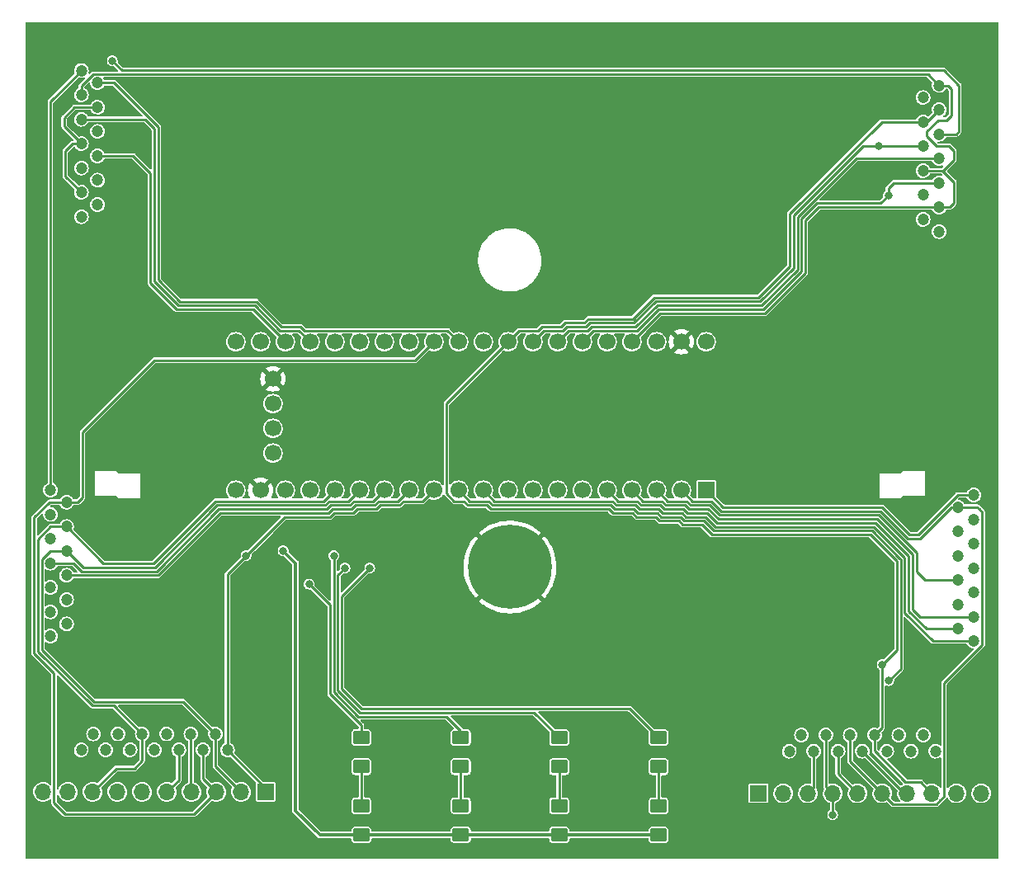
<source format=gtl>
G04 #@! TF.GenerationSoftware,KiCad,Pcbnew,(6.0.1-0)*
G04 #@! TF.CreationDate,2022-08-05T19:05:08-07:00*
G04 #@! TF.ProjectId,kint,6b696e74-2e6b-4696-9361-645f70636258,rev?*
G04 #@! TF.SameCoordinates,Original*
G04 #@! TF.FileFunction,Copper,L1,Top*
G04 #@! TF.FilePolarity,Positive*
%FSLAX46Y46*%
G04 Gerber Fmt 4.6, Leading zero omitted, Abs format (unit mm)*
G04 Created by KiCad (PCBNEW (6.0.1-0)) date 2022-08-05 19:05:08*
%MOMM*%
%LPD*%
G01*
G04 APERTURE LIST*
G04 Aperture macros list*
%AMRoundRect*
0 Rectangle with rounded corners*
0 $1 Rounding radius*
0 $2 $3 $4 $5 $6 $7 $8 $9 X,Y pos of 4 corners*
0 Add a 4 corners polygon primitive as box body*
4,1,4,$2,$3,$4,$5,$6,$7,$8,$9,$2,$3,0*
0 Add four circle primitives for the rounded corners*
1,1,$1+$1,$2,$3*
1,1,$1+$1,$4,$5*
1,1,$1+$1,$6,$7*
1,1,$1+$1,$8,$9*
0 Add four rect primitives between the rounded corners*
20,1,$1+$1,$2,$3,$4,$5,0*
20,1,$1+$1,$4,$5,$6,$7,0*
20,1,$1+$1,$6,$7,$8,$9,0*
20,1,$1+$1,$8,$9,$2,$3,0*%
G04 Aperture macros list end*
G04 #@! TA.AperFunction,SMDPad,CuDef*
%ADD10RoundRect,0.250001X-0.624999X0.462499X-0.624999X-0.462499X0.624999X-0.462499X0.624999X0.462499X0*%
G04 #@! TD*
G04 #@! TA.AperFunction,ComponentPad*
%ADD11C,8.600000*%
G04 #@! TD*
G04 #@! TA.AperFunction,ComponentPad*
%ADD12C,1.200000*%
G04 #@! TD*
G04 #@! TA.AperFunction,ComponentPad*
%ADD13R,1.700000X1.700000*%
G04 #@! TD*
G04 #@! TA.AperFunction,ComponentPad*
%ADD14O,1.700000X1.700000*%
G04 #@! TD*
G04 #@! TA.AperFunction,ComponentPad*
%ADD15C,1.700000*%
G04 #@! TD*
G04 #@! TA.AperFunction,ViaPad*
%ADD16C,0.800000*%
G04 #@! TD*
G04 #@! TA.AperFunction,Conductor*
%ADD17C,0.250000*%
G04 #@! TD*
G04 #@! TA.AperFunction,Conductor*
%ADD18C,0.375000*%
G04 #@! TD*
G04 APERTURE END LIST*
D10*
X133251100Y-142516100D03*
X133251100Y-145491100D03*
X143451100Y-142516100D03*
X143451100Y-145491100D03*
X153551100Y-142516100D03*
X153551100Y-145491100D03*
X163751100Y-142516100D03*
X163751100Y-145491100D03*
X143451100Y-135516100D03*
X143451100Y-138491100D03*
X153551100Y-135516100D03*
X153551100Y-138491100D03*
X133251100Y-135516100D03*
X133251100Y-138491100D03*
X163751100Y-135516100D03*
X163751100Y-138491100D03*
D11*
X148501100Y-118003600D03*
D12*
X101346000Y-110102000D03*
X102996000Y-111352000D03*
X101346000Y-112602000D03*
X102996000Y-113852000D03*
X101346000Y-115102000D03*
X102996000Y-116352000D03*
X101346000Y-117602000D03*
X102996000Y-118852000D03*
X101346000Y-120102000D03*
X102996000Y-121352000D03*
X101346000Y-122602000D03*
X102996000Y-123852000D03*
X101346000Y-125102000D03*
X104521000Y-67049000D03*
X106171000Y-68299000D03*
X104521000Y-69549000D03*
X106171000Y-70799000D03*
X104521000Y-72049000D03*
X106171000Y-73299000D03*
X104521000Y-74549000D03*
X106171000Y-75799000D03*
X104521000Y-77049000D03*
X106171000Y-78299000D03*
X104521000Y-79549000D03*
X106171000Y-80799000D03*
X104521000Y-82049000D03*
X196088000Y-125610000D03*
X194438000Y-124360000D03*
X196088000Y-123110000D03*
X194438000Y-121860000D03*
X196088000Y-120610000D03*
X194438000Y-119360000D03*
X196088000Y-118110000D03*
X194438000Y-116860000D03*
X196088000Y-115610000D03*
X194438000Y-114360000D03*
X196088000Y-113110000D03*
X194438000Y-111860000D03*
X196088000Y-110610000D03*
X192532000Y-83573000D03*
X190882000Y-82323000D03*
X192532000Y-81073000D03*
X190882000Y-79823000D03*
X192532000Y-78573000D03*
X190882000Y-77323000D03*
X192532000Y-76073000D03*
X190882000Y-74823000D03*
X192532000Y-73573000D03*
X190882000Y-72323000D03*
X192532000Y-71073000D03*
X190882000Y-69823000D03*
X192532000Y-68573000D03*
X104514000Y-136779000D03*
X105764000Y-135129000D03*
X107014000Y-136779000D03*
X108264000Y-135129000D03*
X109514000Y-136779000D03*
X110764000Y-135129000D03*
X112014000Y-136779000D03*
X113264000Y-135129000D03*
X114514000Y-136779000D03*
X115764000Y-135129000D03*
X117014000Y-136779000D03*
X118264000Y-135129000D03*
X119514000Y-136779000D03*
X177158000Y-136906000D03*
X178408000Y-135256000D03*
X179658000Y-136906000D03*
X180908000Y-135256000D03*
X182158000Y-136906000D03*
X183408000Y-135256000D03*
X184658000Y-136906000D03*
X185908000Y-135256000D03*
X187158000Y-136906000D03*
X188408000Y-135256000D03*
X189658000Y-136906000D03*
X190908000Y-135256000D03*
X192158000Y-136906000D03*
D13*
X173995000Y-141224000D03*
D14*
X176535000Y-141224000D03*
X179075000Y-141224000D03*
X181615000Y-141224000D03*
X184155000Y-141224000D03*
X186695000Y-141224000D03*
X189235000Y-141224000D03*
X191775000Y-141224000D03*
X194315000Y-141224000D03*
X196855000Y-141224000D03*
D13*
X123444000Y-141097000D03*
D14*
X120904000Y-141097000D03*
X118364000Y-141097000D03*
X115824000Y-141097000D03*
X113284000Y-141097000D03*
X110744000Y-141097000D03*
X108204000Y-141097000D03*
X105664000Y-141097000D03*
X103124000Y-141097000D03*
X100584000Y-141097000D03*
D13*
X168630000Y-110120000D03*
D15*
X166090000Y-110120000D03*
X163550000Y-110120000D03*
X161010000Y-110120000D03*
X158470000Y-110120000D03*
X155930000Y-110120000D03*
X153390000Y-110120000D03*
X150850000Y-110120000D03*
X148310000Y-110120000D03*
X145770000Y-110120000D03*
X143230000Y-110120000D03*
X140690000Y-110120000D03*
X138150000Y-110120000D03*
X135610000Y-110120000D03*
X133070000Y-110120000D03*
X130530000Y-110120000D03*
X127990000Y-110120000D03*
X125450000Y-110120000D03*
X122910000Y-110120000D03*
X120370000Y-110120000D03*
X120370000Y-94880000D03*
X122910000Y-94880000D03*
X125450000Y-94880000D03*
X127990000Y-94880000D03*
X130530000Y-94880000D03*
X133070000Y-94880000D03*
X135610000Y-94880000D03*
X138150000Y-94880000D03*
X140690000Y-94880000D03*
X143230000Y-94880000D03*
X145770000Y-94880000D03*
X148310000Y-94880000D03*
X150850000Y-94880000D03*
X153390000Y-94880000D03*
X155930000Y-94880000D03*
X158470000Y-94880000D03*
X161010000Y-94880000D03*
X163550000Y-94880000D03*
X166090000Y-94880000D03*
X168630000Y-94880000D03*
X124181000Y-98688000D03*
X124181000Y-101228000D03*
X124181000Y-103768000D03*
X124181000Y-106308000D03*
D16*
X121412000Y-116840000D03*
X181610000Y-143429730D03*
X107696000Y-66040000D03*
X125222000Y-116332000D03*
X191000000Y-129500000D03*
X131000000Y-89000000D03*
X183261000Y-78994000D03*
X186309000Y-74803000D03*
X187325000Y-79883000D03*
X186690000Y-128016000D03*
X187366900Y-129667000D03*
X127889000Y-119761000D03*
X130429000Y-116840000D03*
X131572000Y-118110000D03*
X134112000Y-118110000D03*
D17*
X112065040Y-118048160D02*
X118464370Y-111648830D01*
X129971489Y-111246911D02*
X131943089Y-111246911D01*
X100982500Y-127017500D02*
X100469089Y-126504089D01*
X129569570Y-111648830D02*
X129971489Y-111246911D01*
X100469089Y-126504089D02*
X100469089Y-117238770D01*
X105791000Y-131826000D02*
X100982500Y-127017500D01*
X118264000Y-138457000D02*
X120904000Y-141097000D01*
X118464370Y-111648830D02*
X129569570Y-111648830D01*
X114961000Y-131826000D02*
X118264000Y-135129000D01*
X104692160Y-118048160D02*
X112065040Y-118048160D01*
X101355859Y-116352000D02*
X101648000Y-116352000D01*
X131943089Y-111246911D02*
X133070000Y-110120000D01*
X114961000Y-131826000D02*
X105791000Y-131826000D01*
X100469089Y-117238770D02*
X101355859Y-116352000D01*
X118264000Y-135129000D02*
X118264000Y-138457000D01*
X102996000Y-116352000D02*
X104692160Y-118048160D01*
X102996000Y-116352000D02*
X101648000Y-116352000D01*
X105664000Y-141097000D02*
X108077000Y-138684000D01*
X108077000Y-138684000D02*
X108585000Y-138684000D01*
X101355859Y-113852000D02*
X100067169Y-115140690D01*
X105624520Y-132227920D02*
X107862920Y-132227920D01*
X107862920Y-132227920D02*
X110764000Y-135129000D01*
X129403089Y-111246911D02*
X130530000Y-110120000D01*
X118297889Y-111246911D02*
X129403089Y-111246911D01*
X101540000Y-113852000D02*
X102996000Y-113852000D01*
X100067169Y-126670569D02*
X105624520Y-132227920D01*
X100067169Y-115140690D02*
X100067169Y-126670569D01*
X109982000Y-138684000D02*
X108585000Y-138684000D01*
X102996000Y-113852000D02*
X106790240Y-117646240D01*
X111898560Y-117646240D02*
X118297889Y-111246911D01*
X106790240Y-117646240D02*
X111898560Y-117646240D01*
X110764000Y-137902000D02*
X109982000Y-138684000D01*
X110764000Y-135129000D02*
X110764000Y-137902000D01*
X101540000Y-113852000D02*
X101355859Y-113852000D01*
X134816050Y-112050750D02*
X135217969Y-111648831D01*
X123444000Y-140709000D02*
X123444000Y-141097000D01*
X119514000Y-136779000D02*
X123444000Y-140709000D01*
X130069012Y-112854588D02*
X130470929Y-112452671D01*
X137189569Y-111648831D02*
X137591489Y-111246911D01*
X137591489Y-111246911D02*
X139563089Y-111246911D01*
X130470929Y-112452671D02*
X132442530Y-112452670D01*
X119514000Y-136779000D02*
X119514000Y-118738000D01*
X121412000Y-116840000D02*
X121412000Y-116838000D01*
X139563089Y-111246911D02*
X140690000Y-110120000D01*
X121412000Y-116838000D02*
X125395411Y-112854589D01*
X119514000Y-118738000D02*
X121412000Y-116840000D01*
X132442530Y-112452670D02*
X132844449Y-112050751D01*
X132844449Y-112050751D02*
X134816050Y-112050750D01*
X125395411Y-112854589D02*
X130069012Y-112854588D01*
X135217969Y-111648831D02*
X137189569Y-111648831D01*
X101246000Y-111352000D02*
X99665249Y-112932751D01*
X99665250Y-126837050D02*
X101710911Y-128882711D01*
X99665249Y-112932751D02*
X99665250Y-126837050D01*
X101710911Y-142223911D02*
X102870000Y-143383000D01*
X102870000Y-143383000D02*
X116078000Y-143383000D01*
X112014000Y-96774000D02*
X104648000Y-104140000D01*
X104648000Y-104140000D02*
X104648000Y-110871000D01*
X104648000Y-110871000D02*
X104167000Y-111352000D01*
X140690000Y-94880000D02*
X138796000Y-96774000D01*
X117014000Y-136779000D02*
X117014000Y-139747000D01*
X101710911Y-128882711D02*
X101710911Y-142223911D01*
X104167000Y-111352000D02*
X102996000Y-111352000D01*
X138796000Y-96774000D02*
X112014000Y-96774000D01*
X116078000Y-143383000D02*
X118364000Y-141097000D01*
X117014000Y-139747000D02*
X118364000Y-141097000D01*
X102996000Y-111352000D02*
X101246000Y-111352000D01*
X159430431Y-111648831D02*
X159028511Y-111246911D01*
X146896911Y-111246911D02*
X145770000Y-110120000D01*
X168522591Y-112854591D02*
X166550990Y-112854590D01*
X179658000Y-136906000D02*
X179658000Y-140641000D01*
X191904000Y-125610000D02*
X188996920Y-122702920D01*
X179658000Y-140641000D02*
X179075000Y-141224000D01*
X188996920Y-122702920D02*
X188996920Y-117054520D01*
X164177470Y-112452670D02*
X163775551Y-112050751D01*
X163775551Y-112050751D02*
X161803950Y-112050750D01*
X159028511Y-111246911D02*
X146896911Y-111246911D01*
X161402031Y-111648831D02*
X159430431Y-111648831D01*
X169543675Y-113875675D02*
X168522591Y-112854591D01*
X166149071Y-112452671D02*
X164177470Y-112452670D01*
X166550990Y-112854590D02*
X166149071Y-112452671D01*
X185818081Y-113875681D02*
X169543675Y-113875675D01*
X196088000Y-125610000D02*
X191904000Y-125610000D01*
X161803950Y-112050750D02*
X161402031Y-111648831D01*
X188996920Y-117054520D02*
X185818081Y-113875681D01*
X194438000Y-124360000D02*
X191222400Y-124360000D01*
X166717470Y-112452670D02*
X166315551Y-112050751D01*
X166315551Y-112050751D02*
X164343951Y-112050751D01*
X182158000Y-136906000D02*
X182158000Y-139227000D01*
X169710156Y-113473756D02*
X168689071Y-112452671D01*
X189398840Y-116888040D02*
X185984559Y-113473759D01*
X185984559Y-113473759D02*
X169710156Y-113473756D01*
X161568511Y-111246911D02*
X159596911Y-111246911D01*
X163942031Y-111648831D02*
X161970431Y-111648831D01*
X191222400Y-124360000D02*
X189398840Y-122536440D01*
X168689071Y-112452671D02*
X166717470Y-112452670D01*
X159596911Y-111246911D02*
X158470000Y-110120000D01*
X189398840Y-122536440D02*
X189398840Y-116888040D01*
X182158000Y-139227000D02*
X184155000Y-141224000D01*
X161970431Y-111648831D02*
X161568511Y-111246911D01*
X164343951Y-112050751D02*
X163942031Y-111648831D01*
X189800760Y-122369960D02*
X189800759Y-116721559D01*
X166883951Y-112050751D02*
X166482031Y-111648831D01*
X189800759Y-116721559D02*
X186151040Y-113071840D01*
X180908000Y-140517000D02*
X181615000Y-141224000D01*
X181610000Y-143429730D02*
X181610000Y-141229000D01*
X168855551Y-112050751D02*
X166883951Y-112050751D01*
X162136911Y-111246911D02*
X161010000Y-110120000D01*
X169876637Y-113071837D02*
X168855551Y-112050751D01*
X180908000Y-135256000D02*
X180908000Y-140517000D01*
X190540800Y-123110000D02*
X189800760Y-122369960D01*
X181610000Y-141229000D02*
X181615000Y-141224000D01*
X164510431Y-111648831D02*
X164108511Y-111246911D01*
X196088000Y-123110000D02*
X190540800Y-123110000D01*
X166482031Y-111648831D02*
X164510431Y-111648831D01*
X186151040Y-113071840D02*
X169876637Y-113071837D01*
X164108511Y-111246911D02*
X162136911Y-111246911D01*
X196659500Y-112077500D02*
X196442000Y-111860000D01*
X196659500Y-112077500D02*
X196964911Y-112382911D01*
X167216911Y-111246911D02*
X169188511Y-111246911D01*
X196964911Y-125996089D02*
X193034911Y-129926089D01*
X166090000Y-110120000D02*
X167216911Y-111246911D01*
X170209599Y-112267999D02*
X186484000Y-112268000D01*
X183408000Y-135256000D02*
X183408000Y-137937000D01*
X193034911Y-129926089D02*
X193034911Y-141557783D01*
X189278000Y-115062000D02*
X190564259Y-115062000D01*
X196442000Y-111860000D02*
X195861000Y-111860000D01*
X183408000Y-137937000D02*
X186695000Y-141224000D01*
X190564259Y-115062000D02*
X193766259Y-111860000D01*
X169188511Y-111246911D02*
X170209599Y-112267999D01*
X186695000Y-141224000D02*
X187821911Y-142350911D01*
X196964911Y-112382911D02*
X196964911Y-125996089D01*
X186484000Y-112268000D02*
X189278000Y-115062000D01*
X187821911Y-142350911D02*
X192241783Y-142350911D01*
X192241783Y-142350911D02*
X192632847Y-141959847D01*
X193766259Y-111860000D02*
X194438000Y-111860000D01*
X193034911Y-141557783D02*
X192632847Y-141959847D01*
X195861000Y-111860000D02*
X194438000Y-111860000D01*
X107696000Y-66040000D02*
X108675679Y-67019679D01*
X127029569Y-93351169D02*
X127428400Y-93750000D01*
X112415920Y-72858520D02*
X112415920Y-88539920D01*
X122469960Y-90763160D02*
X125057969Y-93351169D01*
X112415920Y-88539920D02*
X114639160Y-90763160D01*
X142100000Y-93750000D02*
X143230000Y-94880000D01*
X127428400Y-93750000D02*
X142100000Y-93750000D01*
X193003679Y-67019679D02*
X194564000Y-68580000D01*
X114639160Y-90763160D02*
X122469960Y-90763160D01*
X106171000Y-68299000D02*
X107856400Y-68299000D01*
X125057969Y-93351169D02*
X127029569Y-93351169D01*
X194564000Y-73279000D02*
X194270000Y-73573000D01*
X108675679Y-67019679D02*
X193003679Y-67019679D01*
X194270000Y-73573000D02*
X192532000Y-73573000D01*
X107856400Y-68299000D02*
X112415920Y-72858520D01*
X194564000Y-68580000D02*
X194564000Y-73279000D01*
X191262000Y-73279000D02*
X192405000Y-72136000D01*
X192532000Y-68573000D02*
X191380599Y-67421599D01*
X104521000Y-68650446D02*
X104521000Y-69549000D01*
X192405000Y-72136000D02*
X193294000Y-72136000D01*
X174665921Y-91947999D02*
X178816000Y-87797920D01*
X193802000Y-68961000D02*
X193414000Y-68573000D01*
X194056000Y-75311000D02*
X193548000Y-74803000D01*
X163942000Y-91948000D02*
X174665921Y-91947999D01*
X194056000Y-80645000D02*
X194056000Y-78486000D01*
X193294000Y-72136000D02*
X193802000Y-71628000D01*
X192893000Y-77323000D02*
X190882000Y-77323000D01*
X194056000Y-78486000D02*
X192893000Y-77323000D01*
X194056000Y-76200000D02*
X194056000Y-75311000D01*
X192893000Y-77323000D02*
X192933000Y-77323000D01*
X193802000Y-71628000D02*
X193802000Y-68961000D01*
X191262000Y-73787000D02*
X191262000Y-73279000D01*
X191380599Y-67421599D02*
X105749847Y-67421599D01*
X180166000Y-81073000D02*
X192532000Y-81073000D01*
X178816000Y-82423000D02*
X180166000Y-81073000D01*
X192933000Y-77323000D02*
X194056000Y-76200000D01*
X192278000Y-74803000D02*
X191262000Y-73787000D01*
X193628000Y-81073000D02*
X194056000Y-80645000D01*
X192532000Y-81073000D02*
X193628000Y-81073000D01*
X178816000Y-87797920D02*
X178816000Y-82423000D01*
X161010000Y-94880000D02*
X163942000Y-91948000D01*
X105749847Y-67421599D02*
X104521000Y-68650446D01*
X193414000Y-68573000D02*
X192532000Y-68573000D01*
X193548000Y-74803000D02*
X192278000Y-74803000D01*
X156890431Y-93351169D02*
X156488511Y-93753089D01*
X103632000Y-74549000D02*
X102870000Y-75311000D01*
X174332962Y-91144158D02*
X172105840Y-91144160D01*
X102870000Y-75311000D02*
X102870000Y-77898000D01*
X103826000Y-70799000D02*
X102743000Y-71882000D01*
X102870000Y-77898000D02*
X104521000Y-79549000D01*
X192532000Y-76073000D02*
X184029200Y-76073000D01*
X102743000Y-72771000D02*
X104521000Y-74549000D01*
X163609040Y-91144160D02*
X161402031Y-93351169D01*
X102743000Y-71882000D02*
X102743000Y-72771000D01*
X178012160Y-82090040D02*
X178012160Y-87464960D01*
X172105840Y-91144160D02*
X163609040Y-91144160D01*
X161402031Y-93351169D02*
X156890431Y-93351169D01*
X106171000Y-70799000D02*
X103826000Y-70799000D01*
X104521000Y-74549000D02*
X103632000Y-74549000D01*
X178012160Y-87464960D02*
X174332962Y-91144158D01*
X154516911Y-93753089D02*
X153390000Y-94880000D01*
X184029200Y-76073000D02*
X178012160Y-82090040D01*
X156488511Y-93753089D02*
X154516911Y-93753089D01*
X132511489Y-111246911D02*
X134483089Y-111246911D01*
X132109570Y-111648830D02*
X132511489Y-111246911D01*
X134483089Y-111246911D02*
X135610000Y-110120000D01*
X129736051Y-112050749D02*
X130137969Y-111648831D01*
X103677600Y-117602000D02*
X104525679Y-118450079D01*
X112231520Y-118450080D02*
X118630850Y-112050750D01*
X106549920Y-118450080D02*
X112231520Y-118450080D01*
X104525679Y-118450079D02*
X106549920Y-118450080D01*
X130137969Y-111648831D02*
X132109570Y-111648830D01*
X118630850Y-112050750D02*
X129736051Y-112050749D01*
X101346000Y-117602000D02*
X103677600Y-117602000D01*
X118797331Y-112452669D02*
X129902532Y-112452668D01*
X112398000Y-118852000D02*
X118797331Y-112452669D01*
X130304449Y-112050751D02*
X132276050Y-112050750D01*
X137023089Y-111246911D02*
X138150000Y-110120000D01*
X102996000Y-118852000D02*
X112398000Y-118852000D01*
X132276050Y-112050750D02*
X132677969Y-111648831D01*
X134649570Y-111648830D02*
X135051489Y-111246911D01*
X132677969Y-111648831D02*
X134649570Y-111648830D01*
X135051489Y-111246911D02*
X137023089Y-111246911D01*
X129902532Y-112452668D02*
X130304449Y-112050751D01*
D18*
X126492000Y-117602000D02*
X126492000Y-143002000D01*
X128981100Y-145491100D02*
X133251100Y-145491100D01*
X143451100Y-145491100D02*
X153551100Y-145491100D01*
X153551100Y-145491100D02*
X163751100Y-145491100D01*
X133251100Y-145491100D02*
X143451100Y-145491100D01*
X126492000Y-143002000D02*
X128981100Y-145491100D01*
X125222000Y-116332000D02*
X126492000Y-117602000D01*
D17*
X186317521Y-112669921D02*
X170043118Y-112669918D01*
X191115000Y-119360000D02*
X190202679Y-118447679D01*
X170043118Y-112669918D02*
X169022031Y-111648831D01*
X166648511Y-111246911D02*
X164676911Y-111246911D01*
X194438000Y-119360000D02*
X191115000Y-119360000D01*
X169022031Y-111648831D02*
X167050431Y-111648831D01*
X167050431Y-111648831D02*
X166648511Y-111246911D01*
X190202679Y-118447679D02*
X190202678Y-116555078D01*
X164676911Y-111246911D02*
X163550000Y-110120000D01*
X190202678Y-116555078D02*
X186317521Y-112669921D01*
X186650480Y-111866080D02*
X170376080Y-111866080D01*
X170376080Y-111866080D02*
X168630000Y-110120000D01*
X190397779Y-114660080D02*
X189444480Y-114660080D01*
X194430000Y-110627859D02*
X190397779Y-114660080D01*
X189444480Y-114660080D02*
X186650480Y-111866080D01*
X194430000Y-110610000D02*
X194430000Y-110627859D01*
X196088000Y-110610000D02*
X194430000Y-110610000D01*
X177610240Y-81923560D02*
X177610240Y-87298480D01*
X154350431Y-93351169D02*
X153948511Y-93753089D01*
X186309000Y-74803000D02*
X184730800Y-74803000D01*
X186329000Y-74823000D02*
X186309000Y-74803000D01*
X184730800Y-74803000D02*
X177610240Y-81923560D01*
X153948511Y-93753089D02*
X151976911Y-93753089D01*
X161235550Y-92949250D02*
X156723950Y-92949250D01*
X177610240Y-87298480D02*
X174166481Y-90742239D01*
X163442560Y-90742240D02*
X161235550Y-92949250D01*
X174166481Y-90742239D02*
X173242240Y-90742240D01*
X151976911Y-93753089D02*
X150850000Y-94880000D01*
X190882000Y-74823000D02*
X186329000Y-74823000D01*
X156723950Y-92949250D02*
X156322031Y-93351169D01*
X173242240Y-90742240D02*
X163442560Y-90742240D01*
X156322031Y-93351169D02*
X154350431Y-93351169D01*
X161568511Y-93753089D02*
X157056911Y-93753089D01*
X163775520Y-91546080D02*
X161568511Y-93753089D01*
X178414080Y-82256520D02*
X178414080Y-87631440D01*
X157056911Y-93753089D02*
X155930000Y-94880000D01*
X187325000Y-79121000D02*
X187325000Y-79883000D01*
X178414080Y-87631440D02*
X174499440Y-91546080D01*
X187873000Y-78573000D02*
X187325000Y-79121000D01*
X174499440Y-91546080D02*
X163775520Y-91546080D01*
X187325000Y-79883000D02*
X186536920Y-80671080D01*
X179999520Y-80671080D02*
X178414080Y-82256520D01*
X192532000Y-78573000D02*
X187873000Y-78573000D01*
X186536920Y-80671080D02*
X179999520Y-80671080D01*
X112014000Y-87486000D02*
X112014000Y-73025000D01*
X122303480Y-91165080D02*
X115915080Y-91165080D01*
X115915080Y-91165080D02*
X114472679Y-91165079D01*
X127990000Y-94880000D02*
X126863089Y-93753089D01*
X124891489Y-93753089D02*
X122303480Y-91165080D01*
X126863089Y-93753089D02*
X124891489Y-93753089D01*
X114472679Y-91165079D02*
X112014000Y-88706400D01*
X112014000Y-88706400D02*
X112014000Y-87486000D01*
X112014000Y-73025000D02*
X111038000Y-72049000D01*
X111038000Y-72049000D02*
X104521000Y-72049000D01*
X106171000Y-75799000D02*
X109835000Y-75799000D01*
X109835000Y-75799000D02*
X111612080Y-77576080D01*
X111612080Y-77576080D02*
X111612080Y-88872880D01*
X115317000Y-91567000D02*
X122137000Y-91567000D01*
X114306198Y-91566998D02*
X115317000Y-91567000D01*
X122137000Y-91567000D02*
X125450000Y-94880000D01*
X111612080Y-88872880D02*
X114306198Y-91566998D01*
X104521000Y-67049000D02*
X101346000Y-70224000D01*
X101346000Y-72263000D02*
X101346000Y-110102000D01*
X101346000Y-70224000D02*
X101346000Y-72263000D01*
X168189631Y-113658431D02*
X166218029Y-113658429D01*
X146162031Y-111648831D02*
X144190431Y-111648831D01*
X169210713Y-114679513D02*
X168189631Y-113658431D01*
X186642400Y-72323000D02*
X177208320Y-81757080D01*
X114514000Y-136779000D02*
X114514000Y-139867000D01*
X151810431Y-93351169D02*
X151408511Y-93753089D01*
X165816111Y-113256511D02*
X163844508Y-113256508D01*
X156155550Y-92949250D02*
X154151919Y-92949250D01*
X166218029Y-113658429D02*
X165816111Y-113256511D01*
X190882000Y-72323000D02*
X186642400Y-72323000D01*
X154151919Y-92949250D02*
X153750000Y-93351169D01*
X156557470Y-92547330D02*
X156155550Y-92949250D01*
X142763217Y-111246911D02*
X141986000Y-110469694D01*
X186690000Y-134474000D02*
X185908000Y-135256000D01*
X144190431Y-111648831D02*
X143788511Y-111246911D01*
X185908000Y-135256000D02*
X185908000Y-136896141D01*
X151408511Y-93753089D02*
X149436911Y-93753089D01*
X177208320Y-81757080D02*
X177208320Y-87132000D01*
X191282000Y-72323000D02*
X192532000Y-71073000D01*
X188193080Y-126512920D02*
X188193080Y-117387480D01*
X163442591Y-112854591D02*
X161470988Y-112854588D01*
X161470988Y-112854588D02*
X161069071Y-112452671D01*
X159097469Y-112452669D02*
X158695551Y-112050751D01*
X114514000Y-139867000D02*
X113284000Y-141097000D01*
X177208320Y-87132000D02*
X174000000Y-90340320D01*
X190882000Y-72323000D02*
X191282000Y-72323000D01*
X141986000Y-101204000D02*
X148310000Y-94880000D01*
X185485120Y-114679520D02*
X169210713Y-114679513D01*
X189092859Y-140081000D02*
X190632000Y-140081000D01*
X161069071Y-112452671D02*
X159097469Y-112452669D01*
X146563950Y-112050750D02*
X146162031Y-111648831D01*
X141986000Y-110469694D02*
X141986000Y-101204000D01*
X153750000Y-93351169D02*
X151810431Y-93351169D01*
X186690000Y-128016000D02*
X186690000Y-134474000D01*
X163844508Y-113256508D02*
X163442591Y-112854591D01*
X149436911Y-93753089D02*
X148310000Y-94880000D01*
X185908000Y-136896141D02*
X189092859Y-140081000D01*
X143788511Y-111246911D02*
X142763217Y-111246911D01*
X163276080Y-90340320D02*
X161069070Y-92547330D01*
X161069070Y-92547330D02*
X156557470Y-92547330D01*
X188193080Y-117387480D02*
X185485120Y-114679520D01*
X186690000Y-128016000D02*
X188193080Y-126512920D01*
X190632000Y-140081000D02*
X191775000Y-141224000D01*
X174000000Y-90340320D02*
X163276080Y-90340320D01*
X158695551Y-112050751D02*
X146563950Y-112050750D01*
X188468000Y-117094000D02*
X185651600Y-114277600D01*
X166384510Y-113256510D02*
X165982591Y-112854591D01*
X115764000Y-141037000D02*
X115824000Y-141097000D01*
X165982591Y-112854591D02*
X164010989Y-112854589D01*
X146730431Y-111648831D02*
X146328511Y-111246911D01*
X164010989Y-112854589D02*
X163609071Y-112452671D01*
X188468000Y-117094000D02*
X188595000Y-117221000D01*
X161235551Y-112050751D02*
X159263950Y-112050750D01*
X187366900Y-129667000D02*
X188595000Y-128438900D01*
X146328511Y-111246911D02*
X144356911Y-111246911D01*
X161637469Y-112452669D02*
X161235551Y-112050751D01*
X188595000Y-128438900D02*
X188595000Y-127381000D01*
X184658000Y-136906000D02*
X188976000Y-141224000D01*
X158862031Y-111648831D02*
X146730431Y-111648831D01*
X169377194Y-114277594D02*
X168356111Y-113256511D01*
X185651600Y-114277600D02*
X169377194Y-114277594D01*
X168356111Y-113256511D02*
X166384510Y-113256510D01*
X115764000Y-135129000D02*
X115764000Y-141037000D01*
X159263950Y-112050750D02*
X158862031Y-111648831D01*
X144356911Y-111246911D02*
X143230000Y-110120000D01*
X188595000Y-117221000D02*
X188595000Y-127381000D01*
X163609071Y-112452671D02*
X161637469Y-112452669D01*
X188976000Y-141224000D02*
X189235000Y-141224000D01*
X133251100Y-138491100D02*
X133251100Y-142516100D01*
X143451100Y-142516100D02*
X143451100Y-138491100D01*
X153551100Y-138491100D02*
X153551100Y-142516100D01*
X163751100Y-138491100D02*
X163751100Y-142516100D01*
X130027080Y-121899080D02*
X130027081Y-131036881D01*
X127889000Y-119761000D02*
X130027080Y-121899080D01*
X133251100Y-134260900D02*
X133251100Y-135516100D01*
X130027081Y-131036881D02*
X133251100Y-134260900D01*
X143451100Y-134815100D02*
X143451100Y-135516100D01*
X132908600Y-133350000D02*
X141986000Y-133350000D01*
X130429000Y-130870400D02*
X132908600Y-133350000D01*
X130429000Y-116840000D02*
X130429000Y-130870400D01*
X141986000Y-133350000D02*
X143451100Y-134815100D01*
X130830920Y-118851080D02*
X130830920Y-130703920D01*
X130830920Y-130703920D02*
X133075080Y-132948080D01*
X131572000Y-118110000D02*
X130830920Y-118851080D01*
X133075080Y-132948080D02*
X150983081Y-132948081D01*
X150983081Y-132948081D02*
X153551100Y-135516100D01*
X133241560Y-132546160D02*
X160781162Y-132546162D01*
X131232840Y-130537440D02*
X133241560Y-132546160D01*
X131232840Y-120989160D02*
X131232840Y-130537440D01*
X160781162Y-132546162D02*
X163751100Y-135516100D01*
X134112000Y-118110000D02*
X131232840Y-120989160D01*
G04 #@! TA.AperFunction,Conductor*
G36*
X198608531Y-62072813D02*
G01*
X198645076Y-62123113D01*
X198650000Y-62154200D01*
X198650000Y-147853000D01*
X198630787Y-147912131D01*
X198580487Y-147948676D01*
X198549400Y-147953600D01*
X98900600Y-147953600D01*
X98841469Y-147934387D01*
X98804924Y-147884087D01*
X98800000Y-147853000D01*
X98800000Y-112918940D01*
X99382872Y-112918940D01*
X99384125Y-112928145D01*
X99386430Y-112945083D01*
X99387349Y-112958649D01*
X99387350Y-126787943D01*
X99387105Y-126791276D01*
X99385569Y-126795750D01*
X99385917Y-126805029D01*
X99385917Y-126805032D01*
X99387279Y-126841297D01*
X99387350Y-126845071D01*
X99387350Y-126862898D01*
X99388132Y-126867094D01*
X99388407Y-126871330D01*
X99389453Y-126899203D01*
X99393260Y-126908064D01*
X99399724Y-126929343D01*
X99399789Y-126929694D01*
X99399791Y-126929699D01*
X99401491Y-126938826D01*
X99406362Y-126946728D01*
X99406363Y-126946731D01*
X99414068Y-126959231D01*
X99420859Y-126972305D01*
X99427516Y-126987800D01*
X99427518Y-126987803D01*
X99430319Y-126994323D01*
X99434027Y-126998837D01*
X99437316Y-127002126D01*
X99449002Y-127016911D01*
X99450941Y-127019049D01*
X99455814Y-127026955D01*
X99463207Y-127032577D01*
X99463210Y-127032580D01*
X99476818Y-127042928D01*
X99487060Y-127051870D01*
X101403546Y-128968356D01*
X101431772Y-129023754D01*
X101433011Y-129039491D01*
X101433011Y-140283921D01*
X101413798Y-140343052D01*
X101363498Y-140379597D01*
X101301324Y-140379597D01*
X101268286Y-140361435D01*
X101259419Y-140354099D01*
X101201405Y-140306106D01*
X101151316Y-140264668D01*
X101151311Y-140264665D01*
X101147528Y-140261535D01*
X101133126Y-140253748D01*
X100978843Y-140170327D01*
X100978839Y-140170325D01*
X100974520Y-140167990D01*
X100786637Y-140109830D01*
X100591035Y-140089272D01*
X100586134Y-140089718D01*
X100586131Y-140089718D01*
X100400064Y-140106651D01*
X100400061Y-140106651D01*
X100395166Y-140107097D01*
X100390452Y-140108484D01*
X100390449Y-140108485D01*
X100246099Y-140150970D01*
X100206489Y-140162628D01*
X100032192Y-140253748D01*
X100028357Y-140256831D01*
X100028356Y-140256832D01*
X100001904Y-140278100D01*
X99878912Y-140376988D01*
X99875746Y-140380761D01*
X99875742Y-140380765D01*
X99755654Y-140523881D01*
X99752489Y-140527653D01*
X99657739Y-140700004D01*
X99598269Y-140887476D01*
X99597721Y-140892363D01*
X99597720Y-140892367D01*
X99576893Y-141078042D01*
X99576345Y-141082930D01*
X99592803Y-141278919D01*
X99604659Y-141320266D01*
X99644417Y-141458918D01*
X99647015Y-141467979D01*
X99689220Y-141550101D01*
X99734482Y-141638171D01*
X99736916Y-141642908D01*
X99739967Y-141646758D01*
X99739970Y-141646762D01*
X99856023Y-141793184D01*
X99856026Y-141793187D01*
X99859083Y-141797044D01*
X100008862Y-141924516D01*
X100180547Y-142020467D01*
X100185227Y-142021988D01*
X100185228Y-142021988D01*
X100251577Y-142043546D01*
X100367600Y-142081244D01*
X100372485Y-142081826D01*
X100372487Y-142081827D01*
X100473793Y-142093907D01*
X100562895Y-142104532D01*
X100567796Y-142104155D01*
X100567799Y-142104155D01*
X100672738Y-142096080D01*
X100758994Y-142089443D01*
X100763730Y-142088121D01*
X100763734Y-142088120D01*
X100943686Y-142037876D01*
X100948428Y-142036552D01*
X101036204Y-141992213D01*
X101119587Y-141950094D01*
X101119590Y-141950092D01*
X101123981Y-141947874D01*
X101159033Y-141920488D01*
X101270475Y-141833420D01*
X101328900Y-141812155D01*
X101388666Y-141829293D01*
X101426944Y-141878287D01*
X101433011Y-141912694D01*
X101433011Y-142174804D01*
X101432766Y-142178137D01*
X101431230Y-142182611D01*
X101431578Y-142191890D01*
X101431578Y-142191893D01*
X101432940Y-142228158D01*
X101433011Y-142231932D01*
X101433011Y-142249759D01*
X101433793Y-142253955D01*
X101434068Y-142258191D01*
X101435114Y-142286064D01*
X101438921Y-142294925D01*
X101445385Y-142316204D01*
X101445450Y-142316555D01*
X101445452Y-142316560D01*
X101447152Y-142325687D01*
X101452023Y-142333589D01*
X101452024Y-142333592D01*
X101459729Y-142346092D01*
X101466520Y-142359166D01*
X101473177Y-142374661D01*
X101473179Y-142374664D01*
X101475980Y-142381184D01*
X101479688Y-142385698D01*
X101482977Y-142388987D01*
X101494663Y-142403772D01*
X101496602Y-142405910D01*
X101501475Y-142413816D01*
X101508868Y-142419438D01*
X101508871Y-142419441D01*
X101522479Y-142429789D01*
X101532721Y-142438731D01*
X102638770Y-143544780D01*
X102640954Y-143547310D01*
X102643032Y-143551561D01*
X102649842Y-143557878D01*
X102676456Y-143582566D01*
X102679175Y-143585185D01*
X102691772Y-143597782D01*
X102695296Y-143600199D01*
X102698474Y-143602990D01*
X102718931Y-143621967D01*
X102727556Y-143625408D01*
X102727557Y-143625409D01*
X102727884Y-143625539D01*
X102747503Y-143636015D01*
X102747798Y-143636217D01*
X102747802Y-143636219D01*
X102755460Y-143641472D01*
X102764492Y-143643615D01*
X102764498Y-143643618D01*
X102778783Y-143647008D01*
X102792827Y-143651449D01*
X102815087Y-143660330D01*
X102820901Y-143660900D01*
X102825556Y-143660900D01*
X102844270Y-143663090D01*
X102847150Y-143663231D01*
X102856189Y-143665376D01*
X102882327Y-143661819D01*
X102895892Y-143660900D01*
X116028893Y-143660900D01*
X116032226Y-143661145D01*
X116036700Y-143662681D01*
X116045979Y-143662333D01*
X116045982Y-143662333D01*
X116082247Y-143660971D01*
X116086021Y-143660900D01*
X116103848Y-143660900D01*
X116108044Y-143660118D01*
X116112280Y-143659843D01*
X116140153Y-143658797D01*
X116149016Y-143654989D01*
X116170293Y-143648526D01*
X116170644Y-143648461D01*
X116170649Y-143648459D01*
X116179776Y-143646759D01*
X116187678Y-143641888D01*
X116187681Y-143641887D01*
X116200181Y-143634182D01*
X116213255Y-143627391D01*
X116228750Y-143620734D01*
X116228753Y-143620732D01*
X116235273Y-143617931D01*
X116239787Y-143614223D01*
X116243076Y-143610934D01*
X116257861Y-143599248D01*
X116259999Y-143597309D01*
X116267905Y-143592436D01*
X116273527Y-143585043D01*
X116273530Y-143585040D01*
X116283878Y-143571432D01*
X116292820Y-143561190D01*
X117825277Y-142028733D01*
X117880675Y-142000507D01*
X117945492Y-142012053D01*
X117960547Y-142020467D01*
X117965227Y-142021988D01*
X117965228Y-142021988D01*
X118031577Y-142043546D01*
X118147600Y-142081244D01*
X118152485Y-142081826D01*
X118152487Y-142081827D01*
X118253793Y-142093907D01*
X118342895Y-142104532D01*
X118347796Y-142104155D01*
X118347799Y-142104155D01*
X118452738Y-142096080D01*
X118538994Y-142089443D01*
X118543730Y-142088121D01*
X118543734Y-142088120D01*
X118723686Y-142037876D01*
X118728428Y-142036552D01*
X118816204Y-141992213D01*
X118899587Y-141950094D01*
X118899590Y-141950092D01*
X118903981Y-141947874D01*
X118939033Y-141920488D01*
X119055088Y-141829816D01*
X119055089Y-141829815D01*
X119058966Y-141826786D01*
X119187480Y-141677901D01*
X119266556Y-141538703D01*
X119282199Y-141511166D01*
X119282199Y-141511165D01*
X119284628Y-141506890D01*
X119346710Y-141320266D01*
X119358871Y-141224000D01*
X119371009Y-141127920D01*
X119371010Y-141127912D01*
X119371360Y-141125138D01*
X119371753Y-141097000D01*
X119370374Y-141082930D01*
X119353041Y-140906159D01*
X119352561Y-140901260D01*
X119351139Y-140896550D01*
X119351138Y-140896545D01*
X119297138Y-140717690D01*
X119297136Y-140717686D01*
X119295714Y-140712975D01*
X119203379Y-140539318D01*
X119079072Y-140386903D01*
X119026065Y-140343052D01*
X118931316Y-140264668D01*
X118931311Y-140264665D01*
X118927528Y-140261535D01*
X118913126Y-140253748D01*
X118758843Y-140170327D01*
X118758839Y-140170325D01*
X118754520Y-140167990D01*
X118566637Y-140109830D01*
X118371035Y-140089272D01*
X118366134Y-140089718D01*
X118366131Y-140089718D01*
X118180064Y-140106651D01*
X118180061Y-140106651D01*
X118175166Y-140107097D01*
X118170452Y-140108484D01*
X118170449Y-140108485D01*
X118026099Y-140150970D01*
X117986489Y-140162628D01*
X117944377Y-140184643D01*
X117883075Y-140195012D01*
X117826636Y-140166626D01*
X117321365Y-139661355D01*
X117293139Y-139605957D01*
X117291900Y-139590220D01*
X117291900Y-137547060D01*
X117311113Y-137487929D01*
X117340985Y-137460652D01*
X117472083Y-137382502D01*
X117476154Y-137378625D01*
X117476157Y-137378623D01*
X117590337Y-137269890D01*
X117594404Y-137266017D01*
X117597509Y-137261343D01*
X117597512Y-137261340D01*
X117675440Y-137144049D01*
X117687879Y-137125327D01*
X117747861Y-136967423D01*
X117750449Y-136949012D01*
X117764412Y-136849654D01*
X117771369Y-136800155D01*
X117771664Y-136779000D01*
X117752836Y-136611141D01*
X117697286Y-136451624D01*
X117694306Y-136446854D01*
X117694303Y-136446849D01*
X117610759Y-136313153D01*
X117607776Y-136308379D01*
X117603811Y-136304386D01*
X117492717Y-136192513D01*
X117492713Y-136192510D01*
X117488755Y-136188524D01*
X117459946Y-136170241D01*
X117350888Y-136101030D01*
X117350885Y-136101028D01*
X117346138Y-136098016D01*
X117187013Y-136041354D01*
X117019289Y-136021354D01*
X117013695Y-136021942D01*
X117013691Y-136021942D01*
X116856895Y-136038423D01*
X116856893Y-136038423D01*
X116851303Y-136039011D01*
X116845981Y-136040823D01*
X116845980Y-136040823D01*
X116696727Y-136091632D01*
X116696725Y-136091633D01*
X116691402Y-136093445D01*
X116547535Y-136181953D01*
X116426852Y-136300134D01*
X116423806Y-136304861D01*
X116423804Y-136304863D01*
X116419069Y-136312211D01*
X116335351Y-136442116D01*
X116277580Y-136600841D01*
X116276876Y-136606416D01*
X116276875Y-136606419D01*
X116259529Y-136743733D01*
X116256410Y-136768421D01*
X116272893Y-136936527D01*
X116326210Y-137096804D01*
X116329125Y-137101617D01*
X116391669Y-137204889D01*
X116413711Y-137241285D01*
X116417613Y-137245325D01*
X116417614Y-137245327D01*
X116479107Y-137309005D01*
X116531047Y-137362790D01*
X116672386Y-137455280D01*
X116677653Y-137457239D01*
X116680862Y-137458860D01*
X116724977Y-137502672D01*
X116736100Y-137548652D01*
X116736100Y-139697893D01*
X116735855Y-139701226D01*
X116734319Y-139705700D01*
X116734667Y-139714979D01*
X116734667Y-139714982D01*
X116736029Y-139751247D01*
X116736100Y-139755021D01*
X116736100Y-139772848D01*
X116736882Y-139777044D01*
X116737157Y-139781280D01*
X116738203Y-139809153D01*
X116742010Y-139818014D01*
X116748474Y-139839293D01*
X116748539Y-139839644D01*
X116748541Y-139839649D01*
X116750241Y-139848776D01*
X116755112Y-139856678D01*
X116755113Y-139856681D01*
X116762818Y-139869181D01*
X116769609Y-139882255D01*
X116776266Y-139897750D01*
X116776268Y-139897753D01*
X116779069Y-139904273D01*
X116782777Y-139908787D01*
X116786066Y-139912076D01*
X116797752Y-139926861D01*
X116799691Y-139928999D01*
X116804564Y-139936905D01*
X116811957Y-139942527D01*
X116811960Y-139942530D01*
X116825568Y-139952878D01*
X116835810Y-139961820D01*
X117432664Y-140558674D01*
X117460890Y-140614072D01*
X117449685Y-140678274D01*
X117437739Y-140700004D01*
X117378269Y-140887476D01*
X117377721Y-140892363D01*
X117377720Y-140892367D01*
X117356893Y-141078042D01*
X117356345Y-141082930D01*
X117372803Y-141278919D01*
X117427015Y-141467979D01*
X117429261Y-141472349D01*
X117429264Y-141472357D01*
X117452209Y-141517004D01*
X117462149Y-141578379D01*
X117433868Y-141634122D01*
X115992355Y-143075635D01*
X115936957Y-143103861D01*
X115921220Y-143105100D01*
X103026780Y-143105100D01*
X102967649Y-143085887D01*
X102955645Y-143075635D01*
X102018276Y-142138266D01*
X101990050Y-142082868D01*
X101988811Y-142067131D01*
X101988811Y-141492566D01*
X102008024Y-141433435D01*
X102058324Y-141396890D01*
X102120498Y-141396890D01*
X102170798Y-141433435D01*
X102183228Y-141458918D01*
X102183847Y-141458673D01*
X102185658Y-141463246D01*
X102187015Y-141467979D01*
X102229220Y-141550101D01*
X102274482Y-141638171D01*
X102276916Y-141642908D01*
X102279967Y-141646758D01*
X102279970Y-141646762D01*
X102396023Y-141793184D01*
X102396026Y-141793187D01*
X102399083Y-141797044D01*
X102548862Y-141924516D01*
X102720547Y-142020467D01*
X102725227Y-142021988D01*
X102725228Y-142021988D01*
X102791577Y-142043546D01*
X102907600Y-142081244D01*
X102912485Y-142081826D01*
X102912487Y-142081827D01*
X103013793Y-142093907D01*
X103102895Y-142104532D01*
X103107796Y-142104155D01*
X103107799Y-142104155D01*
X103212738Y-142096080D01*
X103298994Y-142089443D01*
X103303730Y-142088121D01*
X103303734Y-142088120D01*
X103483686Y-142037876D01*
X103488428Y-142036552D01*
X103576204Y-141992213D01*
X103659587Y-141950094D01*
X103659590Y-141950092D01*
X103663981Y-141947874D01*
X103699033Y-141920488D01*
X103815088Y-141829816D01*
X103815089Y-141829815D01*
X103818966Y-141826786D01*
X103947480Y-141677901D01*
X104026556Y-141538703D01*
X104042199Y-141511166D01*
X104042199Y-141511165D01*
X104044628Y-141506890D01*
X104106710Y-141320266D01*
X104118871Y-141224000D01*
X104131009Y-141127920D01*
X104131010Y-141127912D01*
X104131360Y-141125138D01*
X104131753Y-141097000D01*
X104130374Y-141082930D01*
X104113041Y-140906159D01*
X104112561Y-140901260D01*
X104111139Y-140896550D01*
X104111138Y-140896545D01*
X104057138Y-140717690D01*
X104057136Y-140717686D01*
X104055714Y-140712975D01*
X103963379Y-140539318D01*
X103839072Y-140386903D01*
X103786065Y-140343052D01*
X103691316Y-140264668D01*
X103691311Y-140264665D01*
X103687528Y-140261535D01*
X103673126Y-140253748D01*
X103518843Y-140170327D01*
X103518839Y-140170325D01*
X103514520Y-140167990D01*
X103326637Y-140109830D01*
X103131035Y-140089272D01*
X103126134Y-140089718D01*
X103126131Y-140089718D01*
X102940064Y-140106651D01*
X102940061Y-140106651D01*
X102935166Y-140107097D01*
X102930452Y-140108484D01*
X102930449Y-140108485D01*
X102786099Y-140150970D01*
X102746489Y-140162628D01*
X102572192Y-140253748D01*
X102568357Y-140256831D01*
X102568356Y-140256832D01*
X102541904Y-140278100D01*
X102418912Y-140376988D01*
X102415746Y-140380761D01*
X102415742Y-140380765D01*
X102295654Y-140523881D01*
X102292489Y-140527653D01*
X102197739Y-140700004D01*
X102194952Y-140708791D01*
X102185302Y-140739210D01*
X102149109Y-140789763D01*
X102090113Y-140809389D01*
X102030849Y-140790589D01*
X101993954Y-140740545D01*
X101988811Y-140708791D01*
X101988811Y-136768421D01*
X103756410Y-136768421D01*
X103772893Y-136936527D01*
X103826210Y-137096804D01*
X103829125Y-137101617D01*
X103891669Y-137204889D01*
X103913711Y-137241285D01*
X103917613Y-137245325D01*
X103917614Y-137245327D01*
X103979107Y-137309005D01*
X104031047Y-137362790D01*
X104172386Y-137455280D01*
X104330704Y-137514158D01*
X104336274Y-137514901D01*
X104336277Y-137514902D01*
X104492555Y-137535754D01*
X104492557Y-137535754D01*
X104498133Y-137536498D01*
X104554924Y-137531330D01*
X104660748Y-137521699D01*
X104660750Y-137521699D01*
X104666350Y-137521189D01*
X104826994Y-137468992D01*
X104831823Y-137466113D01*
X104831826Y-137466112D01*
X104967247Y-137385385D01*
X104967248Y-137385384D01*
X104972083Y-137382502D01*
X104976154Y-137378625D01*
X104976157Y-137378623D01*
X105090337Y-137269890D01*
X105094404Y-137266017D01*
X105097509Y-137261343D01*
X105097512Y-137261340D01*
X105175440Y-137144049D01*
X105187879Y-137125327D01*
X105247861Y-136967423D01*
X105250449Y-136949012D01*
X105264412Y-136849654D01*
X105271369Y-136800155D01*
X105271664Y-136779000D01*
X105270477Y-136768421D01*
X106256410Y-136768421D01*
X106272893Y-136936527D01*
X106326210Y-137096804D01*
X106329125Y-137101617D01*
X106391669Y-137204889D01*
X106413711Y-137241285D01*
X106417613Y-137245325D01*
X106417614Y-137245327D01*
X106479107Y-137309005D01*
X106531047Y-137362790D01*
X106672386Y-137455280D01*
X106830704Y-137514158D01*
X106836274Y-137514901D01*
X106836277Y-137514902D01*
X106992555Y-137535754D01*
X106992557Y-137535754D01*
X106998133Y-137536498D01*
X107054924Y-137531330D01*
X107160748Y-137521699D01*
X107160750Y-137521699D01*
X107166350Y-137521189D01*
X107326994Y-137468992D01*
X107331823Y-137466113D01*
X107331826Y-137466112D01*
X107467247Y-137385385D01*
X107467248Y-137385384D01*
X107472083Y-137382502D01*
X107476154Y-137378625D01*
X107476157Y-137378623D01*
X107590337Y-137269890D01*
X107594404Y-137266017D01*
X107597509Y-137261343D01*
X107597512Y-137261340D01*
X107675440Y-137144049D01*
X107687879Y-137125327D01*
X107747861Y-136967423D01*
X107750449Y-136949012D01*
X107764412Y-136849654D01*
X107771369Y-136800155D01*
X107771664Y-136779000D01*
X107770477Y-136768421D01*
X108756410Y-136768421D01*
X108772893Y-136936527D01*
X108826210Y-137096804D01*
X108829125Y-137101617D01*
X108891669Y-137204889D01*
X108913711Y-137241285D01*
X108917613Y-137245325D01*
X108917614Y-137245327D01*
X108979107Y-137309005D01*
X109031047Y-137362790D01*
X109172386Y-137455280D01*
X109330704Y-137514158D01*
X109336274Y-137514901D01*
X109336277Y-137514902D01*
X109492555Y-137535754D01*
X109492557Y-137535754D01*
X109498133Y-137536498D01*
X109554924Y-137531330D01*
X109660748Y-137521699D01*
X109660750Y-137521699D01*
X109666350Y-137521189D01*
X109826994Y-137468992D01*
X109831823Y-137466113D01*
X109831826Y-137466112D01*
X109967247Y-137385385D01*
X109967248Y-137385384D01*
X109972083Y-137382502D01*
X109976154Y-137378625D01*
X109976157Y-137378623D01*
X110090337Y-137269890D01*
X110094404Y-137266017D01*
X110097509Y-137261343D01*
X110097512Y-137261340D01*
X110175440Y-137144049D01*
X110187879Y-137125327D01*
X110247861Y-136967423D01*
X110250449Y-136949012D01*
X110264412Y-136849654D01*
X110271369Y-136800155D01*
X110271664Y-136779000D01*
X110252836Y-136611141D01*
X110197286Y-136451624D01*
X110194306Y-136446854D01*
X110194303Y-136446849D01*
X110110759Y-136313153D01*
X110107776Y-136308379D01*
X110103811Y-136304386D01*
X109992717Y-136192513D01*
X109992713Y-136192510D01*
X109988755Y-136188524D01*
X109959946Y-136170241D01*
X109850888Y-136101030D01*
X109850885Y-136101028D01*
X109846138Y-136098016D01*
X109687013Y-136041354D01*
X109519289Y-136021354D01*
X109513695Y-136021942D01*
X109513691Y-136021942D01*
X109356895Y-136038423D01*
X109356893Y-136038423D01*
X109351303Y-136039011D01*
X109345981Y-136040823D01*
X109345980Y-136040823D01*
X109196727Y-136091632D01*
X109196725Y-136091633D01*
X109191402Y-136093445D01*
X109047535Y-136181953D01*
X108926852Y-136300134D01*
X108923806Y-136304861D01*
X108923804Y-136304863D01*
X108919069Y-136312211D01*
X108835351Y-136442116D01*
X108777580Y-136600841D01*
X108776876Y-136606416D01*
X108776875Y-136606419D01*
X108759529Y-136743733D01*
X108756410Y-136768421D01*
X107770477Y-136768421D01*
X107752836Y-136611141D01*
X107697286Y-136451624D01*
X107694306Y-136446854D01*
X107694303Y-136446849D01*
X107610759Y-136313153D01*
X107607776Y-136308379D01*
X107603811Y-136304386D01*
X107492717Y-136192513D01*
X107492713Y-136192510D01*
X107488755Y-136188524D01*
X107459946Y-136170241D01*
X107350888Y-136101030D01*
X107350885Y-136101028D01*
X107346138Y-136098016D01*
X107187013Y-136041354D01*
X107019289Y-136021354D01*
X107013695Y-136021942D01*
X107013691Y-136021942D01*
X106856895Y-136038423D01*
X106856893Y-136038423D01*
X106851303Y-136039011D01*
X106845981Y-136040823D01*
X106845980Y-136040823D01*
X106696727Y-136091632D01*
X106696725Y-136091633D01*
X106691402Y-136093445D01*
X106547535Y-136181953D01*
X106426852Y-136300134D01*
X106423806Y-136304861D01*
X106423804Y-136304863D01*
X106419069Y-136312211D01*
X106335351Y-136442116D01*
X106277580Y-136600841D01*
X106276876Y-136606416D01*
X106276875Y-136606419D01*
X106259529Y-136743733D01*
X106256410Y-136768421D01*
X105270477Y-136768421D01*
X105252836Y-136611141D01*
X105197286Y-136451624D01*
X105194306Y-136446854D01*
X105194303Y-136446849D01*
X105110759Y-136313153D01*
X105107776Y-136308379D01*
X105103811Y-136304386D01*
X104992717Y-136192513D01*
X104992713Y-136192510D01*
X104988755Y-136188524D01*
X104959946Y-136170241D01*
X104850888Y-136101030D01*
X104850885Y-136101028D01*
X104846138Y-136098016D01*
X104687013Y-136041354D01*
X104519289Y-136021354D01*
X104513695Y-136021942D01*
X104513691Y-136021942D01*
X104356895Y-136038423D01*
X104356893Y-136038423D01*
X104351303Y-136039011D01*
X104345981Y-136040823D01*
X104345980Y-136040823D01*
X104196727Y-136091632D01*
X104196725Y-136091633D01*
X104191402Y-136093445D01*
X104047535Y-136181953D01*
X103926852Y-136300134D01*
X103923806Y-136304861D01*
X103923804Y-136304863D01*
X103919069Y-136312211D01*
X103835351Y-136442116D01*
X103777580Y-136600841D01*
X103776876Y-136606416D01*
X103776875Y-136606419D01*
X103759529Y-136743733D01*
X103756410Y-136768421D01*
X101988811Y-136768421D01*
X101988811Y-135118421D01*
X105006410Y-135118421D01*
X105022893Y-135286527D01*
X105076210Y-135446804D01*
X105163711Y-135591285D01*
X105167613Y-135595325D01*
X105167614Y-135595327D01*
X105229107Y-135659005D01*
X105281047Y-135712790D01*
X105422386Y-135805280D01*
X105580704Y-135864158D01*
X105586274Y-135864901D01*
X105586277Y-135864902D01*
X105742555Y-135885754D01*
X105742557Y-135885754D01*
X105748133Y-135886498D01*
X105804924Y-135881330D01*
X105910748Y-135871699D01*
X105910750Y-135871699D01*
X105916350Y-135871189D01*
X106076994Y-135818992D01*
X106081823Y-135816113D01*
X106081826Y-135816112D01*
X106217247Y-135735385D01*
X106217248Y-135735384D01*
X106222083Y-135732502D01*
X106226154Y-135728625D01*
X106226157Y-135728623D01*
X106340337Y-135619890D01*
X106344404Y-135616017D01*
X106347509Y-135611343D01*
X106347512Y-135611340D01*
X106390637Y-135546431D01*
X106437879Y-135475327D01*
X106497861Y-135317423D01*
X106502991Y-135280925D01*
X106520928Y-135153291D01*
X106521369Y-135150155D01*
X106521664Y-135129000D01*
X106520477Y-135118421D01*
X107506410Y-135118421D01*
X107522893Y-135286527D01*
X107576210Y-135446804D01*
X107663711Y-135591285D01*
X107667613Y-135595325D01*
X107667614Y-135595327D01*
X107729107Y-135659005D01*
X107781047Y-135712790D01*
X107922386Y-135805280D01*
X108080704Y-135864158D01*
X108086274Y-135864901D01*
X108086277Y-135864902D01*
X108242555Y-135885754D01*
X108242557Y-135885754D01*
X108248133Y-135886498D01*
X108304924Y-135881330D01*
X108410748Y-135871699D01*
X108410750Y-135871699D01*
X108416350Y-135871189D01*
X108576994Y-135818992D01*
X108581823Y-135816113D01*
X108581826Y-135816112D01*
X108717247Y-135735385D01*
X108717248Y-135735384D01*
X108722083Y-135732502D01*
X108726154Y-135728625D01*
X108726157Y-135728623D01*
X108840337Y-135619890D01*
X108844404Y-135616017D01*
X108847509Y-135611343D01*
X108847512Y-135611340D01*
X108890637Y-135546431D01*
X108937879Y-135475327D01*
X108997861Y-135317423D01*
X109002991Y-135280925D01*
X109020928Y-135153291D01*
X109021369Y-135150155D01*
X109021664Y-135129000D01*
X109002836Y-134961141D01*
X108947286Y-134801624D01*
X108944306Y-134796854D01*
X108944303Y-134796849D01*
X108864562Y-134669239D01*
X108857776Y-134658379D01*
X108850764Y-134651318D01*
X108742717Y-134542513D01*
X108742713Y-134542510D01*
X108738755Y-134538524D01*
X108734006Y-134535510D01*
X108600888Y-134451030D01*
X108600885Y-134451028D01*
X108596138Y-134448016D01*
X108437013Y-134391354D01*
X108269289Y-134371354D01*
X108263695Y-134371942D01*
X108263691Y-134371942D01*
X108106895Y-134388423D01*
X108106893Y-134388423D01*
X108101303Y-134389011D01*
X108095981Y-134390823D01*
X108095980Y-134390823D01*
X107946727Y-134441632D01*
X107946725Y-134441633D01*
X107941402Y-134443445D01*
X107797535Y-134531953D01*
X107758228Y-134570445D01*
X107685466Y-134641699D01*
X107676852Y-134650134D01*
X107673806Y-134654861D01*
X107673804Y-134654863D01*
X107644092Y-134700968D01*
X107585351Y-134792116D01*
X107527580Y-134950841D01*
X107526876Y-134956416D01*
X107526875Y-134956419D01*
X107509529Y-135093733D01*
X107506410Y-135118421D01*
X106520477Y-135118421D01*
X106502836Y-134961141D01*
X106447286Y-134801624D01*
X106444306Y-134796854D01*
X106444303Y-134796849D01*
X106364562Y-134669239D01*
X106357776Y-134658379D01*
X106350764Y-134651318D01*
X106242717Y-134542513D01*
X106242713Y-134542510D01*
X106238755Y-134538524D01*
X106234006Y-134535510D01*
X106100888Y-134451030D01*
X106100885Y-134451028D01*
X106096138Y-134448016D01*
X105937013Y-134391354D01*
X105769289Y-134371354D01*
X105763695Y-134371942D01*
X105763691Y-134371942D01*
X105606895Y-134388423D01*
X105606893Y-134388423D01*
X105601303Y-134389011D01*
X105595981Y-134390823D01*
X105595980Y-134390823D01*
X105446727Y-134441632D01*
X105446725Y-134441633D01*
X105441402Y-134443445D01*
X105297535Y-134531953D01*
X105258228Y-134570445D01*
X105185466Y-134641699D01*
X105176852Y-134650134D01*
X105173806Y-134654861D01*
X105173804Y-134654863D01*
X105144092Y-134700968D01*
X105085351Y-134792116D01*
X105027580Y-134950841D01*
X105026876Y-134956416D01*
X105026875Y-134956419D01*
X105009529Y-135093733D01*
X105006410Y-135118421D01*
X101988811Y-135118421D01*
X101988811Y-129228091D01*
X102008024Y-129168960D01*
X102058324Y-129132415D01*
X102120498Y-129132415D01*
X102160546Y-129156956D01*
X105393290Y-132389700D01*
X105395474Y-132392230D01*
X105397552Y-132396481D01*
X105404362Y-132402798D01*
X105430976Y-132427486D01*
X105433695Y-132430105D01*
X105446292Y-132442702D01*
X105449814Y-132445119D01*
X105452992Y-132447909D01*
X105473451Y-132466887D01*
X105482081Y-132470330D01*
X105482406Y-132470460D01*
X105502033Y-132480940D01*
X105502319Y-132481136D01*
X105509981Y-132486392D01*
X105519017Y-132488536D01*
X105519023Y-132488539D01*
X105533300Y-132491927D01*
X105547350Y-132496370D01*
X105563014Y-132502620D01*
X105563017Y-132502621D01*
X105569607Y-132505250D01*
X105575421Y-132505820D01*
X105580072Y-132505820D01*
X105598798Y-132508011D01*
X105601668Y-132508151D01*
X105610709Y-132510297D01*
X105636853Y-132506739D01*
X105650418Y-132505820D01*
X107706140Y-132505820D01*
X107765271Y-132525033D01*
X107777275Y-132535285D01*
X110026359Y-134784368D01*
X110054585Y-134839766D01*
X110049757Y-134889910D01*
X110027580Y-134950841D01*
X110026876Y-134956416D01*
X110026875Y-134956419D01*
X110009529Y-135093733D01*
X110006410Y-135118421D01*
X110022893Y-135286527D01*
X110076210Y-135446804D01*
X110163711Y-135591285D01*
X110167613Y-135595325D01*
X110167614Y-135595327D01*
X110229107Y-135659005D01*
X110281047Y-135712790D01*
X110422386Y-135805280D01*
X110427653Y-135807239D01*
X110430862Y-135808860D01*
X110474977Y-135852672D01*
X110486100Y-135898652D01*
X110486100Y-137745220D01*
X110466887Y-137804351D01*
X110456635Y-137816355D01*
X109896355Y-138376635D01*
X109840957Y-138404861D01*
X109825220Y-138406100D01*
X108126107Y-138406100D01*
X108122774Y-138405855D01*
X108118300Y-138404319D01*
X108109021Y-138404667D01*
X108109018Y-138404667D01*
X108072752Y-138406029D01*
X108068978Y-138406100D01*
X108051152Y-138406100D01*
X108046956Y-138406882D01*
X108042721Y-138407157D01*
X108014846Y-138408203D01*
X108006315Y-138411868D01*
X108006308Y-138411870D01*
X108005990Y-138412007D01*
X107984698Y-138418477D01*
X107975224Y-138420241D01*
X107954818Y-138432819D01*
X107941754Y-138439605D01*
X107919727Y-138449069D01*
X107915213Y-138452777D01*
X107911924Y-138456066D01*
X107897139Y-138467752D01*
X107895001Y-138469691D01*
X107887095Y-138474564D01*
X107881473Y-138481957D01*
X107881470Y-138481960D01*
X107871122Y-138495568D01*
X107862180Y-138505810D01*
X106201967Y-140166023D01*
X106146569Y-140194249D01*
X106082983Y-140183380D01*
X106058846Y-140170329D01*
X106054520Y-140167990D01*
X105866637Y-140109830D01*
X105671035Y-140089272D01*
X105666134Y-140089718D01*
X105666131Y-140089718D01*
X105480064Y-140106651D01*
X105480061Y-140106651D01*
X105475166Y-140107097D01*
X105470452Y-140108484D01*
X105470449Y-140108485D01*
X105326099Y-140150970D01*
X105286489Y-140162628D01*
X105112192Y-140253748D01*
X105108357Y-140256831D01*
X105108356Y-140256832D01*
X105081904Y-140278100D01*
X104958912Y-140376988D01*
X104955746Y-140380761D01*
X104955742Y-140380765D01*
X104835654Y-140523881D01*
X104832489Y-140527653D01*
X104737739Y-140700004D01*
X104678269Y-140887476D01*
X104677721Y-140892363D01*
X104677720Y-140892367D01*
X104656893Y-141078042D01*
X104656345Y-141082930D01*
X104672803Y-141278919D01*
X104684659Y-141320266D01*
X104724417Y-141458918D01*
X104727015Y-141467979D01*
X104769220Y-141550101D01*
X104814482Y-141638171D01*
X104816916Y-141642908D01*
X104819967Y-141646758D01*
X104819970Y-141646762D01*
X104936023Y-141793184D01*
X104936026Y-141793187D01*
X104939083Y-141797044D01*
X105088862Y-141924516D01*
X105260547Y-142020467D01*
X105265227Y-142021988D01*
X105265228Y-142021988D01*
X105331577Y-142043546D01*
X105447600Y-142081244D01*
X105452485Y-142081826D01*
X105452487Y-142081827D01*
X105553793Y-142093907D01*
X105642895Y-142104532D01*
X105647796Y-142104155D01*
X105647799Y-142104155D01*
X105752738Y-142096080D01*
X105838994Y-142089443D01*
X105843730Y-142088121D01*
X105843734Y-142088120D01*
X106023686Y-142037876D01*
X106028428Y-142036552D01*
X106116204Y-141992213D01*
X106199587Y-141950094D01*
X106199590Y-141950092D01*
X106203981Y-141947874D01*
X106239033Y-141920488D01*
X106355088Y-141829816D01*
X106355089Y-141829815D01*
X106358966Y-141826786D01*
X106487480Y-141677901D01*
X106566556Y-141538703D01*
X106582199Y-141511166D01*
X106582199Y-141511165D01*
X106584628Y-141506890D01*
X106646710Y-141320266D01*
X106658871Y-141224000D01*
X106671009Y-141127920D01*
X106671010Y-141127912D01*
X106671360Y-141125138D01*
X106671753Y-141097000D01*
X106670374Y-141082930D01*
X107196345Y-141082930D01*
X107212803Y-141278919D01*
X107224659Y-141320266D01*
X107264417Y-141458918D01*
X107267015Y-141467979D01*
X107309220Y-141550101D01*
X107354482Y-141638171D01*
X107356916Y-141642908D01*
X107359967Y-141646758D01*
X107359970Y-141646762D01*
X107476023Y-141793184D01*
X107476026Y-141793187D01*
X107479083Y-141797044D01*
X107628862Y-141924516D01*
X107800547Y-142020467D01*
X107805227Y-142021988D01*
X107805228Y-142021988D01*
X107871577Y-142043546D01*
X107987600Y-142081244D01*
X107992485Y-142081826D01*
X107992487Y-142081827D01*
X108093793Y-142093907D01*
X108182895Y-142104532D01*
X108187796Y-142104155D01*
X108187799Y-142104155D01*
X108292738Y-142096080D01*
X108378994Y-142089443D01*
X108383730Y-142088121D01*
X108383734Y-142088120D01*
X108563686Y-142037876D01*
X108568428Y-142036552D01*
X108656204Y-141992213D01*
X108739587Y-141950094D01*
X108739590Y-141950092D01*
X108743981Y-141947874D01*
X108779033Y-141920488D01*
X108895088Y-141829816D01*
X108895089Y-141829815D01*
X108898966Y-141826786D01*
X109027480Y-141677901D01*
X109106556Y-141538703D01*
X109122199Y-141511166D01*
X109122199Y-141511165D01*
X109124628Y-141506890D01*
X109186710Y-141320266D01*
X109198871Y-141224000D01*
X109211009Y-141127920D01*
X109211010Y-141127912D01*
X109211360Y-141125138D01*
X109211753Y-141097000D01*
X109210374Y-141082930D01*
X109736345Y-141082930D01*
X109752803Y-141278919D01*
X109764659Y-141320266D01*
X109804417Y-141458918D01*
X109807015Y-141467979D01*
X109849220Y-141550101D01*
X109894482Y-141638171D01*
X109896916Y-141642908D01*
X109899967Y-141646758D01*
X109899970Y-141646762D01*
X110016023Y-141793184D01*
X110016026Y-141793187D01*
X110019083Y-141797044D01*
X110168862Y-141924516D01*
X110340547Y-142020467D01*
X110345227Y-142021988D01*
X110345228Y-142021988D01*
X110411577Y-142043546D01*
X110527600Y-142081244D01*
X110532485Y-142081826D01*
X110532487Y-142081827D01*
X110633793Y-142093907D01*
X110722895Y-142104532D01*
X110727796Y-142104155D01*
X110727799Y-142104155D01*
X110832738Y-142096080D01*
X110918994Y-142089443D01*
X110923730Y-142088121D01*
X110923734Y-142088120D01*
X111103686Y-142037876D01*
X111108428Y-142036552D01*
X111196204Y-141992213D01*
X111279587Y-141950094D01*
X111279590Y-141950092D01*
X111283981Y-141947874D01*
X111319033Y-141920488D01*
X111435088Y-141829816D01*
X111435089Y-141829815D01*
X111438966Y-141826786D01*
X111567480Y-141677901D01*
X111646556Y-141538703D01*
X111662199Y-141511166D01*
X111662199Y-141511165D01*
X111664628Y-141506890D01*
X111726710Y-141320266D01*
X111738871Y-141224000D01*
X111751009Y-141127920D01*
X111751010Y-141127912D01*
X111751360Y-141125138D01*
X111751753Y-141097000D01*
X111750374Y-141082930D01*
X112276345Y-141082930D01*
X112292803Y-141278919D01*
X112304659Y-141320266D01*
X112344417Y-141458918D01*
X112347015Y-141467979D01*
X112389220Y-141550101D01*
X112434482Y-141638171D01*
X112436916Y-141642908D01*
X112439967Y-141646758D01*
X112439970Y-141646762D01*
X112556023Y-141793184D01*
X112556026Y-141793187D01*
X112559083Y-141797044D01*
X112708862Y-141924516D01*
X112880547Y-142020467D01*
X112885227Y-142021988D01*
X112885228Y-142021988D01*
X112951577Y-142043546D01*
X113067600Y-142081244D01*
X113072485Y-142081826D01*
X113072487Y-142081827D01*
X113173793Y-142093907D01*
X113262895Y-142104532D01*
X113267796Y-142104155D01*
X113267799Y-142104155D01*
X113372738Y-142096080D01*
X113458994Y-142089443D01*
X113463730Y-142088121D01*
X113463734Y-142088120D01*
X113643686Y-142037876D01*
X113648428Y-142036552D01*
X113736204Y-141992213D01*
X113819587Y-141950094D01*
X113819590Y-141950092D01*
X113823981Y-141947874D01*
X113859033Y-141920488D01*
X113975088Y-141829816D01*
X113975089Y-141829815D01*
X113978966Y-141826786D01*
X114107480Y-141677901D01*
X114186556Y-141538703D01*
X114202199Y-141511166D01*
X114202199Y-141511165D01*
X114204628Y-141506890D01*
X114266710Y-141320266D01*
X114278871Y-141224000D01*
X114291009Y-141127920D01*
X114291010Y-141127912D01*
X114291360Y-141125138D01*
X114291753Y-141097000D01*
X114290374Y-141082930D01*
X114816345Y-141082930D01*
X114832803Y-141278919D01*
X114844659Y-141320266D01*
X114884417Y-141458918D01*
X114887015Y-141467979D01*
X114929220Y-141550101D01*
X114974482Y-141638171D01*
X114976916Y-141642908D01*
X114979967Y-141646758D01*
X114979970Y-141646762D01*
X115096023Y-141793184D01*
X115096026Y-141793187D01*
X115099083Y-141797044D01*
X115248862Y-141924516D01*
X115420547Y-142020467D01*
X115425227Y-142021988D01*
X115425228Y-142021988D01*
X115491577Y-142043546D01*
X115607600Y-142081244D01*
X115612485Y-142081826D01*
X115612487Y-142081827D01*
X115713793Y-142093907D01*
X115802895Y-142104532D01*
X115807796Y-142104155D01*
X115807799Y-142104155D01*
X115912738Y-142096080D01*
X115998994Y-142089443D01*
X116003730Y-142088121D01*
X116003734Y-142088120D01*
X116183686Y-142037876D01*
X116188428Y-142036552D01*
X116276204Y-141992213D01*
X116359587Y-141950094D01*
X116359590Y-141950092D01*
X116363981Y-141947874D01*
X116399033Y-141920488D01*
X116515088Y-141829816D01*
X116515089Y-141829815D01*
X116518966Y-141826786D01*
X116647480Y-141677901D01*
X116726556Y-141538703D01*
X116742199Y-141511166D01*
X116742199Y-141511165D01*
X116744628Y-141506890D01*
X116806710Y-141320266D01*
X116818871Y-141224000D01*
X116831009Y-141127920D01*
X116831010Y-141127912D01*
X116831360Y-141125138D01*
X116831753Y-141097000D01*
X116830374Y-141082930D01*
X116813041Y-140906159D01*
X116812561Y-140901260D01*
X116811139Y-140896550D01*
X116811138Y-140896545D01*
X116757138Y-140717690D01*
X116757136Y-140717686D01*
X116755714Y-140712975D01*
X116663379Y-140539318D01*
X116539072Y-140386903D01*
X116486065Y-140343052D01*
X116391316Y-140264668D01*
X116391311Y-140264665D01*
X116387528Y-140261535D01*
X116373126Y-140253748D01*
X116218843Y-140170327D01*
X116218839Y-140170325D01*
X116214520Y-140167990D01*
X116112751Y-140136487D01*
X116061946Y-140100647D01*
X116041900Y-140040386D01*
X116041900Y-135897060D01*
X116061113Y-135837929D01*
X116090985Y-135810652D01*
X116222083Y-135732502D01*
X116226154Y-135728625D01*
X116226157Y-135728623D01*
X116340337Y-135619890D01*
X116344404Y-135616017D01*
X116347509Y-135611343D01*
X116347512Y-135611340D01*
X116390637Y-135546431D01*
X116437879Y-135475327D01*
X116497861Y-135317423D01*
X116502991Y-135280925D01*
X116520928Y-135153291D01*
X116521369Y-135150155D01*
X116521664Y-135129000D01*
X116502836Y-134961141D01*
X116447286Y-134801624D01*
X116444306Y-134796854D01*
X116444303Y-134796849D01*
X116364562Y-134669239D01*
X116357776Y-134658379D01*
X116350764Y-134651318D01*
X116242717Y-134542513D01*
X116242713Y-134542510D01*
X116238755Y-134538524D01*
X116234006Y-134535510D01*
X116100888Y-134451030D01*
X116100885Y-134451028D01*
X116096138Y-134448016D01*
X115937013Y-134391354D01*
X115769289Y-134371354D01*
X115763695Y-134371942D01*
X115763691Y-134371942D01*
X115606895Y-134388423D01*
X115606893Y-134388423D01*
X115601303Y-134389011D01*
X115595981Y-134390823D01*
X115595980Y-134390823D01*
X115446727Y-134441632D01*
X115446725Y-134441633D01*
X115441402Y-134443445D01*
X115297535Y-134531953D01*
X115258228Y-134570445D01*
X115185466Y-134641699D01*
X115176852Y-134650134D01*
X115173806Y-134654861D01*
X115173804Y-134654863D01*
X115144092Y-134700968D01*
X115085351Y-134792116D01*
X115027580Y-134950841D01*
X115026876Y-134956416D01*
X115026875Y-134956419D01*
X115009529Y-135093733D01*
X115006410Y-135118421D01*
X115022893Y-135286527D01*
X115076210Y-135446804D01*
X115163711Y-135591285D01*
X115167613Y-135595325D01*
X115167614Y-135595327D01*
X115229107Y-135659005D01*
X115281047Y-135712790D01*
X115422386Y-135805280D01*
X115427653Y-135807239D01*
X115430862Y-135808860D01*
X115474977Y-135852672D01*
X115486100Y-135898652D01*
X115486100Y-140080995D01*
X115466887Y-140140126D01*
X115432108Y-140170146D01*
X115272192Y-140253748D01*
X115268357Y-140256831D01*
X115268356Y-140256832D01*
X115241904Y-140278100D01*
X115118912Y-140376988D01*
X115115746Y-140380761D01*
X115115742Y-140380765D01*
X114995654Y-140523881D01*
X114992489Y-140527653D01*
X114897739Y-140700004D01*
X114838269Y-140887476D01*
X114837721Y-140892363D01*
X114837720Y-140892367D01*
X114816893Y-141078042D01*
X114816345Y-141082930D01*
X114290374Y-141082930D01*
X114273041Y-140906159D01*
X114272561Y-140901260D01*
X114271139Y-140896550D01*
X114271138Y-140896545D01*
X114223635Y-140739210D01*
X114215714Y-140712975D01*
X114196966Y-140677715D01*
X114186170Y-140616487D01*
X114214656Y-140559353D01*
X114675776Y-140098233D01*
X114678309Y-140096047D01*
X114682561Y-140093968D01*
X114713579Y-140060529D01*
X114716198Y-140057811D01*
X114728782Y-140045227D01*
X114731199Y-140041704D01*
X114733978Y-140038540D01*
X114752967Y-140018069D01*
X114756539Y-140009116D01*
X114767018Y-139989491D01*
X114767220Y-139989196D01*
X114772473Y-139981539D01*
X114778007Y-139958220D01*
X114782450Y-139944171D01*
X114788698Y-139928509D01*
X114791330Y-139921913D01*
X114791900Y-139916099D01*
X114791900Y-139911450D01*
X114794092Y-139892723D01*
X114794233Y-139889846D01*
X114796377Y-139880810D01*
X114794838Y-139869495D01*
X114792819Y-139854665D01*
X114791900Y-139841100D01*
X114791900Y-137547060D01*
X114811113Y-137487929D01*
X114840985Y-137460652D01*
X114972083Y-137382502D01*
X114976154Y-137378625D01*
X114976157Y-137378623D01*
X115090337Y-137269890D01*
X115094404Y-137266017D01*
X115097509Y-137261343D01*
X115097512Y-137261340D01*
X115175440Y-137144049D01*
X115187879Y-137125327D01*
X115247861Y-136967423D01*
X115250449Y-136949012D01*
X115264412Y-136849654D01*
X115271369Y-136800155D01*
X115271664Y-136779000D01*
X115252836Y-136611141D01*
X115197286Y-136451624D01*
X115194306Y-136446854D01*
X115194303Y-136446849D01*
X115110759Y-136313153D01*
X115107776Y-136308379D01*
X115103811Y-136304386D01*
X114992717Y-136192513D01*
X114992713Y-136192510D01*
X114988755Y-136188524D01*
X114959946Y-136170241D01*
X114850888Y-136101030D01*
X114850885Y-136101028D01*
X114846138Y-136098016D01*
X114687013Y-136041354D01*
X114519289Y-136021354D01*
X114513695Y-136021942D01*
X114513691Y-136021942D01*
X114356895Y-136038423D01*
X114356893Y-136038423D01*
X114351303Y-136039011D01*
X114345981Y-136040823D01*
X114345980Y-136040823D01*
X114196727Y-136091632D01*
X114196725Y-136091633D01*
X114191402Y-136093445D01*
X114047535Y-136181953D01*
X113926852Y-136300134D01*
X113923806Y-136304861D01*
X113923804Y-136304863D01*
X113919069Y-136312211D01*
X113835351Y-136442116D01*
X113777580Y-136600841D01*
X113776876Y-136606416D01*
X113776875Y-136606419D01*
X113759529Y-136743733D01*
X113756410Y-136768421D01*
X113772893Y-136936527D01*
X113826210Y-137096804D01*
X113829125Y-137101617D01*
X113891669Y-137204889D01*
X113913711Y-137241285D01*
X113917613Y-137245325D01*
X113917614Y-137245327D01*
X113979107Y-137309005D01*
X114031047Y-137362790D01*
X114172386Y-137455280D01*
X114177653Y-137457239D01*
X114180862Y-137458860D01*
X114224977Y-137502672D01*
X114236100Y-137548652D01*
X114236100Y-139710220D01*
X114216887Y-139769351D01*
X114206635Y-139781355D01*
X113821967Y-140166023D01*
X113766569Y-140194249D01*
X113702983Y-140183380D01*
X113678846Y-140170329D01*
X113674520Y-140167990D01*
X113486637Y-140109830D01*
X113291035Y-140089272D01*
X113286134Y-140089718D01*
X113286131Y-140089718D01*
X113100064Y-140106651D01*
X113100061Y-140106651D01*
X113095166Y-140107097D01*
X113090452Y-140108484D01*
X113090449Y-140108485D01*
X112946099Y-140150970D01*
X112906489Y-140162628D01*
X112732192Y-140253748D01*
X112728357Y-140256831D01*
X112728356Y-140256832D01*
X112701904Y-140278100D01*
X112578912Y-140376988D01*
X112575746Y-140380761D01*
X112575742Y-140380765D01*
X112455654Y-140523881D01*
X112452489Y-140527653D01*
X112357739Y-140700004D01*
X112298269Y-140887476D01*
X112297721Y-140892363D01*
X112297720Y-140892367D01*
X112276893Y-141078042D01*
X112276345Y-141082930D01*
X111750374Y-141082930D01*
X111733041Y-140906159D01*
X111732561Y-140901260D01*
X111731139Y-140896550D01*
X111731138Y-140896545D01*
X111677138Y-140717690D01*
X111677136Y-140717686D01*
X111675714Y-140712975D01*
X111583379Y-140539318D01*
X111459072Y-140386903D01*
X111406065Y-140343052D01*
X111311316Y-140264668D01*
X111311311Y-140264665D01*
X111307528Y-140261535D01*
X111293126Y-140253748D01*
X111138843Y-140170327D01*
X111138839Y-140170325D01*
X111134520Y-140167990D01*
X110946637Y-140109830D01*
X110751035Y-140089272D01*
X110746134Y-140089718D01*
X110746131Y-140089718D01*
X110560064Y-140106651D01*
X110560061Y-140106651D01*
X110555166Y-140107097D01*
X110550452Y-140108484D01*
X110550449Y-140108485D01*
X110406099Y-140150970D01*
X110366489Y-140162628D01*
X110192192Y-140253748D01*
X110188357Y-140256831D01*
X110188356Y-140256832D01*
X110161904Y-140278100D01*
X110038912Y-140376988D01*
X110035746Y-140380761D01*
X110035742Y-140380765D01*
X109915654Y-140523881D01*
X109912489Y-140527653D01*
X109817739Y-140700004D01*
X109758269Y-140887476D01*
X109757721Y-140892363D01*
X109757720Y-140892367D01*
X109736893Y-141078042D01*
X109736345Y-141082930D01*
X109210374Y-141082930D01*
X109193041Y-140906159D01*
X109192561Y-140901260D01*
X109191139Y-140896550D01*
X109191138Y-140896545D01*
X109137138Y-140717690D01*
X109137136Y-140717686D01*
X109135714Y-140712975D01*
X109043379Y-140539318D01*
X108919072Y-140386903D01*
X108866065Y-140343052D01*
X108771316Y-140264668D01*
X108771311Y-140264665D01*
X108767528Y-140261535D01*
X108753126Y-140253748D01*
X108598843Y-140170327D01*
X108598839Y-140170325D01*
X108594520Y-140167990D01*
X108406637Y-140109830D01*
X108211035Y-140089272D01*
X108206134Y-140089718D01*
X108206131Y-140089718D01*
X108020064Y-140106651D01*
X108020061Y-140106651D01*
X108015166Y-140107097D01*
X108010452Y-140108484D01*
X108010449Y-140108485D01*
X107866099Y-140150970D01*
X107826489Y-140162628D01*
X107652192Y-140253748D01*
X107648357Y-140256831D01*
X107648356Y-140256832D01*
X107621904Y-140278100D01*
X107498912Y-140376988D01*
X107495746Y-140380761D01*
X107495742Y-140380765D01*
X107375654Y-140523881D01*
X107372489Y-140527653D01*
X107277739Y-140700004D01*
X107218269Y-140887476D01*
X107217721Y-140892363D01*
X107217720Y-140892367D01*
X107196893Y-141078042D01*
X107196345Y-141082930D01*
X106670374Y-141082930D01*
X106653041Y-140906159D01*
X106652561Y-140901260D01*
X106651139Y-140896550D01*
X106651138Y-140896545D01*
X106603635Y-140739210D01*
X106595714Y-140712975D01*
X106577536Y-140678787D01*
X106576967Y-140677716D01*
X106566171Y-140616486D01*
X106594657Y-140559353D01*
X108162645Y-138991365D01*
X108218043Y-138963139D01*
X108233780Y-138961900D01*
X109932893Y-138961900D01*
X109936226Y-138962145D01*
X109940700Y-138963681D01*
X109949979Y-138963333D01*
X109949982Y-138963333D01*
X109986247Y-138961971D01*
X109990021Y-138961900D01*
X110007848Y-138961900D01*
X110012044Y-138961118D01*
X110016280Y-138960843D01*
X110044153Y-138959797D01*
X110053016Y-138955989D01*
X110074293Y-138949526D01*
X110074644Y-138949461D01*
X110074649Y-138949459D01*
X110083776Y-138947759D01*
X110091678Y-138942888D01*
X110091681Y-138942887D01*
X110104181Y-138935182D01*
X110117255Y-138928391D01*
X110132750Y-138921734D01*
X110132753Y-138921732D01*
X110139273Y-138918931D01*
X110143787Y-138915223D01*
X110147076Y-138911934D01*
X110161861Y-138900248D01*
X110163999Y-138898309D01*
X110171905Y-138893436D01*
X110177527Y-138886043D01*
X110177530Y-138886040D01*
X110187878Y-138872432D01*
X110196820Y-138862190D01*
X110925780Y-138133230D01*
X110928310Y-138131046D01*
X110932561Y-138128968D01*
X110963567Y-138095543D01*
X110966185Y-138092825D01*
X110978782Y-138080228D01*
X110981199Y-138076706D01*
X110983989Y-138073528D01*
X111002967Y-138053069D01*
X111006540Y-138044114D01*
X111017020Y-138024487D01*
X111017216Y-138024201D01*
X111017216Y-138024200D01*
X111022472Y-138016539D01*
X111024616Y-138007503D01*
X111024619Y-138007497D01*
X111028007Y-137993220D01*
X111032450Y-137979170D01*
X111038700Y-137963506D01*
X111038701Y-137963503D01*
X111041330Y-137956913D01*
X111041900Y-137951099D01*
X111041900Y-137946448D01*
X111044091Y-137927722D01*
X111044231Y-137924852D01*
X111046377Y-137915811D01*
X111042819Y-137889667D01*
X111041900Y-137876102D01*
X111041900Y-136768421D01*
X111256410Y-136768421D01*
X111272893Y-136936527D01*
X111326210Y-137096804D01*
X111329125Y-137101617D01*
X111391669Y-137204889D01*
X111413711Y-137241285D01*
X111417613Y-137245325D01*
X111417614Y-137245327D01*
X111479107Y-137309005D01*
X111531047Y-137362790D01*
X111672386Y-137455280D01*
X111830704Y-137514158D01*
X111836274Y-137514901D01*
X111836277Y-137514902D01*
X111992555Y-137535754D01*
X111992557Y-137535754D01*
X111998133Y-137536498D01*
X112054924Y-137531330D01*
X112160748Y-137521699D01*
X112160750Y-137521699D01*
X112166350Y-137521189D01*
X112326994Y-137468992D01*
X112331823Y-137466113D01*
X112331826Y-137466112D01*
X112467247Y-137385385D01*
X112467248Y-137385384D01*
X112472083Y-137382502D01*
X112476154Y-137378625D01*
X112476157Y-137378623D01*
X112590337Y-137269890D01*
X112594404Y-137266017D01*
X112597509Y-137261343D01*
X112597512Y-137261340D01*
X112675440Y-137144049D01*
X112687879Y-137125327D01*
X112747861Y-136967423D01*
X112750449Y-136949012D01*
X112764412Y-136849654D01*
X112771369Y-136800155D01*
X112771664Y-136779000D01*
X112752836Y-136611141D01*
X112697286Y-136451624D01*
X112694306Y-136446854D01*
X112694303Y-136446849D01*
X112610759Y-136313153D01*
X112607776Y-136308379D01*
X112603811Y-136304386D01*
X112492717Y-136192513D01*
X112492713Y-136192510D01*
X112488755Y-136188524D01*
X112459946Y-136170241D01*
X112350888Y-136101030D01*
X112350885Y-136101028D01*
X112346138Y-136098016D01*
X112187013Y-136041354D01*
X112019289Y-136021354D01*
X112013695Y-136021942D01*
X112013691Y-136021942D01*
X111856895Y-136038423D01*
X111856893Y-136038423D01*
X111851303Y-136039011D01*
X111845981Y-136040823D01*
X111845980Y-136040823D01*
X111696727Y-136091632D01*
X111696725Y-136091633D01*
X111691402Y-136093445D01*
X111547535Y-136181953D01*
X111426852Y-136300134D01*
X111423806Y-136304861D01*
X111423804Y-136304863D01*
X111419069Y-136312211D01*
X111335351Y-136442116D01*
X111277580Y-136600841D01*
X111276876Y-136606416D01*
X111276875Y-136606419D01*
X111259529Y-136743733D01*
X111256410Y-136768421D01*
X111041900Y-136768421D01*
X111041900Y-135897060D01*
X111061113Y-135837929D01*
X111090985Y-135810652D01*
X111222083Y-135732502D01*
X111226154Y-135728625D01*
X111226157Y-135728623D01*
X111340337Y-135619890D01*
X111344404Y-135616017D01*
X111347509Y-135611343D01*
X111347512Y-135611340D01*
X111390637Y-135546431D01*
X111437879Y-135475327D01*
X111497861Y-135317423D01*
X111502991Y-135280925D01*
X111520928Y-135153291D01*
X111521369Y-135150155D01*
X111521664Y-135129000D01*
X111520477Y-135118421D01*
X112506410Y-135118421D01*
X112522893Y-135286527D01*
X112576210Y-135446804D01*
X112663711Y-135591285D01*
X112667613Y-135595325D01*
X112667614Y-135595327D01*
X112729107Y-135659005D01*
X112781047Y-135712790D01*
X112922386Y-135805280D01*
X113080704Y-135864158D01*
X113086274Y-135864901D01*
X113086277Y-135864902D01*
X113242555Y-135885754D01*
X113242557Y-135885754D01*
X113248133Y-135886498D01*
X113304924Y-135881330D01*
X113410748Y-135871699D01*
X113410750Y-135871699D01*
X113416350Y-135871189D01*
X113576994Y-135818992D01*
X113581823Y-135816113D01*
X113581826Y-135816112D01*
X113717247Y-135735385D01*
X113717248Y-135735384D01*
X113722083Y-135732502D01*
X113726154Y-135728625D01*
X113726157Y-135728623D01*
X113840337Y-135619890D01*
X113844404Y-135616017D01*
X113847509Y-135611343D01*
X113847512Y-135611340D01*
X113890637Y-135546431D01*
X113937879Y-135475327D01*
X113997861Y-135317423D01*
X114002991Y-135280925D01*
X114020928Y-135153291D01*
X114021369Y-135150155D01*
X114021664Y-135129000D01*
X114002836Y-134961141D01*
X113947286Y-134801624D01*
X113944306Y-134796854D01*
X113944303Y-134796849D01*
X113864562Y-134669239D01*
X113857776Y-134658379D01*
X113850764Y-134651318D01*
X113742717Y-134542513D01*
X113742713Y-134542510D01*
X113738755Y-134538524D01*
X113734006Y-134535510D01*
X113600888Y-134451030D01*
X113600885Y-134451028D01*
X113596138Y-134448016D01*
X113437013Y-134391354D01*
X113269289Y-134371354D01*
X113263695Y-134371942D01*
X113263691Y-134371942D01*
X113106895Y-134388423D01*
X113106893Y-134388423D01*
X113101303Y-134389011D01*
X113095981Y-134390823D01*
X113095980Y-134390823D01*
X112946727Y-134441632D01*
X112946725Y-134441633D01*
X112941402Y-134443445D01*
X112797535Y-134531953D01*
X112758228Y-134570445D01*
X112685466Y-134641699D01*
X112676852Y-134650134D01*
X112673806Y-134654861D01*
X112673804Y-134654863D01*
X112644092Y-134700968D01*
X112585351Y-134792116D01*
X112527580Y-134950841D01*
X112526876Y-134956416D01*
X112526875Y-134956419D01*
X112509529Y-135093733D01*
X112506410Y-135118421D01*
X111520477Y-135118421D01*
X111502836Y-134961141D01*
X111447286Y-134801624D01*
X111444306Y-134796854D01*
X111444303Y-134796849D01*
X111364562Y-134669239D01*
X111357776Y-134658379D01*
X111350764Y-134651318D01*
X111242717Y-134542513D01*
X111242713Y-134542510D01*
X111238755Y-134538524D01*
X111234006Y-134535510D01*
X111100888Y-134451030D01*
X111100885Y-134451028D01*
X111096138Y-134448016D01*
X110937013Y-134391354D01*
X110769289Y-134371354D01*
X110763695Y-134371942D01*
X110763691Y-134371942D01*
X110606895Y-134388423D01*
X110606893Y-134388423D01*
X110601303Y-134389011D01*
X110595978Y-134390824D01*
X110595977Y-134390824D01*
X110523099Y-134415633D01*
X110460931Y-134416501D01*
X110419545Y-134391535D01*
X108303645Y-132275635D01*
X108275419Y-132220237D01*
X108285145Y-132158829D01*
X108329109Y-132114865D01*
X108374780Y-132103900D01*
X114804220Y-132103900D01*
X114863351Y-132123113D01*
X114875355Y-132133365D01*
X117526358Y-134784368D01*
X117554584Y-134839766D01*
X117549757Y-134889909D01*
X117527580Y-134950841D01*
X117526876Y-134956416D01*
X117526875Y-134956419D01*
X117509529Y-135093733D01*
X117506410Y-135118421D01*
X117522893Y-135286527D01*
X117576210Y-135446804D01*
X117663711Y-135591285D01*
X117667613Y-135595325D01*
X117667614Y-135595327D01*
X117729107Y-135659005D01*
X117781047Y-135712790D01*
X117922386Y-135805280D01*
X117927653Y-135807239D01*
X117930862Y-135808860D01*
X117974977Y-135852672D01*
X117986100Y-135898652D01*
X117986100Y-138407893D01*
X117985855Y-138411226D01*
X117984319Y-138415700D01*
X117984667Y-138424979D01*
X117984667Y-138424982D01*
X117986029Y-138461247D01*
X117986100Y-138465021D01*
X117986100Y-138482848D01*
X117986882Y-138487044D01*
X117987157Y-138491280D01*
X117988203Y-138519153D01*
X117992010Y-138528014D01*
X117998474Y-138549293D01*
X117998539Y-138549644D01*
X117998541Y-138549649D01*
X118000241Y-138558776D01*
X118005112Y-138566678D01*
X118005113Y-138566681D01*
X118012818Y-138579181D01*
X118019609Y-138592255D01*
X118026266Y-138607750D01*
X118026268Y-138607753D01*
X118029069Y-138614273D01*
X118032777Y-138618787D01*
X118036066Y-138622076D01*
X118047752Y-138636861D01*
X118049691Y-138638999D01*
X118054564Y-138646905D01*
X118061957Y-138652527D01*
X118061960Y-138652530D01*
X118075568Y-138662878D01*
X118085810Y-138671820D01*
X119972664Y-140558674D01*
X120000890Y-140614072D01*
X119989685Y-140678274D01*
X119977739Y-140700004D01*
X119918269Y-140887476D01*
X119917721Y-140892363D01*
X119917720Y-140892367D01*
X119896893Y-141078042D01*
X119896345Y-141082930D01*
X119912803Y-141278919D01*
X119924659Y-141320266D01*
X119964417Y-141458918D01*
X119967015Y-141467979D01*
X120009220Y-141550101D01*
X120054482Y-141638171D01*
X120056916Y-141642908D01*
X120059967Y-141646758D01*
X120059970Y-141646762D01*
X120176023Y-141793184D01*
X120176026Y-141793187D01*
X120179083Y-141797044D01*
X120328862Y-141924516D01*
X120500547Y-142020467D01*
X120505227Y-142021988D01*
X120505228Y-142021988D01*
X120571577Y-142043546D01*
X120687600Y-142081244D01*
X120692485Y-142081826D01*
X120692487Y-142081827D01*
X120793793Y-142093907D01*
X120882895Y-142104532D01*
X120887796Y-142104155D01*
X120887799Y-142104155D01*
X120992738Y-142096080D01*
X121078994Y-142089443D01*
X121083730Y-142088121D01*
X121083734Y-142088120D01*
X121263686Y-142037876D01*
X121268428Y-142036552D01*
X121356204Y-141992213D01*
X121439587Y-141950094D01*
X121439590Y-141950092D01*
X121443981Y-141947874D01*
X121479033Y-141920488D01*
X121595088Y-141829816D01*
X121595089Y-141829815D01*
X121598966Y-141826786D01*
X121727480Y-141677901D01*
X121806556Y-141538703D01*
X121822199Y-141511166D01*
X121822199Y-141511165D01*
X121824628Y-141506890D01*
X121886710Y-141320266D01*
X121898871Y-141224000D01*
X121911009Y-141127920D01*
X121911010Y-141127912D01*
X121911360Y-141125138D01*
X121911753Y-141097000D01*
X121910374Y-141082930D01*
X121893041Y-140906159D01*
X121892561Y-140901260D01*
X121891139Y-140896550D01*
X121891138Y-140896545D01*
X121837138Y-140717690D01*
X121837136Y-140717686D01*
X121835714Y-140712975D01*
X121743379Y-140539318D01*
X121619072Y-140386903D01*
X121566065Y-140343052D01*
X121471316Y-140264668D01*
X121471311Y-140264665D01*
X121467528Y-140261535D01*
X121453126Y-140253748D01*
X121298843Y-140170327D01*
X121298839Y-140170325D01*
X121294520Y-140167990D01*
X121106637Y-140109830D01*
X120911035Y-140089272D01*
X120906134Y-140089718D01*
X120906131Y-140089718D01*
X120720064Y-140106651D01*
X120720061Y-140106651D01*
X120715166Y-140107097D01*
X120710452Y-140108484D01*
X120710449Y-140108485D01*
X120566099Y-140150970D01*
X120526489Y-140162628D01*
X120484377Y-140184643D01*
X120423075Y-140195012D01*
X120366636Y-140166626D01*
X118571365Y-138371355D01*
X118543139Y-138315957D01*
X118541900Y-138300220D01*
X118541900Y-135897060D01*
X118561113Y-135837929D01*
X118590985Y-135810652D01*
X118722083Y-135732502D01*
X118726154Y-135728625D01*
X118726157Y-135728623D01*
X118840337Y-135619890D01*
X118844404Y-135616017D01*
X118847509Y-135611343D01*
X118847512Y-135611340D01*
X118890637Y-135546431D01*
X118937879Y-135475327D01*
X118997861Y-135317423D01*
X119002991Y-135280925D01*
X119020928Y-135153291D01*
X119021369Y-135150155D01*
X119021664Y-135129000D01*
X119002836Y-134961141D01*
X118947286Y-134801624D01*
X118944306Y-134796854D01*
X118944303Y-134796849D01*
X118864562Y-134669239D01*
X118857776Y-134658379D01*
X118850764Y-134651318D01*
X118742717Y-134542513D01*
X118742713Y-134542510D01*
X118738755Y-134538524D01*
X118734006Y-134535510D01*
X118600888Y-134451030D01*
X118600885Y-134451028D01*
X118596138Y-134448016D01*
X118437013Y-134391354D01*
X118269289Y-134371354D01*
X118263695Y-134371942D01*
X118263691Y-134371942D01*
X118106895Y-134388423D01*
X118106893Y-134388423D01*
X118101303Y-134389011D01*
X118095978Y-134390824D01*
X118095977Y-134390824D01*
X118023099Y-134415633D01*
X117960931Y-134416501D01*
X117919545Y-134391535D01*
X115192230Y-131664220D01*
X115190046Y-131661690D01*
X115187968Y-131657439D01*
X115154543Y-131626433D01*
X115151825Y-131623815D01*
X115139228Y-131611218D01*
X115135706Y-131608801D01*
X115132528Y-131606011D01*
X115112069Y-131587033D01*
X115103439Y-131583590D01*
X115103114Y-131583460D01*
X115083487Y-131572980D01*
X115083201Y-131572784D01*
X115083200Y-131572784D01*
X115075539Y-131567528D01*
X115066503Y-131565384D01*
X115066497Y-131565381D01*
X115052220Y-131561993D01*
X115038170Y-131557550D01*
X115022506Y-131551300D01*
X115022503Y-131551299D01*
X115015913Y-131548670D01*
X115010099Y-131548100D01*
X115005448Y-131548100D01*
X114986722Y-131545909D01*
X114983852Y-131545769D01*
X114974811Y-131543623D01*
X114948668Y-131547181D01*
X114935102Y-131548100D01*
X105947780Y-131548100D01*
X105888649Y-131528887D01*
X105876645Y-131518635D01*
X100776454Y-126418444D01*
X100748228Y-126363046D01*
X100746989Y-126347309D01*
X100746989Y-125795899D01*
X100766202Y-125736768D01*
X100816502Y-125700223D01*
X100878676Y-125700223D01*
X100902672Y-125711720D01*
X101004386Y-125778280D01*
X101162704Y-125837158D01*
X101168274Y-125837901D01*
X101168277Y-125837902D01*
X101324555Y-125858754D01*
X101324557Y-125858754D01*
X101330133Y-125859498D01*
X101386924Y-125854330D01*
X101492748Y-125844699D01*
X101492750Y-125844699D01*
X101498350Y-125844189D01*
X101658994Y-125791992D01*
X101663823Y-125789113D01*
X101663826Y-125789112D01*
X101799247Y-125708385D01*
X101799248Y-125708384D01*
X101804083Y-125705502D01*
X101808154Y-125701625D01*
X101808157Y-125701623D01*
X101922337Y-125592890D01*
X101926404Y-125589017D01*
X101929509Y-125584343D01*
X101929512Y-125584340D01*
X101972637Y-125519431D01*
X102019879Y-125448327D01*
X102079861Y-125290423D01*
X102081856Y-125276232D01*
X102101583Y-125135863D01*
X102103369Y-125123155D01*
X102103664Y-125102000D01*
X102084836Y-124934141D01*
X102029286Y-124774624D01*
X102026306Y-124769854D01*
X102026303Y-124769849D01*
X101955856Y-124657113D01*
X101939776Y-124631379D01*
X101935811Y-124627386D01*
X101824717Y-124515513D01*
X101824713Y-124515510D01*
X101820755Y-124511524D01*
X101816006Y-124508510D01*
X101682888Y-124424030D01*
X101682885Y-124424028D01*
X101678138Y-124421016D01*
X101519013Y-124364354D01*
X101351289Y-124344354D01*
X101345695Y-124344942D01*
X101345691Y-124344942D01*
X101188895Y-124361423D01*
X101188893Y-124361423D01*
X101183303Y-124362011D01*
X101177981Y-124363823D01*
X101177980Y-124363823D01*
X101028727Y-124414632D01*
X101028725Y-124414633D01*
X101023402Y-124416445D01*
X100986951Y-124438870D01*
X100900302Y-124492177D01*
X100839871Y-124506797D01*
X100782388Y-124483104D01*
X100749810Y-124430149D01*
X100746989Y-124406493D01*
X100746989Y-123841421D01*
X102238410Y-123841421D01*
X102254893Y-124009527D01*
X102308210Y-124169804D01*
X102395711Y-124314285D01*
X102399613Y-124318325D01*
X102399614Y-124318327D01*
X102424748Y-124344354D01*
X102513047Y-124435790D01*
X102654386Y-124528280D01*
X102812704Y-124587158D01*
X102818274Y-124587901D01*
X102818277Y-124587902D01*
X102974555Y-124608754D01*
X102974557Y-124608754D01*
X102980133Y-124609498D01*
X103036924Y-124604330D01*
X103142748Y-124594699D01*
X103142750Y-124594699D01*
X103148350Y-124594189D01*
X103308994Y-124541992D01*
X103313823Y-124539113D01*
X103313826Y-124539112D01*
X103449247Y-124458385D01*
X103449248Y-124458384D01*
X103454083Y-124455502D01*
X103458154Y-124451625D01*
X103458157Y-124451623D01*
X103572337Y-124342890D01*
X103576404Y-124339017D01*
X103579509Y-124334343D01*
X103579512Y-124334340D01*
X103622637Y-124269431D01*
X103669879Y-124198327D01*
X103729861Y-124040423D01*
X103731856Y-124026232D01*
X103751650Y-123885386D01*
X103753369Y-123873155D01*
X103753664Y-123852000D01*
X103734836Y-123684141D01*
X103679286Y-123524624D01*
X103676306Y-123519854D01*
X103676303Y-123519849D01*
X103605856Y-123407113D01*
X103589776Y-123381379D01*
X103585811Y-123377386D01*
X103474717Y-123265513D01*
X103474713Y-123265510D01*
X103470755Y-123261524D01*
X103397099Y-123214780D01*
X103332888Y-123174030D01*
X103332885Y-123174028D01*
X103328138Y-123171016D01*
X103169013Y-123114354D01*
X103001289Y-123094354D01*
X102995695Y-123094942D01*
X102995691Y-123094942D01*
X102838895Y-123111423D01*
X102838893Y-123111423D01*
X102833303Y-123112011D01*
X102827981Y-123113823D01*
X102827980Y-123113823D01*
X102678727Y-123164632D01*
X102678725Y-123164633D01*
X102673402Y-123166445D01*
X102529535Y-123254953D01*
X102505714Y-123278280D01*
X102422777Y-123359498D01*
X102408852Y-123373134D01*
X102405806Y-123377861D01*
X102405804Y-123377863D01*
X102386954Y-123407113D01*
X102317351Y-123515116D01*
X102259580Y-123673841D01*
X102258876Y-123679416D01*
X102258875Y-123679419D01*
X102242812Y-123806579D01*
X102238410Y-123841421D01*
X100746989Y-123841421D01*
X100746989Y-123295899D01*
X100766202Y-123236768D01*
X100816502Y-123200223D01*
X100878676Y-123200223D01*
X100902672Y-123211720D01*
X101004386Y-123278280D01*
X101162704Y-123337158D01*
X101168274Y-123337901D01*
X101168277Y-123337902D01*
X101324555Y-123358754D01*
X101324557Y-123358754D01*
X101330133Y-123359498D01*
X101386924Y-123354330D01*
X101492748Y-123344699D01*
X101492750Y-123344699D01*
X101498350Y-123344189D01*
X101658994Y-123291992D01*
X101663823Y-123289113D01*
X101663826Y-123289112D01*
X101799247Y-123208385D01*
X101799248Y-123208384D01*
X101804083Y-123205502D01*
X101808154Y-123201625D01*
X101808157Y-123201623D01*
X101922337Y-123092890D01*
X101926404Y-123089017D01*
X101929509Y-123084343D01*
X101929512Y-123084340D01*
X102004210Y-122971910D01*
X102019879Y-122948327D01*
X102079861Y-122790423D01*
X102081856Y-122776232D01*
X102089892Y-122719051D01*
X102103369Y-122623155D01*
X102103664Y-122602000D01*
X102084836Y-122434141D01*
X102029286Y-122274624D01*
X102026306Y-122269854D01*
X102026303Y-122269849D01*
X101956058Y-122157436D01*
X101939776Y-122131379D01*
X101935811Y-122127386D01*
X101824717Y-122015513D01*
X101824713Y-122015510D01*
X101820755Y-122011524D01*
X101816006Y-122008510D01*
X101682888Y-121924030D01*
X101682885Y-121924028D01*
X101678138Y-121921016D01*
X101519013Y-121864354D01*
X101351289Y-121844354D01*
X101345695Y-121844942D01*
X101345691Y-121844942D01*
X101188895Y-121861423D01*
X101188893Y-121861423D01*
X101183303Y-121862011D01*
X101177981Y-121863823D01*
X101177980Y-121863823D01*
X101028727Y-121914632D01*
X101028725Y-121914633D01*
X101023402Y-121916445D01*
X100986951Y-121938870D01*
X100900302Y-121992177D01*
X100839871Y-122006797D01*
X100782388Y-121983104D01*
X100749810Y-121930149D01*
X100746989Y-121906493D01*
X100746989Y-121341421D01*
X102238410Y-121341421D01*
X102254893Y-121509527D01*
X102308210Y-121669804D01*
X102395711Y-121814285D01*
X102399613Y-121818325D01*
X102399614Y-121818327D01*
X102424257Y-121843845D01*
X102513047Y-121935790D01*
X102517754Y-121938870D01*
X102646116Y-122022868D01*
X102654386Y-122028280D01*
X102812704Y-122087158D01*
X102818274Y-122087901D01*
X102818277Y-122087902D01*
X102974555Y-122108754D01*
X102974557Y-122108754D01*
X102980133Y-122109498D01*
X103036924Y-122104330D01*
X103142748Y-122094699D01*
X103142750Y-122094699D01*
X103148350Y-122094189D01*
X103308994Y-122041992D01*
X103313823Y-122039113D01*
X103313826Y-122039112D01*
X103449247Y-121958385D01*
X103449248Y-121958384D01*
X103454083Y-121955502D01*
X103458154Y-121951625D01*
X103458157Y-121951623D01*
X103572337Y-121842890D01*
X103576404Y-121839017D01*
X103579509Y-121834343D01*
X103579512Y-121834340D01*
X103622637Y-121769431D01*
X103669879Y-121698327D01*
X103729861Y-121540423D01*
X103732099Y-121524503D01*
X103751650Y-121385386D01*
X103753369Y-121373155D01*
X103753664Y-121352000D01*
X103734836Y-121184141D01*
X103679286Y-121024624D01*
X103676306Y-121019854D01*
X103676303Y-121019849D01*
X103592759Y-120886153D01*
X103589776Y-120881379D01*
X103585811Y-120877386D01*
X103474717Y-120765513D01*
X103474713Y-120765510D01*
X103470755Y-120761524D01*
X103405592Y-120720170D01*
X103332888Y-120674030D01*
X103332885Y-120674028D01*
X103328138Y-120671016D01*
X103169013Y-120614354D01*
X103001289Y-120594354D01*
X102995695Y-120594942D01*
X102995691Y-120594942D01*
X102838895Y-120611423D01*
X102838893Y-120611423D01*
X102833303Y-120612011D01*
X102827981Y-120613823D01*
X102827980Y-120613823D01*
X102678727Y-120664632D01*
X102678725Y-120664633D01*
X102673402Y-120666445D01*
X102529535Y-120754953D01*
X102505714Y-120778280D01*
X102422777Y-120859498D01*
X102408852Y-120873134D01*
X102317351Y-121015116D01*
X102259580Y-121173841D01*
X102258876Y-121179416D01*
X102258875Y-121179419D01*
X102242812Y-121306579D01*
X102238410Y-121341421D01*
X100746989Y-121341421D01*
X100746989Y-120795899D01*
X100766202Y-120736768D01*
X100816502Y-120700223D01*
X100878676Y-120700223D01*
X100902672Y-120711720D01*
X101004386Y-120778280D01*
X101162704Y-120837158D01*
X101168274Y-120837901D01*
X101168277Y-120837902D01*
X101324555Y-120858754D01*
X101324557Y-120858754D01*
X101330133Y-120859498D01*
X101386924Y-120854330D01*
X101492748Y-120844699D01*
X101492750Y-120844699D01*
X101498350Y-120844189D01*
X101658994Y-120791992D01*
X101663823Y-120789113D01*
X101663826Y-120789112D01*
X101799247Y-120708385D01*
X101799248Y-120708384D01*
X101804083Y-120705502D01*
X101808154Y-120701625D01*
X101808157Y-120701623D01*
X101922337Y-120592890D01*
X101926404Y-120589017D01*
X101929509Y-120584343D01*
X101929512Y-120584340D01*
X102000629Y-120477300D01*
X102019879Y-120448327D01*
X102079861Y-120290423D01*
X102103369Y-120123155D01*
X102103664Y-120102000D01*
X102084836Y-119934141D01*
X102029286Y-119774624D01*
X102026306Y-119769854D01*
X102026303Y-119769849D01*
X101946648Y-119642377D01*
X101939776Y-119631379D01*
X101935811Y-119627386D01*
X101824717Y-119515513D01*
X101824713Y-119515510D01*
X101820755Y-119511524D01*
X101816006Y-119508510D01*
X101682888Y-119424030D01*
X101682885Y-119424028D01*
X101678138Y-119421016D01*
X101519013Y-119364354D01*
X101351289Y-119344354D01*
X101345695Y-119344942D01*
X101345691Y-119344942D01*
X101188895Y-119361423D01*
X101188893Y-119361423D01*
X101183303Y-119362011D01*
X101177981Y-119363823D01*
X101177980Y-119363823D01*
X101028727Y-119414632D01*
X101028725Y-119414633D01*
X101023402Y-119416445D01*
X100986951Y-119438870D01*
X100900302Y-119492177D01*
X100839871Y-119506797D01*
X100782388Y-119483104D01*
X100749810Y-119430149D01*
X100746989Y-119406493D01*
X100746989Y-118295899D01*
X100766202Y-118236768D01*
X100816502Y-118200223D01*
X100878676Y-118200223D01*
X100902672Y-118211720D01*
X101004386Y-118278280D01*
X101162704Y-118337158D01*
X101168274Y-118337901D01*
X101168277Y-118337902D01*
X101324555Y-118358754D01*
X101324557Y-118358754D01*
X101330133Y-118359498D01*
X101386924Y-118354330D01*
X101492748Y-118344699D01*
X101492750Y-118344699D01*
X101498350Y-118344189D01*
X101658994Y-118291992D01*
X101663823Y-118289113D01*
X101663826Y-118289112D01*
X101799247Y-118208385D01*
X101799248Y-118208384D01*
X101804083Y-118205502D01*
X101808154Y-118201625D01*
X101808157Y-118201623D01*
X101922337Y-118092890D01*
X101926404Y-118089017D01*
X101929509Y-118084343D01*
X101929512Y-118084340D01*
X101981973Y-118005379D01*
X102019879Y-117948327D01*
X102021878Y-117943066D01*
X102024445Y-117938070D01*
X102025983Y-117938860D01*
X102060188Y-117896320D01*
X102115271Y-117879900D01*
X103520820Y-117879900D01*
X103579951Y-117899113D01*
X103591955Y-117909365D01*
X104084955Y-118402365D01*
X104113181Y-118457763D01*
X104103455Y-118519171D01*
X104059491Y-118563135D01*
X104013820Y-118574100D01*
X103765646Y-118574100D01*
X103706515Y-118554887D01*
X103680613Y-118523795D01*
X103679286Y-118524624D01*
X103669116Y-118508349D01*
X103589776Y-118381379D01*
X103585811Y-118377386D01*
X103474717Y-118265513D01*
X103474713Y-118265510D01*
X103470755Y-118261524D01*
X103454185Y-118251008D01*
X103332888Y-118174030D01*
X103332885Y-118174028D01*
X103328138Y-118171016D01*
X103169013Y-118114354D01*
X103001289Y-118094354D01*
X102995695Y-118094942D01*
X102995691Y-118094942D01*
X102838895Y-118111423D01*
X102838893Y-118111423D01*
X102833303Y-118112011D01*
X102827981Y-118113823D01*
X102827980Y-118113823D01*
X102678727Y-118164632D01*
X102678725Y-118164633D01*
X102673402Y-118166445D01*
X102529535Y-118254953D01*
X102505714Y-118278280D01*
X102422777Y-118359498D01*
X102408852Y-118373134D01*
X102405806Y-118377861D01*
X102405804Y-118377863D01*
X102401275Y-118384891D01*
X102317351Y-118515116D01*
X102259580Y-118673841D01*
X102258876Y-118679416D01*
X102258875Y-118679419D01*
X102240656Y-118823645D01*
X102238410Y-118841421D01*
X102254893Y-119009527D01*
X102308210Y-119169804D01*
X102395711Y-119314285D01*
X102399613Y-119318325D01*
X102399614Y-119318327D01*
X102424748Y-119344354D01*
X102513047Y-119435790D01*
X102517754Y-119438870D01*
X102647282Y-119523631D01*
X102654386Y-119528280D01*
X102812704Y-119587158D01*
X102818274Y-119587901D01*
X102818277Y-119587902D01*
X102974555Y-119608754D01*
X102974557Y-119608754D01*
X102980133Y-119609498D01*
X103036924Y-119604330D01*
X103142748Y-119594699D01*
X103142750Y-119594699D01*
X103148350Y-119594189D01*
X103308994Y-119541992D01*
X103313823Y-119539113D01*
X103313826Y-119539112D01*
X103449247Y-119458385D01*
X103449248Y-119458384D01*
X103454083Y-119455502D01*
X103458154Y-119451625D01*
X103458157Y-119451623D01*
X103572337Y-119342890D01*
X103576404Y-119339017D01*
X103579509Y-119334343D01*
X103579512Y-119334340D01*
X103622637Y-119269431D01*
X103669879Y-119198327D01*
X103671878Y-119193066D01*
X103674445Y-119188070D01*
X103675983Y-119188860D01*
X103710188Y-119146320D01*
X103765271Y-119129900D01*
X112348893Y-119129900D01*
X112352226Y-119130145D01*
X112356700Y-119131681D01*
X112365979Y-119131333D01*
X112365982Y-119131333D01*
X112402247Y-119129971D01*
X112406021Y-119129900D01*
X112423848Y-119129900D01*
X112428044Y-119129118D01*
X112432280Y-119128843D01*
X112460153Y-119127797D01*
X112469016Y-119123989D01*
X112490293Y-119117526D01*
X112490644Y-119117461D01*
X112490649Y-119117459D01*
X112499776Y-119115759D01*
X112507678Y-119110888D01*
X112507681Y-119110887D01*
X112520181Y-119103182D01*
X112533255Y-119096391D01*
X112548750Y-119089734D01*
X112548753Y-119089732D01*
X112555273Y-119086931D01*
X112559787Y-119083223D01*
X112563076Y-119079934D01*
X112577861Y-119068248D01*
X112579999Y-119066309D01*
X112587905Y-119061436D01*
X112593527Y-119054043D01*
X112593530Y-119054040D01*
X112603878Y-119040432D01*
X112612820Y-119030190D01*
X115720548Y-115922462D01*
X118882975Y-112760034D01*
X118938373Y-112731808D01*
X118954110Y-112730569D01*
X119822458Y-112730569D01*
X124883552Y-112730568D01*
X124942683Y-112749781D01*
X124979228Y-112800081D01*
X124979228Y-112862255D01*
X124954687Y-112902303D01*
X121590817Y-116266173D01*
X121535419Y-116294399D01*
X121506554Y-116294777D01*
X121412000Y-116282329D01*
X121405460Y-116283190D01*
X121274202Y-116300470D01*
X121274200Y-116300471D01*
X121267664Y-116301331D01*
X121133165Y-116357043D01*
X121017667Y-116445667D01*
X120929043Y-116561165D01*
X120873331Y-116695664D01*
X120872471Y-116702200D01*
X120872470Y-116702202D01*
X120857182Y-116818327D01*
X120854329Y-116840000D01*
X120855190Y-116846540D01*
X120855190Y-116846541D01*
X120867009Y-116936320D01*
X120855679Y-116997453D01*
X120838405Y-117020585D01*
X119352220Y-118506770D01*
X119349690Y-118508954D01*
X119345439Y-118511032D01*
X119339122Y-118517842D01*
X119314434Y-118544456D01*
X119311815Y-118547175D01*
X119299218Y-118559772D01*
X119296801Y-118563294D01*
X119294011Y-118566472D01*
X119275033Y-118586931D01*
X119271590Y-118595561D01*
X119271460Y-118595886D01*
X119260980Y-118615513D01*
X119255528Y-118623461D01*
X119253384Y-118632497D01*
X119253381Y-118632503D01*
X119249993Y-118646780D01*
X119245550Y-118660830D01*
X119242468Y-118668556D01*
X119236670Y-118683087D01*
X119236100Y-118688901D01*
X119236100Y-118693552D01*
X119233909Y-118712278D01*
X119233769Y-118715148D01*
X119231623Y-118724189D01*
X119232876Y-118733394D01*
X119235181Y-118750332D01*
X119236100Y-118763898D01*
X119236100Y-136009723D01*
X119216887Y-136068854D01*
X119188213Y-136095407D01*
X119047535Y-136181953D01*
X118926852Y-136300134D01*
X118923806Y-136304861D01*
X118923804Y-136304863D01*
X118919069Y-136312211D01*
X118835351Y-136442116D01*
X118777580Y-136600841D01*
X118776876Y-136606416D01*
X118776875Y-136606419D01*
X118759529Y-136743733D01*
X118756410Y-136768421D01*
X118772893Y-136936527D01*
X118826210Y-137096804D01*
X118829125Y-137101617D01*
X118891669Y-137204889D01*
X118913711Y-137241285D01*
X118917613Y-137245325D01*
X118917614Y-137245327D01*
X118979107Y-137309005D01*
X119031047Y-137362790D01*
X119172386Y-137455280D01*
X119330704Y-137514158D01*
X119336274Y-137514901D01*
X119336277Y-137514902D01*
X119492555Y-137535754D01*
X119492557Y-137535754D01*
X119498133Y-137536498D01*
X119554924Y-137531330D01*
X119660748Y-137521699D01*
X119660750Y-137521699D01*
X119666350Y-137521189D01*
X119756279Y-137491969D01*
X119818452Y-137491969D01*
X119858500Y-137516510D01*
X122427164Y-140085174D01*
X122455390Y-140140572D01*
X122449859Y-140187319D01*
X122449972Y-140187342D01*
X122441100Y-140231943D01*
X122441100Y-140236889D01*
X122441101Y-141097698D01*
X122441101Y-141962056D01*
X122449972Y-142006658D01*
X122483766Y-142057234D01*
X122492002Y-142062737D01*
X122524001Y-142084118D01*
X122534342Y-142091028D01*
X122544055Y-142092960D01*
X122544057Y-142092961D01*
X122564300Y-142096987D01*
X122578943Y-142099900D01*
X122583889Y-142099900D01*
X123444700Y-142099899D01*
X124309056Y-142099899D01*
X124329001Y-142095932D01*
X124343941Y-142092961D01*
X124343943Y-142092960D01*
X124353658Y-142091028D01*
X124364000Y-142084118D01*
X124395998Y-142062737D01*
X124404234Y-142057234D01*
X124438028Y-142006658D01*
X124446900Y-141962057D01*
X124446900Y-141097000D01*
X124446899Y-140236882D01*
X124446899Y-140231944D01*
X124438028Y-140187342D01*
X124424127Y-140166537D01*
X124409737Y-140145002D01*
X124404234Y-140136766D01*
X124363922Y-140109830D01*
X124361894Y-140108475D01*
X124361893Y-140108475D01*
X124353658Y-140102972D01*
X124343945Y-140101040D01*
X124343943Y-140101039D01*
X124323700Y-140097013D01*
X124309057Y-140094100D01*
X124193731Y-140094100D01*
X123263781Y-140094101D01*
X123204650Y-140074888D01*
X123192646Y-140064636D01*
X120251918Y-137123908D01*
X120223692Y-137068510D01*
X120229009Y-137017052D01*
X120247861Y-136967423D01*
X120250449Y-136949012D01*
X120264412Y-136849654D01*
X120271369Y-136800155D01*
X120271664Y-136779000D01*
X120252836Y-136611141D01*
X120197286Y-136451624D01*
X120194306Y-136446854D01*
X120194303Y-136446849D01*
X120110759Y-136313153D01*
X120107776Y-136308379D01*
X120103811Y-136304386D01*
X119992717Y-136192513D01*
X119992713Y-136192510D01*
X119988755Y-136188524D01*
X119846138Y-136098016D01*
X119846288Y-136097779D01*
X119803673Y-136056622D01*
X119791900Y-136009398D01*
X119791900Y-118894780D01*
X119811113Y-118835649D01*
X119821365Y-118823645D01*
X121231415Y-117413595D01*
X121286813Y-117385369D01*
X121315680Y-117384991D01*
X121405459Y-117396810D01*
X121405460Y-117396810D01*
X121412000Y-117397671D01*
X121418540Y-117396810D01*
X121549798Y-117379530D01*
X121549800Y-117379529D01*
X121556336Y-117378669D01*
X121690836Y-117322957D01*
X121806333Y-117234333D01*
X121894957Y-117118835D01*
X121950669Y-116984336D01*
X121952586Y-116969780D01*
X121968810Y-116846540D01*
X121969671Y-116840000D01*
X121966818Y-116818327D01*
X121956758Y-116741914D01*
X121968088Y-116680781D01*
X121985362Y-116657648D01*
X122311010Y-116332000D01*
X124664329Y-116332000D01*
X124665190Y-116338537D01*
X124665190Y-116338540D01*
X124680299Y-116453302D01*
X124683331Y-116476336D01*
X124739043Y-116610835D01*
X124827667Y-116726333D01*
X124943164Y-116814957D01*
X125077664Y-116870669D01*
X125084200Y-116871529D01*
X125084202Y-116871530D01*
X125215460Y-116888810D01*
X125222000Y-116889671D01*
X125240212Y-116887273D01*
X125301344Y-116898602D01*
X125324478Y-116915877D01*
X126122135Y-117713534D01*
X126150361Y-117768932D01*
X126151600Y-117784669D01*
X126151600Y-142982749D01*
X126151217Y-142991516D01*
X126147664Y-143032126D01*
X126149942Y-143040627D01*
X126158215Y-143071503D01*
X126160114Y-143080068D01*
X126167194Y-143120220D01*
X126171595Y-143127842D01*
X126173769Y-143133817D01*
X126176455Y-143139577D01*
X126178733Y-143148078D01*
X126194021Y-143169912D01*
X126202122Y-143181481D01*
X126206837Y-143188883D01*
X126227216Y-143224180D01*
X126233955Y-143229835D01*
X126233956Y-143229836D01*
X126258442Y-143250382D01*
X126264912Y-143256311D01*
X128726791Y-145718189D01*
X128732719Y-145724659D01*
X128758920Y-145755884D01*
X128792167Y-145775080D01*
X128794228Y-145776270D01*
X128801627Y-145780984D01*
X128835022Y-145804367D01*
X128843521Y-145806644D01*
X128849278Y-145809329D01*
X128855257Y-145811505D01*
X128862880Y-145815906D01*
X128903032Y-145822986D01*
X128911597Y-145824885D01*
X128950974Y-145835436D01*
X128959742Y-145834669D01*
X128991587Y-145831883D01*
X129000354Y-145831500D01*
X132122601Y-145831500D01*
X132181732Y-145850713D01*
X132218277Y-145901013D01*
X132223201Y-145932100D01*
X132223201Y-145985306D01*
X132223818Y-145989199D01*
X132223818Y-145989205D01*
X132236904Y-146071833D01*
X132238143Y-146079654D01*
X132296084Y-146193370D01*
X132386330Y-146283616D01*
X132500046Y-146341557D01*
X132507865Y-146342795D01*
X132507867Y-146342796D01*
X132552111Y-146349803D01*
X132594393Y-146356500D01*
X132598352Y-146356500D01*
X133251847Y-146356499D01*
X133907806Y-146356499D01*
X133911699Y-146355882D01*
X133911705Y-146355882D01*
X133994333Y-146342796D01*
X133994335Y-146342795D01*
X134002154Y-146341557D01*
X134115870Y-146283616D01*
X134206116Y-146193370D01*
X134264057Y-146079654D01*
X134279000Y-145985307D01*
X134279000Y-145932100D01*
X134298213Y-145872969D01*
X134348513Y-145836424D01*
X134379600Y-145831500D01*
X142322601Y-145831500D01*
X142381732Y-145850713D01*
X142418277Y-145901013D01*
X142423201Y-145932100D01*
X142423201Y-145985306D01*
X142423818Y-145989199D01*
X142423818Y-145989205D01*
X142436904Y-146071833D01*
X142438143Y-146079654D01*
X142496084Y-146193370D01*
X142586330Y-146283616D01*
X142700046Y-146341557D01*
X142707865Y-146342795D01*
X142707867Y-146342796D01*
X142752111Y-146349803D01*
X142794393Y-146356500D01*
X142798352Y-146356500D01*
X143451847Y-146356499D01*
X144107806Y-146356499D01*
X144111699Y-146355882D01*
X144111705Y-146355882D01*
X144194333Y-146342796D01*
X144194335Y-146342795D01*
X144202154Y-146341557D01*
X144315870Y-146283616D01*
X144406116Y-146193370D01*
X144464057Y-146079654D01*
X144479000Y-145985307D01*
X144479000Y-145932100D01*
X144498213Y-145872969D01*
X144548513Y-145836424D01*
X144579600Y-145831500D01*
X152422601Y-145831500D01*
X152481732Y-145850713D01*
X152518277Y-145901013D01*
X152523201Y-145932100D01*
X152523201Y-145985306D01*
X152523818Y-145989199D01*
X152523818Y-145989205D01*
X152536904Y-146071833D01*
X152538143Y-146079654D01*
X152596084Y-146193370D01*
X152686330Y-146283616D01*
X152800046Y-146341557D01*
X152807865Y-146342795D01*
X152807867Y-146342796D01*
X152852111Y-146349803D01*
X152894393Y-146356500D01*
X152898352Y-146356500D01*
X153551847Y-146356499D01*
X154207806Y-146356499D01*
X154211699Y-146355882D01*
X154211705Y-146355882D01*
X154294333Y-146342796D01*
X154294335Y-146342795D01*
X154302154Y-146341557D01*
X154415870Y-146283616D01*
X154506116Y-146193370D01*
X154564057Y-146079654D01*
X154579000Y-145985307D01*
X154579000Y-145932100D01*
X154598213Y-145872969D01*
X154648513Y-145836424D01*
X154679600Y-145831500D01*
X162622601Y-145831500D01*
X162681732Y-145850713D01*
X162718277Y-145901013D01*
X162723201Y-145932100D01*
X162723201Y-145985306D01*
X162723818Y-145989199D01*
X162723818Y-145989205D01*
X162736904Y-146071833D01*
X162738143Y-146079654D01*
X162796084Y-146193370D01*
X162886330Y-146283616D01*
X163000046Y-146341557D01*
X163007865Y-146342795D01*
X163007867Y-146342796D01*
X163052111Y-146349803D01*
X163094393Y-146356500D01*
X163098352Y-146356500D01*
X163751847Y-146356499D01*
X164407806Y-146356499D01*
X164411699Y-146355882D01*
X164411705Y-146355882D01*
X164494333Y-146342796D01*
X164494335Y-146342795D01*
X164502154Y-146341557D01*
X164615870Y-146283616D01*
X164706116Y-146193370D01*
X164764057Y-146079654D01*
X164779000Y-145985307D01*
X164778999Y-144996894D01*
X164778380Y-144992980D01*
X164765296Y-144910367D01*
X164765295Y-144910365D01*
X164764057Y-144902546D01*
X164706116Y-144788830D01*
X164615870Y-144698584D01*
X164502154Y-144640643D01*
X164494335Y-144639405D01*
X164494333Y-144639404D01*
X164450089Y-144632397D01*
X164407807Y-144625700D01*
X164403848Y-144625700D01*
X163750353Y-144625701D01*
X163094394Y-144625701D01*
X163090501Y-144626318D01*
X163090495Y-144626318D01*
X163007867Y-144639404D01*
X163007865Y-144639405D01*
X163000046Y-144640643D01*
X162886330Y-144698584D01*
X162796084Y-144788830D01*
X162738143Y-144902546D01*
X162723200Y-144996893D01*
X162723200Y-145050100D01*
X162703987Y-145109231D01*
X162653687Y-145145776D01*
X162622600Y-145150700D01*
X154679599Y-145150700D01*
X154620468Y-145131487D01*
X154583923Y-145081187D01*
X154578999Y-145050100D01*
X154578999Y-144996894D01*
X154578380Y-144992980D01*
X154565296Y-144910367D01*
X154565295Y-144910365D01*
X154564057Y-144902546D01*
X154506116Y-144788830D01*
X154415870Y-144698584D01*
X154302154Y-144640643D01*
X154294335Y-144639405D01*
X154294333Y-144639404D01*
X154250089Y-144632397D01*
X154207807Y-144625700D01*
X154203848Y-144625700D01*
X153550353Y-144625701D01*
X152894394Y-144625701D01*
X152890501Y-144626318D01*
X152890495Y-144626318D01*
X152807867Y-144639404D01*
X152807865Y-144639405D01*
X152800046Y-144640643D01*
X152686330Y-144698584D01*
X152596084Y-144788830D01*
X152538143Y-144902546D01*
X152523200Y-144996893D01*
X152523200Y-145050100D01*
X152503987Y-145109231D01*
X152453687Y-145145776D01*
X152422600Y-145150700D01*
X144579599Y-145150700D01*
X144520468Y-145131487D01*
X144483923Y-145081187D01*
X144478999Y-145050100D01*
X144478999Y-144996894D01*
X144478380Y-144992980D01*
X144465296Y-144910367D01*
X144465295Y-144910365D01*
X144464057Y-144902546D01*
X144406116Y-144788830D01*
X144315870Y-144698584D01*
X144202154Y-144640643D01*
X144194335Y-144639405D01*
X144194333Y-144639404D01*
X144150089Y-144632397D01*
X144107807Y-144625700D01*
X144103848Y-144625700D01*
X143450353Y-144625701D01*
X142794394Y-144625701D01*
X142790501Y-144626318D01*
X142790495Y-144626318D01*
X142707867Y-144639404D01*
X142707865Y-144639405D01*
X142700046Y-144640643D01*
X142586330Y-144698584D01*
X142496084Y-144788830D01*
X142438143Y-144902546D01*
X142423200Y-144996893D01*
X142423200Y-145050100D01*
X142403987Y-145109231D01*
X142353687Y-145145776D01*
X142322600Y-145150700D01*
X134379599Y-145150700D01*
X134320468Y-145131487D01*
X134283923Y-145081187D01*
X134278999Y-145050100D01*
X134278999Y-144996894D01*
X134278380Y-144992980D01*
X134265296Y-144910367D01*
X134265295Y-144910365D01*
X134264057Y-144902546D01*
X134206116Y-144788830D01*
X134115870Y-144698584D01*
X134002154Y-144640643D01*
X133994335Y-144639405D01*
X133994333Y-144639404D01*
X133950089Y-144632397D01*
X133907807Y-144625700D01*
X133903848Y-144625700D01*
X133250353Y-144625701D01*
X132594394Y-144625701D01*
X132590501Y-144626318D01*
X132590495Y-144626318D01*
X132507867Y-144639404D01*
X132507865Y-144639405D01*
X132500046Y-144640643D01*
X132386330Y-144698584D01*
X132296084Y-144788830D01*
X132238143Y-144902546D01*
X132223200Y-144996893D01*
X132223200Y-145050100D01*
X132203987Y-145109231D01*
X132153687Y-145145776D01*
X132122600Y-145150700D01*
X129163768Y-145150700D01*
X129104637Y-145131487D01*
X129092633Y-145121235D01*
X126861865Y-142890466D01*
X126833639Y-142835068D01*
X126832400Y-142819331D01*
X126832400Y-142021893D01*
X132223200Y-142021893D01*
X132223201Y-143010306D01*
X132223818Y-143014199D01*
X132223818Y-143014205D01*
X132236904Y-143096833D01*
X132238143Y-143104654D01*
X132241738Y-143111709D01*
X132241739Y-143111712D01*
X132261704Y-143150895D01*
X132296084Y-143218370D01*
X132386330Y-143308616D01*
X132500046Y-143366557D01*
X132507865Y-143367795D01*
X132507867Y-143367796D01*
X132552111Y-143374803D01*
X132594393Y-143381500D01*
X132598352Y-143381500D01*
X133251847Y-143381499D01*
X133907806Y-143381499D01*
X133911699Y-143380882D01*
X133911705Y-143380882D01*
X133994333Y-143367796D01*
X133994335Y-143367795D01*
X134002154Y-143366557D01*
X134115870Y-143308616D01*
X134206116Y-143218370D01*
X134264057Y-143104654D01*
X134267030Y-143085887D01*
X134278380Y-143014220D01*
X134279000Y-143010307D01*
X134278999Y-142021894D01*
X134278999Y-142021893D01*
X142423200Y-142021893D01*
X142423201Y-143010306D01*
X142423818Y-143014199D01*
X142423818Y-143014205D01*
X142436904Y-143096833D01*
X142438143Y-143104654D01*
X142441738Y-143111709D01*
X142441739Y-143111712D01*
X142461704Y-143150895D01*
X142496084Y-143218370D01*
X142586330Y-143308616D01*
X142700046Y-143366557D01*
X142707865Y-143367795D01*
X142707867Y-143367796D01*
X142752111Y-143374803D01*
X142794393Y-143381500D01*
X142798352Y-143381500D01*
X143451847Y-143381499D01*
X144107806Y-143381499D01*
X144111699Y-143380882D01*
X144111705Y-143380882D01*
X144194333Y-143367796D01*
X144194335Y-143367795D01*
X144202154Y-143366557D01*
X144315870Y-143308616D01*
X144406116Y-143218370D01*
X144464057Y-143104654D01*
X144467030Y-143085887D01*
X144478380Y-143014220D01*
X144479000Y-143010307D01*
X144478999Y-142021894D01*
X144478999Y-142021893D01*
X152523200Y-142021893D01*
X152523201Y-143010306D01*
X152523818Y-143014199D01*
X152523818Y-143014205D01*
X152536904Y-143096833D01*
X152538143Y-143104654D01*
X152541738Y-143111709D01*
X152541739Y-143111712D01*
X152561704Y-143150895D01*
X152596084Y-143218370D01*
X152686330Y-143308616D01*
X152800046Y-143366557D01*
X152807865Y-143367795D01*
X152807867Y-143367796D01*
X152852111Y-143374803D01*
X152894393Y-143381500D01*
X152898352Y-143381500D01*
X153551847Y-143381499D01*
X154207806Y-143381499D01*
X154211699Y-143380882D01*
X154211705Y-143380882D01*
X154294333Y-143367796D01*
X154294335Y-143367795D01*
X154302154Y-143366557D01*
X154415870Y-143308616D01*
X154506116Y-143218370D01*
X154564057Y-143104654D01*
X154567030Y-143085887D01*
X154578380Y-143014220D01*
X154579000Y-143010307D01*
X154578999Y-142021894D01*
X154578999Y-142021893D01*
X162723200Y-142021893D01*
X162723201Y-143010306D01*
X162723818Y-143014199D01*
X162723818Y-143014205D01*
X162736904Y-143096833D01*
X162738143Y-143104654D01*
X162741738Y-143111709D01*
X162741739Y-143111712D01*
X162761704Y-143150895D01*
X162796084Y-143218370D01*
X162886330Y-143308616D01*
X163000046Y-143366557D01*
X163007865Y-143367795D01*
X163007867Y-143367796D01*
X163052111Y-143374803D01*
X163094393Y-143381500D01*
X163098352Y-143381500D01*
X163751847Y-143381499D01*
X164407806Y-143381499D01*
X164411699Y-143380882D01*
X164411705Y-143380882D01*
X164494333Y-143367796D01*
X164494335Y-143367795D01*
X164502154Y-143366557D01*
X164615870Y-143308616D01*
X164706116Y-143218370D01*
X164764057Y-143104654D01*
X164767030Y-143085887D01*
X164778380Y-143014220D01*
X164779000Y-143010307D01*
X164778999Y-142021894D01*
X164778380Y-142017980D01*
X164765296Y-141935367D01*
X164765295Y-141935365D01*
X164764057Y-141927546D01*
X164706116Y-141813830D01*
X164615870Y-141723584D01*
X164502154Y-141665643D01*
X164494335Y-141664405D01*
X164494333Y-141664404D01*
X164450089Y-141657397D01*
X164407807Y-141650700D01*
X164129600Y-141650700D01*
X164070469Y-141631487D01*
X164033924Y-141581187D01*
X164029000Y-141550100D01*
X164029000Y-140363889D01*
X172992100Y-140363889D01*
X172992101Y-141224705D01*
X172992101Y-142089056D01*
X173000972Y-142133658D01*
X173034766Y-142184234D01*
X173085342Y-142218028D01*
X173095055Y-142219960D01*
X173095057Y-142219961D01*
X173115300Y-142223987D01*
X173129943Y-142226900D01*
X173134889Y-142226900D01*
X173995700Y-142226899D01*
X174860056Y-142226899D01*
X174880001Y-142222932D01*
X174894941Y-142219961D01*
X174894943Y-142219960D01*
X174904658Y-142218028D01*
X174955234Y-142184234D01*
X174989028Y-142133658D01*
X174997900Y-142089057D01*
X174997900Y-141224000D01*
X174997900Y-141209930D01*
X175527345Y-141209930D01*
X175543803Y-141405919D01*
X175562854Y-141472357D01*
X175594365Y-141582249D01*
X175598015Y-141594979D01*
X175687916Y-141769908D01*
X175690967Y-141773758D01*
X175690970Y-141773762D01*
X175807023Y-141920184D01*
X175807026Y-141920187D01*
X175810083Y-141924044D01*
X175959862Y-142051516D01*
X176131547Y-142147467D01*
X176136227Y-142148988D01*
X176136228Y-142148988D01*
X176196499Y-142168571D01*
X176318600Y-142208244D01*
X176323485Y-142208826D01*
X176323487Y-142208827D01*
X176445530Y-142223380D01*
X176513895Y-142231532D01*
X176518796Y-142231155D01*
X176518799Y-142231155D01*
X176623738Y-142223080D01*
X176709994Y-142216443D01*
X176714730Y-142215121D01*
X176714734Y-142215120D01*
X176894686Y-142164876D01*
X176899428Y-142163552D01*
X177016268Y-142104532D01*
X177070587Y-142077094D01*
X177070590Y-142077092D01*
X177074981Y-142074874D01*
X177229966Y-141953786D01*
X177358480Y-141804901D01*
X177435547Y-141669239D01*
X177453199Y-141638166D01*
X177453199Y-141638165D01*
X177455628Y-141633890D01*
X177464613Y-141606882D01*
X177516158Y-141451931D01*
X177517710Y-141447266D01*
X177538977Y-141278919D01*
X177542009Y-141254920D01*
X177542010Y-141254912D01*
X177542360Y-141252138D01*
X177542753Y-141224000D01*
X177541374Y-141209930D01*
X178067345Y-141209930D01*
X178083803Y-141405919D01*
X178102854Y-141472357D01*
X178134365Y-141582249D01*
X178138015Y-141594979D01*
X178227916Y-141769908D01*
X178230967Y-141773758D01*
X178230970Y-141773762D01*
X178347023Y-141920184D01*
X178347026Y-141920187D01*
X178350083Y-141924044D01*
X178499862Y-142051516D01*
X178671547Y-142147467D01*
X178676227Y-142148988D01*
X178676228Y-142148988D01*
X178736499Y-142168571D01*
X178858600Y-142208244D01*
X178863485Y-142208826D01*
X178863487Y-142208827D01*
X178985530Y-142223380D01*
X179053895Y-142231532D01*
X179058796Y-142231155D01*
X179058799Y-142231155D01*
X179163738Y-142223080D01*
X179249994Y-142216443D01*
X179254730Y-142215121D01*
X179254734Y-142215120D01*
X179434686Y-142164876D01*
X179439428Y-142163552D01*
X179556268Y-142104532D01*
X179610587Y-142077094D01*
X179610590Y-142077092D01*
X179614981Y-142074874D01*
X179769966Y-141953786D01*
X179898480Y-141804901D01*
X179975547Y-141669239D01*
X179993199Y-141638166D01*
X179993199Y-141638165D01*
X179995628Y-141633890D01*
X180004613Y-141606882D01*
X180056158Y-141451931D01*
X180057710Y-141447266D01*
X180078977Y-141278919D01*
X180082009Y-141254920D01*
X180082010Y-141254912D01*
X180082360Y-141252138D01*
X180082753Y-141224000D01*
X180081374Y-141209930D01*
X180070301Y-141097000D01*
X180063561Y-141028260D01*
X180062139Y-141023550D01*
X180062138Y-141023545D01*
X180022532Y-140892367D01*
X180006714Y-140839975D01*
X180002309Y-140831689D01*
X179954126Y-140741072D01*
X179948289Y-140730094D01*
X179938247Y-140673148D01*
X179937779Y-140673125D01*
X179937880Y-140671065D01*
X179937492Y-140668866D01*
X179938161Y-140665320D01*
X179938233Y-140663844D01*
X179940377Y-140654810D01*
X179939106Y-140645466D01*
X179936819Y-140628665D01*
X179935900Y-140615100D01*
X179935900Y-137674060D01*
X179955113Y-137614929D01*
X179984985Y-137587652D01*
X180116083Y-137509502D01*
X180120154Y-137505625D01*
X180120157Y-137505623D01*
X180234337Y-137396890D01*
X180238404Y-137393017D01*
X180241509Y-137388343D01*
X180241512Y-137388340D01*
X180322783Y-137266017D01*
X180331879Y-137252327D01*
X180391861Y-137094423D01*
X180396991Y-137057925D01*
X180406757Y-136988434D01*
X180415369Y-136927155D01*
X180415664Y-136906000D01*
X180396836Y-136738141D01*
X180341286Y-136578624D01*
X180338306Y-136573854D01*
X180338303Y-136573849D01*
X180254759Y-136440153D01*
X180251776Y-136435379D01*
X180247811Y-136431386D01*
X180136717Y-136319513D01*
X180136713Y-136319510D01*
X180132755Y-136315524D01*
X180121870Y-136308616D01*
X179994888Y-136228030D01*
X179994885Y-136228028D01*
X179990138Y-136225016D01*
X179951659Y-136211314D01*
X179880248Y-136185886D01*
X179831013Y-136168354D01*
X179663289Y-136148354D01*
X179657695Y-136148942D01*
X179657691Y-136148942D01*
X179500895Y-136165423D01*
X179500893Y-136165423D01*
X179495303Y-136166011D01*
X179489981Y-136167823D01*
X179489980Y-136167823D01*
X179340727Y-136218632D01*
X179340725Y-136218633D01*
X179335402Y-136220445D01*
X179191535Y-136308953D01*
X179070852Y-136427134D01*
X179067806Y-136431861D01*
X179067804Y-136431863D01*
X179057791Y-136447400D01*
X178979351Y-136569116D01*
X178921580Y-136727841D01*
X178920876Y-136733416D01*
X178920875Y-136733419D01*
X178904027Y-136866790D01*
X178900410Y-136895421D01*
X178916893Y-137063527D01*
X178970210Y-137223804D01*
X179057711Y-137368285D01*
X179061613Y-137372325D01*
X179061614Y-137372327D01*
X179123107Y-137436005D01*
X179175047Y-137489790D01*
X179316386Y-137582280D01*
X179321653Y-137584239D01*
X179324862Y-137585860D01*
X179368977Y-137629672D01*
X179380100Y-137675652D01*
X179380100Y-140135872D01*
X179360887Y-140195003D01*
X179310587Y-140231548D01*
X179268987Y-140235921D01*
X179082035Y-140216272D01*
X179077134Y-140216718D01*
X179077131Y-140216718D01*
X178891064Y-140233651D01*
X178891061Y-140233651D01*
X178886166Y-140234097D01*
X178881452Y-140235484D01*
X178881449Y-140235485D01*
X178736658Y-140278100D01*
X178697489Y-140289628D01*
X178523192Y-140380748D01*
X178519357Y-140383831D01*
X178519356Y-140383832D01*
X178482956Y-140413098D01*
X178369912Y-140503988D01*
X178366746Y-140507761D01*
X178366742Y-140507765D01*
X178246654Y-140650881D01*
X178243489Y-140654653D01*
X178148739Y-140827004D01*
X178089269Y-141014476D01*
X178088721Y-141019363D01*
X178088720Y-141019367D01*
X178077171Y-141122330D01*
X178067345Y-141209930D01*
X177541374Y-141209930D01*
X177530301Y-141097000D01*
X177523561Y-141028260D01*
X177522139Y-141023550D01*
X177522138Y-141023545D01*
X177468138Y-140844690D01*
X177468136Y-140844686D01*
X177466714Y-140839975D01*
X177374379Y-140666318D01*
X177250072Y-140513903D01*
X177191099Y-140465116D01*
X177102316Y-140391668D01*
X177102311Y-140391665D01*
X177098528Y-140388535D01*
X177081998Y-140379597D01*
X176929843Y-140297327D01*
X176929839Y-140297325D01*
X176925520Y-140294990D01*
X176737637Y-140236830D01*
X176542035Y-140216272D01*
X176537134Y-140216718D01*
X176537131Y-140216718D01*
X176351064Y-140233651D01*
X176351061Y-140233651D01*
X176346166Y-140234097D01*
X176341452Y-140235484D01*
X176341449Y-140235485D01*
X176196658Y-140278100D01*
X176157489Y-140289628D01*
X175983192Y-140380748D01*
X175979357Y-140383831D01*
X175979356Y-140383832D01*
X175942956Y-140413098D01*
X175829912Y-140503988D01*
X175826746Y-140507761D01*
X175826742Y-140507765D01*
X175706654Y-140650881D01*
X175703489Y-140654653D01*
X175608739Y-140827004D01*
X175549269Y-141014476D01*
X175548721Y-141019363D01*
X175548720Y-141019367D01*
X175537171Y-141122330D01*
X175527345Y-141209930D01*
X174997900Y-141209930D01*
X174997899Y-140363882D01*
X174997899Y-140358944D01*
X174993932Y-140338999D01*
X174990961Y-140324059D01*
X174990960Y-140324057D01*
X174989028Y-140314342D01*
X174955234Y-140263766D01*
X174915010Y-140236889D01*
X174912894Y-140235475D01*
X174912893Y-140235475D01*
X174904658Y-140229972D01*
X174894945Y-140228040D01*
X174894943Y-140228039D01*
X174874700Y-140224013D01*
X174860057Y-140221100D01*
X174855111Y-140221100D01*
X173994300Y-140221101D01*
X173129944Y-140221101D01*
X173109999Y-140225068D01*
X173095059Y-140228039D01*
X173095057Y-140228040D01*
X173085342Y-140229972D01*
X173077107Y-140235475D01*
X173077106Y-140235475D01*
X173074990Y-140236889D01*
X173034766Y-140263766D01*
X173000972Y-140314342D01*
X172992100Y-140358943D01*
X172992100Y-140363889D01*
X164029000Y-140363889D01*
X164029000Y-139457099D01*
X164048213Y-139397968D01*
X164098513Y-139361423D01*
X164129600Y-139356499D01*
X164407806Y-139356499D01*
X164411699Y-139355882D01*
X164411705Y-139355882D01*
X164494333Y-139342796D01*
X164494335Y-139342795D01*
X164502154Y-139341557D01*
X164615870Y-139283616D01*
X164706116Y-139193370D01*
X164764057Y-139079654D01*
X164779000Y-138985307D01*
X164778999Y-137996894D01*
X164778380Y-137992980D01*
X164765296Y-137910367D01*
X164765295Y-137910365D01*
X164764057Y-137902546D01*
X164757496Y-137889668D01*
X164709711Y-137795886D01*
X164706116Y-137788830D01*
X164615870Y-137698584D01*
X164502154Y-137640643D01*
X164494335Y-137639405D01*
X164494333Y-137639404D01*
X164432885Y-137629672D01*
X164407807Y-137625700D01*
X164403848Y-137625700D01*
X163750353Y-137625701D01*
X163094394Y-137625701D01*
X163090501Y-137626318D01*
X163090495Y-137626318D01*
X163007867Y-137639404D01*
X163007865Y-137639405D01*
X163000046Y-137640643D01*
X162992989Y-137644239D01*
X162992988Y-137644239D01*
X162956191Y-137662988D01*
X162886330Y-137698584D01*
X162796084Y-137788830D01*
X162738143Y-137902546D01*
X162736905Y-137910365D01*
X162736904Y-137910367D01*
X162733054Y-137934676D01*
X162723200Y-137996893D01*
X162723201Y-138985306D01*
X162723818Y-138989199D01*
X162723818Y-138989205D01*
X162736649Y-139070220D01*
X162738143Y-139079654D01*
X162796084Y-139193370D01*
X162886330Y-139283616D01*
X163000046Y-139341557D01*
X163007865Y-139342795D01*
X163007867Y-139342796D01*
X163048182Y-139349181D01*
X163094393Y-139356500D01*
X163372600Y-139356500D01*
X163431731Y-139375713D01*
X163468276Y-139426013D01*
X163473200Y-139457100D01*
X163473200Y-141550101D01*
X163453987Y-141609232D01*
X163403687Y-141645777D01*
X163372600Y-141650701D01*
X163094394Y-141650701D01*
X163090501Y-141651318D01*
X163090495Y-141651318D01*
X163007867Y-141664404D01*
X163007865Y-141664405D01*
X163000046Y-141665643D01*
X162992989Y-141669239D01*
X162992988Y-141669239D01*
X162984384Y-141673623D01*
X162886330Y-141723584D01*
X162796084Y-141813830D01*
X162738143Y-141927546D01*
X162736905Y-141935365D01*
X162736904Y-141935367D01*
X162729897Y-141979611D01*
X162723200Y-142021893D01*
X154578999Y-142021893D01*
X154578380Y-142017980D01*
X154565296Y-141935367D01*
X154565295Y-141935365D01*
X154564057Y-141927546D01*
X154506116Y-141813830D01*
X154415870Y-141723584D01*
X154302154Y-141665643D01*
X154294335Y-141664405D01*
X154294333Y-141664404D01*
X154250089Y-141657397D01*
X154207807Y-141650700D01*
X153929600Y-141650700D01*
X153870469Y-141631487D01*
X153833924Y-141581187D01*
X153829000Y-141550100D01*
X153829000Y-139457099D01*
X153848213Y-139397968D01*
X153898513Y-139361423D01*
X153929600Y-139356499D01*
X154207806Y-139356499D01*
X154211699Y-139355882D01*
X154211705Y-139355882D01*
X154294333Y-139342796D01*
X154294335Y-139342795D01*
X154302154Y-139341557D01*
X154415870Y-139283616D01*
X154506116Y-139193370D01*
X154564057Y-139079654D01*
X154579000Y-138985307D01*
X154578999Y-137996894D01*
X154578380Y-137992980D01*
X154565296Y-137910367D01*
X154565295Y-137910365D01*
X154564057Y-137902546D01*
X154557496Y-137889668D01*
X154509711Y-137795886D01*
X154506116Y-137788830D01*
X154415870Y-137698584D01*
X154302154Y-137640643D01*
X154294335Y-137639405D01*
X154294333Y-137639404D01*
X154232885Y-137629672D01*
X154207807Y-137625700D01*
X154203848Y-137625700D01*
X153550353Y-137625701D01*
X152894394Y-137625701D01*
X152890501Y-137626318D01*
X152890495Y-137626318D01*
X152807867Y-137639404D01*
X152807865Y-137639405D01*
X152800046Y-137640643D01*
X152792989Y-137644239D01*
X152792988Y-137644239D01*
X152756191Y-137662988D01*
X152686330Y-137698584D01*
X152596084Y-137788830D01*
X152538143Y-137902546D01*
X152536905Y-137910365D01*
X152536904Y-137910367D01*
X152533054Y-137934676D01*
X152523200Y-137996893D01*
X152523201Y-138985306D01*
X152523818Y-138989199D01*
X152523818Y-138989205D01*
X152536649Y-139070220D01*
X152538143Y-139079654D01*
X152596084Y-139193370D01*
X152686330Y-139283616D01*
X152800046Y-139341557D01*
X152807865Y-139342795D01*
X152807867Y-139342796D01*
X152848182Y-139349181D01*
X152894393Y-139356500D01*
X153172600Y-139356500D01*
X153231731Y-139375713D01*
X153268276Y-139426013D01*
X153273200Y-139457100D01*
X153273200Y-141550101D01*
X153253987Y-141609232D01*
X153203687Y-141645777D01*
X153172600Y-141650701D01*
X152894394Y-141650701D01*
X152890501Y-141651318D01*
X152890495Y-141651318D01*
X152807867Y-141664404D01*
X152807865Y-141664405D01*
X152800046Y-141665643D01*
X152792989Y-141669239D01*
X152792988Y-141669239D01*
X152784384Y-141673623D01*
X152686330Y-141723584D01*
X152596084Y-141813830D01*
X152538143Y-141927546D01*
X152536905Y-141935365D01*
X152536904Y-141935367D01*
X152529897Y-141979611D01*
X152523200Y-142021893D01*
X144478999Y-142021893D01*
X144478380Y-142017980D01*
X144465296Y-141935367D01*
X144465295Y-141935365D01*
X144464057Y-141927546D01*
X144406116Y-141813830D01*
X144315870Y-141723584D01*
X144202154Y-141665643D01*
X144194335Y-141664405D01*
X144194333Y-141664404D01*
X144150089Y-141657397D01*
X144107807Y-141650700D01*
X143829600Y-141650700D01*
X143770469Y-141631487D01*
X143733924Y-141581187D01*
X143729000Y-141550100D01*
X143729000Y-139457099D01*
X143748213Y-139397968D01*
X143798513Y-139361423D01*
X143829600Y-139356499D01*
X144107806Y-139356499D01*
X144111699Y-139355882D01*
X144111705Y-139355882D01*
X144194333Y-139342796D01*
X144194335Y-139342795D01*
X144202154Y-139341557D01*
X144315870Y-139283616D01*
X144406116Y-139193370D01*
X144464057Y-139079654D01*
X144479000Y-138985307D01*
X144478999Y-137996894D01*
X144478380Y-137992980D01*
X144465296Y-137910367D01*
X144465295Y-137910365D01*
X144464057Y-137902546D01*
X144457496Y-137889668D01*
X144409711Y-137795886D01*
X144406116Y-137788830D01*
X144315870Y-137698584D01*
X144202154Y-137640643D01*
X144194335Y-137639405D01*
X144194333Y-137639404D01*
X144132885Y-137629672D01*
X144107807Y-137625700D01*
X144103848Y-137625700D01*
X143450353Y-137625701D01*
X142794394Y-137625701D01*
X142790501Y-137626318D01*
X142790495Y-137626318D01*
X142707867Y-137639404D01*
X142707865Y-137639405D01*
X142700046Y-137640643D01*
X142692989Y-137644239D01*
X142692988Y-137644239D01*
X142656191Y-137662988D01*
X142586330Y-137698584D01*
X142496084Y-137788830D01*
X142438143Y-137902546D01*
X142436905Y-137910365D01*
X142436904Y-137910367D01*
X142433054Y-137934676D01*
X142423200Y-137996893D01*
X142423201Y-138985306D01*
X142423818Y-138989199D01*
X142423818Y-138989205D01*
X142436649Y-139070220D01*
X142438143Y-139079654D01*
X142496084Y-139193370D01*
X142586330Y-139283616D01*
X142700046Y-139341557D01*
X142707865Y-139342795D01*
X142707867Y-139342796D01*
X142748182Y-139349181D01*
X142794393Y-139356500D01*
X143072600Y-139356500D01*
X143131731Y-139375713D01*
X143168276Y-139426013D01*
X143173200Y-139457100D01*
X143173200Y-141550101D01*
X143153987Y-141609232D01*
X143103687Y-141645777D01*
X143072600Y-141650701D01*
X142794394Y-141650701D01*
X142790501Y-141651318D01*
X142790495Y-141651318D01*
X142707867Y-141664404D01*
X142707865Y-141664405D01*
X142700046Y-141665643D01*
X142692989Y-141669239D01*
X142692988Y-141669239D01*
X142684384Y-141673623D01*
X142586330Y-141723584D01*
X142496084Y-141813830D01*
X142438143Y-141927546D01*
X142436905Y-141935365D01*
X142436904Y-141935367D01*
X142429897Y-141979611D01*
X142423200Y-142021893D01*
X134278999Y-142021893D01*
X134278380Y-142017980D01*
X134265296Y-141935367D01*
X134265295Y-141935365D01*
X134264057Y-141927546D01*
X134206116Y-141813830D01*
X134115870Y-141723584D01*
X134002154Y-141665643D01*
X133994335Y-141664405D01*
X133994333Y-141664404D01*
X133950089Y-141657397D01*
X133907807Y-141650700D01*
X133629600Y-141650700D01*
X133570469Y-141631487D01*
X133533924Y-141581187D01*
X133529000Y-141550100D01*
X133529000Y-139457099D01*
X133548213Y-139397968D01*
X133598513Y-139361423D01*
X133629600Y-139356499D01*
X133907806Y-139356499D01*
X133911699Y-139355882D01*
X133911705Y-139355882D01*
X133994333Y-139342796D01*
X133994335Y-139342795D01*
X134002154Y-139341557D01*
X134115870Y-139283616D01*
X134206116Y-139193370D01*
X134264057Y-139079654D01*
X134279000Y-138985307D01*
X134278999Y-137996894D01*
X134278380Y-137992980D01*
X134265296Y-137910367D01*
X134265295Y-137910365D01*
X134264057Y-137902546D01*
X134257496Y-137889668D01*
X134209711Y-137795886D01*
X134206116Y-137788830D01*
X134115870Y-137698584D01*
X134002154Y-137640643D01*
X133994335Y-137639405D01*
X133994333Y-137639404D01*
X133932885Y-137629672D01*
X133907807Y-137625700D01*
X133903848Y-137625700D01*
X133250353Y-137625701D01*
X132594394Y-137625701D01*
X132590501Y-137626318D01*
X132590495Y-137626318D01*
X132507867Y-137639404D01*
X132507865Y-137639405D01*
X132500046Y-137640643D01*
X132492989Y-137644239D01*
X132492988Y-137644239D01*
X132456191Y-137662988D01*
X132386330Y-137698584D01*
X132296084Y-137788830D01*
X132238143Y-137902546D01*
X132236905Y-137910365D01*
X132236904Y-137910367D01*
X132233054Y-137934676D01*
X132223200Y-137996893D01*
X132223201Y-138985306D01*
X132223818Y-138989199D01*
X132223818Y-138989205D01*
X132236649Y-139070220D01*
X132238143Y-139079654D01*
X132296084Y-139193370D01*
X132386330Y-139283616D01*
X132500046Y-139341557D01*
X132507865Y-139342795D01*
X132507867Y-139342796D01*
X132548182Y-139349181D01*
X132594393Y-139356500D01*
X132872600Y-139356500D01*
X132931731Y-139375713D01*
X132968276Y-139426013D01*
X132973200Y-139457100D01*
X132973200Y-141550101D01*
X132953987Y-141609232D01*
X132903687Y-141645777D01*
X132872600Y-141650701D01*
X132594394Y-141650701D01*
X132590501Y-141651318D01*
X132590495Y-141651318D01*
X132507867Y-141664404D01*
X132507865Y-141664405D01*
X132500046Y-141665643D01*
X132492989Y-141669239D01*
X132492988Y-141669239D01*
X132484384Y-141673623D01*
X132386330Y-141723584D01*
X132296084Y-141813830D01*
X132238143Y-141927546D01*
X132236905Y-141935365D01*
X132236904Y-141935367D01*
X132229897Y-141979611D01*
X132223200Y-142021893D01*
X126832400Y-142021893D01*
X126832400Y-136895421D01*
X176400410Y-136895421D01*
X176416893Y-137063527D01*
X176470210Y-137223804D01*
X176557711Y-137368285D01*
X176561613Y-137372325D01*
X176561614Y-137372327D01*
X176623107Y-137436005D01*
X176675047Y-137489790D01*
X176816386Y-137582280D01*
X176974704Y-137641158D01*
X176980274Y-137641901D01*
X176980277Y-137641902D01*
X177136555Y-137662754D01*
X177136557Y-137662754D01*
X177142133Y-137663498D01*
X177198924Y-137658330D01*
X177304748Y-137648699D01*
X177304750Y-137648699D01*
X177310350Y-137648189D01*
X177470994Y-137595992D01*
X177475823Y-137593113D01*
X177475826Y-137593112D01*
X177611247Y-137512385D01*
X177611248Y-137512384D01*
X177616083Y-137509502D01*
X177620154Y-137505625D01*
X177620157Y-137505623D01*
X177734337Y-137396890D01*
X177738404Y-137393017D01*
X177741509Y-137388343D01*
X177741512Y-137388340D01*
X177822783Y-137266017D01*
X177831879Y-137252327D01*
X177891861Y-137094423D01*
X177896991Y-137057925D01*
X177906757Y-136988434D01*
X177915369Y-136927155D01*
X177915664Y-136906000D01*
X177896836Y-136738141D01*
X177841286Y-136578624D01*
X177838306Y-136573854D01*
X177838303Y-136573849D01*
X177754759Y-136440153D01*
X177751776Y-136435379D01*
X177747811Y-136431386D01*
X177636717Y-136319513D01*
X177636713Y-136319510D01*
X177632755Y-136315524D01*
X177621870Y-136308616D01*
X177494888Y-136228030D01*
X177494885Y-136228028D01*
X177490138Y-136225016D01*
X177451659Y-136211314D01*
X177380248Y-136185886D01*
X177331013Y-136168354D01*
X177163289Y-136148354D01*
X177157695Y-136148942D01*
X177157691Y-136148942D01*
X177000895Y-136165423D01*
X177000893Y-136165423D01*
X176995303Y-136166011D01*
X176989981Y-136167823D01*
X176989980Y-136167823D01*
X176840727Y-136218632D01*
X176840725Y-136218633D01*
X176835402Y-136220445D01*
X176691535Y-136308953D01*
X176570852Y-136427134D01*
X176567806Y-136431861D01*
X176567804Y-136431863D01*
X176557791Y-136447400D01*
X176479351Y-136569116D01*
X176421580Y-136727841D01*
X176420876Y-136733416D01*
X176420875Y-136733419D01*
X176404027Y-136866790D01*
X176400410Y-136895421D01*
X126832400Y-136895421D01*
X126832400Y-119761000D01*
X127331329Y-119761000D01*
X127332190Y-119767540D01*
X127348628Y-119892397D01*
X127350331Y-119905336D01*
X127406043Y-120039835D01*
X127494667Y-120155333D01*
X127610164Y-120243957D01*
X127744664Y-120299669D01*
X127751200Y-120300529D01*
X127751202Y-120300530D01*
X127882460Y-120317810D01*
X127889000Y-120318671D01*
X127985321Y-120305990D01*
X128046452Y-120317320D01*
X128069585Y-120334594D01*
X129719715Y-121984724D01*
X129747941Y-122040122D01*
X129749180Y-122055859D01*
X129749181Y-130987774D01*
X129748936Y-130991107D01*
X129747400Y-130995581D01*
X129747748Y-131004860D01*
X129747748Y-131004863D01*
X129749110Y-131041128D01*
X129749181Y-131044902D01*
X129749181Y-131062729D01*
X129749963Y-131066925D01*
X129750238Y-131071161D01*
X129751284Y-131099034D01*
X129755091Y-131107895D01*
X129761555Y-131129174D01*
X129761620Y-131129525D01*
X129761622Y-131129530D01*
X129763322Y-131138657D01*
X129768193Y-131146559D01*
X129768194Y-131146562D01*
X129775899Y-131159062D01*
X129782690Y-131172136D01*
X129789347Y-131187631D01*
X129789349Y-131187634D01*
X129792150Y-131194154D01*
X129795858Y-131198668D01*
X129799147Y-131201957D01*
X129810833Y-131216742D01*
X129812772Y-131218880D01*
X129817645Y-131226786D01*
X129825038Y-131232408D01*
X129825041Y-131232411D01*
X129838649Y-131242759D01*
X129848891Y-131251701D01*
X132943735Y-134346545D01*
X132971961Y-134401943D01*
X132973200Y-134417680D01*
X132973200Y-134550101D01*
X132953987Y-134609232D01*
X132903687Y-134645777D01*
X132872600Y-134650701D01*
X132594394Y-134650701D01*
X132590501Y-134651318D01*
X132590495Y-134651318D01*
X132507867Y-134664404D01*
X132507865Y-134664405D01*
X132500046Y-134665643D01*
X132492989Y-134669239D01*
X132492988Y-134669239D01*
X132444082Y-134694158D01*
X132386330Y-134723584D01*
X132296084Y-134813830D01*
X132238143Y-134927546D01*
X132236905Y-134935365D01*
X132236904Y-134935367D01*
X132234020Y-134953576D01*
X132223200Y-135021893D01*
X132223201Y-136010306D01*
X132223818Y-136014199D01*
X132223818Y-136014205D01*
X132236904Y-136096833D01*
X132238143Y-136104654D01*
X132296084Y-136218370D01*
X132386330Y-136308616D01*
X132500046Y-136366557D01*
X132507865Y-136367795D01*
X132507867Y-136367796D01*
X132552111Y-136374803D01*
X132594393Y-136381500D01*
X132598352Y-136381500D01*
X133251847Y-136381499D01*
X133907806Y-136381499D01*
X133911699Y-136380882D01*
X133911705Y-136380882D01*
X133994333Y-136367796D01*
X133994335Y-136367795D01*
X134002154Y-136366557D01*
X134115870Y-136308616D01*
X134206116Y-136218370D01*
X134264057Y-136104654D01*
X134265833Y-136093445D01*
X134274547Y-136038423D01*
X134279000Y-136010307D01*
X134278999Y-135021894D01*
X134278380Y-135017982D01*
X134265296Y-134935367D01*
X134265295Y-134935365D01*
X134264057Y-134927546D01*
X134255891Y-134911518D01*
X134209711Y-134820886D01*
X134206116Y-134813830D01*
X134115870Y-134723584D01*
X134002154Y-134665643D01*
X133994335Y-134664405D01*
X133994333Y-134664404D01*
X133941327Y-134656009D01*
X133907807Y-134650700D01*
X133629600Y-134650700D01*
X133570469Y-134631487D01*
X133533924Y-134581187D01*
X133529000Y-134550100D01*
X133529000Y-134310007D01*
X133529245Y-134306674D01*
X133530781Y-134302200D01*
X133529071Y-134256652D01*
X133529000Y-134252878D01*
X133529000Y-134235052D01*
X133528218Y-134230856D01*
X133527943Y-134226616D01*
X133527245Y-134208028D01*
X133526897Y-134198746D01*
X133523232Y-134190215D01*
X133523230Y-134190208D01*
X133523093Y-134189890D01*
X133516623Y-134168597D01*
X133516559Y-134168253D01*
X133514859Y-134159124D01*
X133502281Y-134138718D01*
X133495495Y-134125654D01*
X133486031Y-134103627D01*
X133482323Y-134099113D01*
X133479034Y-134095824D01*
X133467348Y-134081039D01*
X133465409Y-134078901D01*
X133460536Y-134070995D01*
X133453143Y-134065373D01*
X133453140Y-134065370D01*
X133439532Y-134055022D01*
X133429290Y-134046080D01*
X133182845Y-133799635D01*
X133154619Y-133744237D01*
X133164345Y-133682829D01*
X133208309Y-133638865D01*
X133253980Y-133627900D01*
X141829220Y-133627900D01*
X141888351Y-133647113D01*
X141900355Y-133657365D01*
X142742381Y-134499391D01*
X142770607Y-134554789D01*
X142760881Y-134616197D01*
X142716917Y-134660161D01*
X142705936Y-134664710D01*
X142700046Y-134665643D01*
X142692989Y-134669239D01*
X142692988Y-134669239D01*
X142644082Y-134694158D01*
X142586330Y-134723584D01*
X142496084Y-134813830D01*
X142438143Y-134927546D01*
X142436905Y-134935365D01*
X142436904Y-134935367D01*
X142434020Y-134953576D01*
X142423200Y-135021893D01*
X142423201Y-136010306D01*
X142423818Y-136014199D01*
X142423818Y-136014205D01*
X142436904Y-136096833D01*
X142438143Y-136104654D01*
X142496084Y-136218370D01*
X142586330Y-136308616D01*
X142700046Y-136366557D01*
X142707865Y-136367795D01*
X142707867Y-136367796D01*
X142752111Y-136374803D01*
X142794393Y-136381500D01*
X142798352Y-136381500D01*
X143451847Y-136381499D01*
X144107806Y-136381499D01*
X144111699Y-136380882D01*
X144111705Y-136380882D01*
X144194333Y-136367796D01*
X144194335Y-136367795D01*
X144202154Y-136366557D01*
X144315870Y-136308616D01*
X144406116Y-136218370D01*
X144464057Y-136104654D01*
X144465833Y-136093445D01*
X144474547Y-136038423D01*
X144479000Y-136010307D01*
X144478999Y-135021894D01*
X144478380Y-135017982D01*
X144465296Y-134935367D01*
X144465295Y-134935365D01*
X144464057Y-134927546D01*
X144455891Y-134911518D01*
X144409711Y-134820886D01*
X144406116Y-134813830D01*
X144315870Y-134723584D01*
X144202154Y-134665643D01*
X144194335Y-134664405D01*
X144194333Y-134664404D01*
X144141327Y-134656009D01*
X144107807Y-134650700D01*
X143725947Y-134650700D01*
X143666816Y-134631487D01*
X143661442Y-134626665D01*
X143660536Y-134625195D01*
X143655737Y-134621545D01*
X143655725Y-134621535D01*
X143639532Y-134609222D01*
X143629290Y-134600280D01*
X142426726Y-133397716D01*
X142398500Y-133342318D01*
X142408226Y-133280910D01*
X142452190Y-133236946D01*
X142497861Y-133225981D01*
X150826301Y-133225981D01*
X150885432Y-133245194D01*
X150897436Y-133255446D01*
X152506191Y-134864201D01*
X152534417Y-134919599D01*
X152534417Y-134951071D01*
X152523200Y-135021893D01*
X152523201Y-136010306D01*
X152523818Y-136014199D01*
X152523818Y-136014205D01*
X152536904Y-136096833D01*
X152538143Y-136104654D01*
X152596084Y-136218370D01*
X152686330Y-136308616D01*
X152800046Y-136366557D01*
X152807865Y-136367795D01*
X152807867Y-136367796D01*
X152852111Y-136374803D01*
X152894393Y-136381500D01*
X152898352Y-136381500D01*
X153551847Y-136381499D01*
X154207806Y-136381499D01*
X154211699Y-136380882D01*
X154211705Y-136380882D01*
X154294333Y-136367796D01*
X154294335Y-136367795D01*
X154302154Y-136366557D01*
X154415870Y-136308616D01*
X154506116Y-136218370D01*
X154564057Y-136104654D01*
X154565833Y-136093445D01*
X154574547Y-136038423D01*
X154579000Y-136010307D01*
X154578999Y-135021894D01*
X154578380Y-135017982D01*
X154565296Y-134935367D01*
X154565295Y-134935365D01*
X154564057Y-134927546D01*
X154555891Y-134911518D01*
X154509711Y-134820886D01*
X154506116Y-134813830D01*
X154415870Y-134723584D01*
X154302154Y-134665643D01*
X154294335Y-134664405D01*
X154294333Y-134664404D01*
X154241327Y-134656009D01*
X154207807Y-134650700D01*
X154109841Y-134650700D01*
X153120381Y-134650701D01*
X153061250Y-134631488D01*
X153049246Y-134621236D01*
X151423806Y-132995796D01*
X151395580Y-132940398D01*
X151405306Y-132878990D01*
X151449270Y-132835026D01*
X151494941Y-132824061D01*
X159287404Y-132824062D01*
X160624382Y-132824062D01*
X160683513Y-132843275D01*
X160695517Y-132853527D01*
X162706191Y-134864201D01*
X162734417Y-134919599D01*
X162734417Y-134951071D01*
X162723200Y-135021893D01*
X162723201Y-136010306D01*
X162723818Y-136014199D01*
X162723818Y-136014205D01*
X162736904Y-136096833D01*
X162738143Y-136104654D01*
X162796084Y-136218370D01*
X162886330Y-136308616D01*
X163000046Y-136366557D01*
X163007865Y-136367795D01*
X163007867Y-136367796D01*
X163052111Y-136374803D01*
X163094393Y-136381500D01*
X163098352Y-136381500D01*
X163751847Y-136381499D01*
X164407806Y-136381499D01*
X164411699Y-136380882D01*
X164411705Y-136380882D01*
X164494333Y-136367796D01*
X164494335Y-136367795D01*
X164502154Y-136366557D01*
X164615870Y-136308616D01*
X164706116Y-136218370D01*
X164764057Y-136104654D01*
X164765833Y-136093445D01*
X164774547Y-136038423D01*
X164779000Y-136010307D01*
X164778999Y-135245421D01*
X177650410Y-135245421D01*
X177666893Y-135413527D01*
X177720210Y-135573804D01*
X177807711Y-135718285D01*
X177811613Y-135722325D01*
X177811614Y-135722327D01*
X177873107Y-135786005D01*
X177925047Y-135839790D01*
X178066386Y-135932280D01*
X178224704Y-135991158D01*
X178230274Y-135991901D01*
X178230277Y-135991902D01*
X178386555Y-136012754D01*
X178386557Y-136012754D01*
X178392133Y-136013498D01*
X178470698Y-136006348D01*
X178554748Y-135998699D01*
X178554750Y-135998699D01*
X178560350Y-135998189D01*
X178720994Y-135945992D01*
X178725823Y-135943113D01*
X178725826Y-135943112D01*
X178861247Y-135862385D01*
X178861248Y-135862384D01*
X178866083Y-135859502D01*
X178870154Y-135855625D01*
X178870157Y-135855623D01*
X178984337Y-135746890D01*
X178988404Y-135743017D01*
X178991509Y-135738343D01*
X178991512Y-135738340D01*
X179072783Y-135616017D01*
X179081879Y-135602327D01*
X179141861Y-135444423D01*
X179146991Y-135407925D01*
X179159710Y-135317423D01*
X179165369Y-135277155D01*
X179165664Y-135256000D01*
X179164477Y-135245421D01*
X180150410Y-135245421D01*
X180166893Y-135413527D01*
X180220210Y-135573804D01*
X180307711Y-135718285D01*
X180311613Y-135722325D01*
X180311614Y-135722327D01*
X180373107Y-135786005D01*
X180425047Y-135839790D01*
X180566386Y-135932280D01*
X180571653Y-135934239D01*
X180574862Y-135935860D01*
X180618977Y-135979672D01*
X180630100Y-136025652D01*
X180630100Y-140467893D01*
X180629855Y-140471226D01*
X180628319Y-140475700D01*
X180628667Y-140484979D01*
X180628667Y-140484982D01*
X180630029Y-140521247D01*
X180630100Y-140525021D01*
X180630100Y-140542848D01*
X180630882Y-140547044D01*
X180631157Y-140551280D01*
X180632203Y-140579153D01*
X180636010Y-140588014D01*
X180642474Y-140609293D01*
X180642539Y-140609644D01*
X180642541Y-140609649D01*
X180644241Y-140618776D01*
X180649112Y-140626678D01*
X180649113Y-140626681D01*
X180656818Y-140639181D01*
X180663609Y-140652255D01*
X180670266Y-140667750D01*
X180670268Y-140667753D01*
X180673069Y-140674273D01*
X180676777Y-140678787D01*
X180680066Y-140682076D01*
X180694569Y-140700424D01*
X180697516Y-140705205D01*
X180712188Y-140765623D01*
X180700035Y-140806455D01*
X180691109Y-140822692D01*
X180688739Y-140827004D01*
X180629269Y-141014476D01*
X180628721Y-141019363D01*
X180628720Y-141019367D01*
X180617171Y-141122330D01*
X180607345Y-141209930D01*
X180623803Y-141405919D01*
X180642854Y-141472357D01*
X180674365Y-141582249D01*
X180678015Y-141594979D01*
X180767916Y-141769908D01*
X180770967Y-141773758D01*
X180770970Y-141773762D01*
X180887023Y-141920184D01*
X180887026Y-141920187D01*
X180890083Y-141924044D01*
X181039862Y-142051516D01*
X181211547Y-142147467D01*
X181216228Y-142148988D01*
X181262587Y-142164051D01*
X181312887Y-142200596D01*
X181332100Y-142259727D01*
X181332100Y-142896445D01*
X181312887Y-142955576D01*
X181292743Y-142976255D01*
X181215667Y-143035397D01*
X181127043Y-143150895D01*
X181071331Y-143285394D01*
X181070471Y-143291930D01*
X181070470Y-143291932D01*
X181053287Y-143422452D01*
X181052329Y-143429730D01*
X181071331Y-143574066D01*
X181127043Y-143708565D01*
X181215667Y-143824063D01*
X181331164Y-143912687D01*
X181465664Y-143968399D01*
X181472200Y-143969259D01*
X181472202Y-143969260D01*
X181603460Y-143986540D01*
X181610000Y-143987401D01*
X181616540Y-143986540D01*
X181747798Y-143969260D01*
X181747800Y-143969259D01*
X181754336Y-143968399D01*
X181888836Y-143912687D01*
X182004333Y-143824063D01*
X182092957Y-143708565D01*
X182148669Y-143574066D01*
X182167671Y-143429730D01*
X182166713Y-143422452D01*
X182149530Y-143291932D01*
X182149529Y-143291930D01*
X182148669Y-143285394D01*
X182092957Y-143150895D01*
X182004333Y-143035397D01*
X181927259Y-142976256D01*
X181892043Y-142925017D01*
X181887900Y-142896445D01*
X181887900Y-142265466D01*
X181907113Y-142206335D01*
X181961447Y-142168572D01*
X181979428Y-142163552D01*
X182096268Y-142104532D01*
X182150587Y-142077094D01*
X182150590Y-142077092D01*
X182154981Y-142074874D01*
X182309966Y-141953786D01*
X182438480Y-141804901D01*
X182515547Y-141669239D01*
X182533199Y-141638166D01*
X182533199Y-141638165D01*
X182535628Y-141633890D01*
X182544613Y-141606882D01*
X182596158Y-141451931D01*
X182597710Y-141447266D01*
X182618977Y-141278919D01*
X182622009Y-141254920D01*
X182622010Y-141254912D01*
X182622360Y-141252138D01*
X182622753Y-141224000D01*
X182621374Y-141209930D01*
X182610301Y-141097000D01*
X182603561Y-141028260D01*
X182602139Y-141023550D01*
X182602138Y-141023545D01*
X182548138Y-140844690D01*
X182548136Y-140844686D01*
X182546714Y-140839975D01*
X182454379Y-140666318D01*
X182330072Y-140513903D01*
X182271099Y-140465116D01*
X182182316Y-140391668D01*
X182182311Y-140391665D01*
X182178528Y-140388535D01*
X182161998Y-140379597D01*
X182009843Y-140297327D01*
X182009839Y-140297325D01*
X182005520Y-140294990D01*
X181817637Y-140236830D01*
X181622035Y-140216272D01*
X181617134Y-140216718D01*
X181617131Y-140216718D01*
X181431064Y-140233651D01*
X181431061Y-140233651D01*
X181426166Y-140234097D01*
X181421448Y-140235486D01*
X181421446Y-140235486D01*
X181314903Y-140266843D01*
X181252753Y-140265107D01*
X181203493Y-140227172D01*
X181185900Y-140170336D01*
X181185900Y-136895421D01*
X181400410Y-136895421D01*
X181416893Y-137063527D01*
X181470210Y-137223804D01*
X181557711Y-137368285D01*
X181561613Y-137372325D01*
X181561614Y-137372327D01*
X181623107Y-137436005D01*
X181675047Y-137489790D01*
X181816386Y-137582280D01*
X181821653Y-137584239D01*
X181824862Y-137585860D01*
X181868977Y-137629672D01*
X181880100Y-137675652D01*
X181880100Y-139177893D01*
X181879855Y-139181226D01*
X181878319Y-139185700D01*
X181878667Y-139194979D01*
X181878667Y-139194982D01*
X181880029Y-139231247D01*
X181880100Y-139235021D01*
X181880100Y-139252848D01*
X181880882Y-139257044D01*
X181881157Y-139261280D01*
X181882203Y-139289153D01*
X181886010Y-139298014D01*
X181892474Y-139319293D01*
X181892539Y-139319644D01*
X181892541Y-139319649D01*
X181894241Y-139328776D01*
X181899112Y-139336678D01*
X181899113Y-139336681D01*
X181906818Y-139349181D01*
X181913609Y-139362255D01*
X181920266Y-139377750D01*
X181920268Y-139377753D01*
X181923069Y-139384273D01*
X181926777Y-139388787D01*
X181930066Y-139392076D01*
X181941752Y-139406861D01*
X181943691Y-139408999D01*
X181948564Y-139416905D01*
X181955957Y-139422527D01*
X181955960Y-139422530D01*
X181969568Y-139432878D01*
X181979810Y-139441820D01*
X183223664Y-140685674D01*
X183251890Y-140741072D01*
X183240685Y-140805274D01*
X183228739Y-140827004D01*
X183169269Y-141014476D01*
X183168721Y-141019363D01*
X183168720Y-141019367D01*
X183157171Y-141122330D01*
X183147345Y-141209930D01*
X183163803Y-141405919D01*
X183182854Y-141472357D01*
X183214365Y-141582249D01*
X183218015Y-141594979D01*
X183307916Y-141769908D01*
X183310967Y-141773758D01*
X183310970Y-141773762D01*
X183427023Y-141920184D01*
X183427026Y-141920187D01*
X183430083Y-141924044D01*
X183579862Y-142051516D01*
X183751547Y-142147467D01*
X183756227Y-142148988D01*
X183756228Y-142148988D01*
X183816499Y-142168571D01*
X183938600Y-142208244D01*
X183943485Y-142208826D01*
X183943487Y-142208827D01*
X184065530Y-142223380D01*
X184133895Y-142231532D01*
X184138796Y-142231155D01*
X184138799Y-142231155D01*
X184243738Y-142223080D01*
X184329994Y-142216443D01*
X184334730Y-142215121D01*
X184334734Y-142215120D01*
X184514686Y-142164876D01*
X184519428Y-142163552D01*
X184636268Y-142104532D01*
X184690587Y-142077094D01*
X184690590Y-142077092D01*
X184694981Y-142074874D01*
X184849966Y-141953786D01*
X184978480Y-141804901D01*
X185055547Y-141669239D01*
X185073199Y-141638166D01*
X185073199Y-141638165D01*
X185075628Y-141633890D01*
X185084613Y-141606882D01*
X185136158Y-141451931D01*
X185137710Y-141447266D01*
X185158977Y-141278919D01*
X185162009Y-141254920D01*
X185162010Y-141254912D01*
X185162360Y-141252138D01*
X185162753Y-141224000D01*
X185161374Y-141209930D01*
X185150301Y-141097000D01*
X185143561Y-141028260D01*
X185142139Y-141023550D01*
X185142138Y-141023545D01*
X185088138Y-140844690D01*
X185088136Y-140844686D01*
X185086714Y-140839975D01*
X184994379Y-140666318D01*
X184870072Y-140513903D01*
X184811099Y-140465116D01*
X184722316Y-140391668D01*
X184722311Y-140391665D01*
X184718528Y-140388535D01*
X184701998Y-140379597D01*
X184549843Y-140297327D01*
X184549839Y-140297325D01*
X184545520Y-140294990D01*
X184357637Y-140236830D01*
X184162035Y-140216272D01*
X184157134Y-140216718D01*
X184157131Y-140216718D01*
X183971064Y-140233651D01*
X183971061Y-140233651D01*
X183966166Y-140234097D01*
X183961452Y-140235484D01*
X183961449Y-140235485D01*
X183816658Y-140278100D01*
X183777489Y-140289628D01*
X183735377Y-140311643D01*
X183674075Y-140322012D01*
X183617636Y-140293626D01*
X182465365Y-139141355D01*
X182437139Y-139085957D01*
X182435900Y-139070220D01*
X182435900Y-137674060D01*
X182455113Y-137614929D01*
X182484985Y-137587652D01*
X182616083Y-137509502D01*
X182620154Y-137505625D01*
X182620157Y-137505623D01*
X182734337Y-137396890D01*
X182738404Y-137393017D01*
X182741509Y-137388343D01*
X182741512Y-137388340D01*
X182822783Y-137266017D01*
X182831879Y-137252327D01*
X182891861Y-137094423D01*
X182896991Y-137057925D01*
X182906757Y-136988434D01*
X182915369Y-136927155D01*
X182915664Y-136906000D01*
X182896836Y-136738141D01*
X182841286Y-136578624D01*
X182838306Y-136573854D01*
X182838303Y-136573849D01*
X182754759Y-136440153D01*
X182751776Y-136435379D01*
X182747811Y-136431386D01*
X182636717Y-136319513D01*
X182636713Y-136319510D01*
X182632755Y-136315524D01*
X182621870Y-136308616D01*
X182494888Y-136228030D01*
X182494885Y-136228028D01*
X182490138Y-136225016D01*
X182451659Y-136211314D01*
X182380248Y-136185886D01*
X182331013Y-136168354D01*
X182163289Y-136148354D01*
X182157695Y-136148942D01*
X182157691Y-136148942D01*
X182000895Y-136165423D01*
X182000893Y-136165423D01*
X181995303Y-136166011D01*
X181989981Y-136167823D01*
X181989980Y-136167823D01*
X181840727Y-136218632D01*
X181840725Y-136218633D01*
X181835402Y-136220445D01*
X181691535Y-136308953D01*
X181570852Y-136427134D01*
X181567806Y-136431861D01*
X181567804Y-136431863D01*
X181557791Y-136447400D01*
X181479351Y-136569116D01*
X181421580Y-136727841D01*
X181420876Y-136733416D01*
X181420875Y-136733419D01*
X181404027Y-136866790D01*
X181400410Y-136895421D01*
X181185900Y-136895421D01*
X181185900Y-136024060D01*
X181205113Y-135964929D01*
X181234985Y-135937652D01*
X181366083Y-135859502D01*
X181370154Y-135855625D01*
X181370157Y-135855623D01*
X181484337Y-135746890D01*
X181488404Y-135743017D01*
X181491509Y-135738343D01*
X181491512Y-135738340D01*
X181572783Y-135616017D01*
X181581879Y-135602327D01*
X181641861Y-135444423D01*
X181646991Y-135407925D01*
X181659710Y-135317423D01*
X181665369Y-135277155D01*
X181665664Y-135256000D01*
X181646836Y-135088141D01*
X181591286Y-134928624D01*
X181588306Y-134923854D01*
X181588303Y-134923849D01*
X181504759Y-134790153D01*
X181501776Y-134785379D01*
X181497811Y-134781386D01*
X181386717Y-134669513D01*
X181386713Y-134669510D01*
X181382755Y-134665524D01*
X181378006Y-134662510D01*
X181244888Y-134578030D01*
X181244885Y-134578028D01*
X181240138Y-134575016D01*
X181081013Y-134518354D01*
X180913289Y-134498354D01*
X180907695Y-134498942D01*
X180907691Y-134498942D01*
X180750895Y-134515423D01*
X180750893Y-134515423D01*
X180745303Y-134516011D01*
X180739981Y-134517823D01*
X180739980Y-134517823D01*
X180590727Y-134568632D01*
X180590725Y-134568633D01*
X180585402Y-134570445D01*
X180441535Y-134658953D01*
X180320852Y-134777134D01*
X180317806Y-134781861D01*
X180317804Y-134781863D01*
X180280488Y-134839766D01*
X180229351Y-134919116D01*
X180171580Y-135077841D01*
X180170876Y-135083416D01*
X180170875Y-135083419D01*
X180162049Y-135153291D01*
X180150410Y-135245421D01*
X179164477Y-135245421D01*
X179146836Y-135088141D01*
X179091286Y-134928624D01*
X179088306Y-134923854D01*
X179088303Y-134923849D01*
X179004759Y-134790153D01*
X179001776Y-134785379D01*
X178997811Y-134781386D01*
X178886717Y-134669513D01*
X178886713Y-134669510D01*
X178882755Y-134665524D01*
X178878006Y-134662510D01*
X178744888Y-134578030D01*
X178744885Y-134578028D01*
X178740138Y-134575016D01*
X178581013Y-134518354D01*
X178413289Y-134498354D01*
X178407695Y-134498942D01*
X178407691Y-134498942D01*
X178250895Y-134515423D01*
X178250893Y-134515423D01*
X178245303Y-134516011D01*
X178239981Y-134517823D01*
X178239980Y-134517823D01*
X178090727Y-134568632D01*
X178090725Y-134568633D01*
X178085402Y-134570445D01*
X177941535Y-134658953D01*
X177820852Y-134777134D01*
X177817806Y-134781861D01*
X177817804Y-134781863D01*
X177780488Y-134839766D01*
X177729351Y-134919116D01*
X177671580Y-135077841D01*
X177670876Y-135083416D01*
X177670875Y-135083419D01*
X177662049Y-135153291D01*
X177650410Y-135245421D01*
X164778999Y-135245421D01*
X164778999Y-135021894D01*
X164778380Y-135017982D01*
X164765296Y-134935367D01*
X164765295Y-134935365D01*
X164764057Y-134927546D01*
X164755891Y-134911518D01*
X164709711Y-134820886D01*
X164706116Y-134813830D01*
X164615870Y-134723584D01*
X164502154Y-134665643D01*
X164494335Y-134664405D01*
X164494333Y-134664404D01*
X164441327Y-134656009D01*
X164407807Y-134650700D01*
X164309841Y-134650700D01*
X163320380Y-134650701D01*
X163261249Y-134631488D01*
X163249245Y-134621236D01*
X161012392Y-132384382D01*
X161010208Y-132381852D01*
X161008130Y-132377601D01*
X160974705Y-132346595D01*
X160971987Y-132343977D01*
X160959390Y-132331380D01*
X160955868Y-132328963D01*
X160952690Y-132326173D01*
X160932231Y-132307195D01*
X160923601Y-132303752D01*
X160923276Y-132303622D01*
X160903649Y-132293142D01*
X160903363Y-132292946D01*
X160903362Y-132292946D01*
X160895701Y-132287690D01*
X160886665Y-132285546D01*
X160886659Y-132285543D01*
X160872382Y-132282155D01*
X160858332Y-132277712D01*
X160842668Y-132271462D01*
X160842665Y-132271461D01*
X160836075Y-132268832D01*
X160830261Y-132268262D01*
X160825610Y-132268262D01*
X160806884Y-132266071D01*
X160804014Y-132265931D01*
X160794973Y-132263785D01*
X160768830Y-132267343D01*
X160755264Y-132268262D01*
X156910974Y-132268262D01*
X133398340Y-132268260D01*
X133339209Y-132249047D01*
X133327205Y-132238795D01*
X131540205Y-130451795D01*
X131511979Y-130396397D01*
X131510740Y-130380660D01*
X131510740Y-121525567D01*
X145307781Y-121525567D01*
X145308474Y-121529940D01*
X145309082Y-121530748D01*
X145407316Y-121622512D01*
X145410722Y-121625421D01*
X145741257Y-121883199D01*
X145744919Y-121885802D01*
X146097063Y-122113178D01*
X146100925Y-122115435D01*
X146471906Y-122310618D01*
X146475948Y-122312519D01*
X146862804Y-122473948D01*
X146867006Y-122475485D01*
X147266667Y-122601882D01*
X147271008Y-122603045D01*
X147680318Y-122693413D01*
X147684740Y-122694184D01*
X148100469Y-122747809D01*
X148104936Y-122748184D01*
X148523779Y-122764641D01*
X148528268Y-122764618D01*
X148946936Y-122743775D01*
X148951388Y-122743354D01*
X149366544Y-122685376D01*
X149370934Y-122684563D01*
X149779309Y-122589907D01*
X149783596Y-122588710D01*
X150181933Y-122458129D01*
X150186128Y-122456544D01*
X150571248Y-122291082D01*
X150575301Y-122289123D01*
X150944206Y-122090073D01*
X150948032Y-122087783D01*
X151297796Y-121856719D01*
X151301403Y-121854098D01*
X151629247Y-121592851D01*
X151632610Y-121589918D01*
X151688679Y-121536430D01*
X151695115Y-121524503D01*
X151694488Y-121519835D01*
X151694188Y-121519412D01*
X148512368Y-118337592D01*
X148500289Y-118331437D01*
X148495177Y-118332247D01*
X145313936Y-121513488D01*
X145307781Y-121525567D01*
X131510740Y-121525567D01*
X131510740Y-121145940D01*
X131529953Y-121086809D01*
X131540205Y-121074805D01*
X133931415Y-118683595D01*
X133986813Y-118655369D01*
X134015680Y-118654991D01*
X134105459Y-118666810D01*
X134105460Y-118666810D01*
X134112000Y-118667671D01*
X134118540Y-118666810D01*
X134249798Y-118649530D01*
X134249800Y-118649529D01*
X134256336Y-118648669D01*
X134390836Y-118592957D01*
X134506333Y-118504333D01*
X134594957Y-118388835D01*
X134650669Y-118254336D01*
X134656280Y-118211721D01*
X134668810Y-118116540D01*
X134669671Y-118110000D01*
X134650669Y-117965664D01*
X134615688Y-117881214D01*
X143741579Y-117881214D01*
X143749260Y-118300308D01*
X143749542Y-118304794D01*
X143794450Y-118721563D01*
X143795124Y-118725971D01*
X143876903Y-119137103D01*
X143877972Y-119141456D01*
X143995973Y-119543683D01*
X143997425Y-119547924D01*
X144150712Y-119938063D01*
X144152536Y-119942159D01*
X144339895Y-120317124D01*
X144342079Y-120321047D01*
X144562042Y-120677894D01*
X144564541Y-120681572D01*
X144815356Y-121017453D01*
X144818193Y-121020919D01*
X144969561Y-121189919D01*
X144981279Y-121196726D01*
X144985127Y-121196331D01*
X144986773Y-121195203D01*
X148167108Y-118014868D01*
X148172436Y-118004411D01*
X148828937Y-118004411D01*
X148829747Y-118009523D01*
X152011173Y-121190949D01*
X152023252Y-121197104D01*
X152026794Y-121196543D01*
X152028755Y-121195017D01*
X152215412Y-120982177D01*
X152218194Y-120978704D01*
X152465476Y-120640218D01*
X152467957Y-120636483D01*
X152684168Y-120277357D01*
X152686298Y-120273434D01*
X152869724Y-119896520D01*
X152871508Y-119892397D01*
X153020704Y-119500666D01*
X153022104Y-119496432D01*
X153135892Y-119092972D01*
X153136911Y-119088628D01*
X153214381Y-118676661D01*
X153215012Y-118672222D01*
X153255596Y-118254561D01*
X153255815Y-118251008D01*
X153262247Y-118005379D01*
X153262214Y-118001810D01*
X153243544Y-117582588D01*
X153243149Y-117578151D01*
X153187342Y-117162672D01*
X153186553Y-117158284D01*
X153094040Y-116749437D01*
X153092858Y-116745116D01*
X152964365Y-116346106D01*
X152962811Y-116341928D01*
X152799358Y-115955918D01*
X152797427Y-115951870D01*
X152600316Y-115581937D01*
X152598031Y-115578073D01*
X152368819Y-115227133D01*
X152366198Y-115223485D01*
X152106685Y-114894294D01*
X152103764Y-114890911D01*
X152033486Y-114816463D01*
X152021591Y-114809964D01*
X152017061Y-114810548D01*
X152016433Y-114810991D01*
X148835092Y-117992332D01*
X148828937Y-118004411D01*
X148172436Y-118004411D01*
X148173263Y-118002789D01*
X148172453Y-117997677D01*
X144988326Y-114813550D01*
X144976247Y-114807395D01*
X144973400Y-114807846D01*
X144970509Y-114810156D01*
X144710098Y-115123265D01*
X144707396Y-115126825D01*
X144469052Y-115471680D01*
X144466693Y-115475440D01*
X144259946Y-115840121D01*
X144257921Y-115844094D01*
X144084420Y-116225692D01*
X144082747Y-116229854D01*
X143943860Y-116625344D01*
X143942564Y-116629636D01*
X143839382Y-117035916D01*
X143838473Y-117040309D01*
X143771815Y-117454157D01*
X143771302Y-117458588D01*
X143741697Y-117876727D01*
X143741579Y-117881214D01*
X134615688Y-117881214D01*
X134594957Y-117831165D01*
X134506333Y-117715667D01*
X134390836Y-117627043D01*
X134256336Y-117571331D01*
X134249800Y-117570471D01*
X134249798Y-117570470D01*
X134118540Y-117553190D01*
X134112000Y-117552329D01*
X134105460Y-117553190D01*
X133974202Y-117570470D01*
X133974200Y-117570471D01*
X133967664Y-117571331D01*
X133833165Y-117627043D01*
X133717667Y-117715667D01*
X133629043Y-117831165D01*
X133573331Y-117965664D01*
X133554329Y-118110000D01*
X133555190Y-118116540D01*
X133555190Y-118116541D01*
X133567009Y-118206320D01*
X133555679Y-118267453D01*
X133538405Y-118290585D01*
X131280555Y-120548435D01*
X131225157Y-120576661D01*
X131163749Y-120566935D01*
X131119785Y-120522971D01*
X131108820Y-120477300D01*
X131108820Y-119007860D01*
X131128033Y-118948729D01*
X131138285Y-118936725D01*
X131391415Y-118683595D01*
X131446813Y-118655369D01*
X131475680Y-118654991D01*
X131565459Y-118666810D01*
X131565460Y-118666810D01*
X131572000Y-118667671D01*
X131578540Y-118666810D01*
X131709798Y-118649530D01*
X131709800Y-118649529D01*
X131716336Y-118648669D01*
X131850836Y-118592957D01*
X131966333Y-118504333D01*
X132054957Y-118388835D01*
X132110669Y-118254336D01*
X132116280Y-118211721D01*
X132128810Y-118116540D01*
X132129671Y-118110000D01*
X132110669Y-117965664D01*
X132054957Y-117831165D01*
X131966333Y-117715667D01*
X131850836Y-117627043D01*
X131716336Y-117571331D01*
X131709800Y-117570471D01*
X131709798Y-117570470D01*
X131578540Y-117553190D01*
X131572000Y-117552329D01*
X131565460Y-117553190D01*
X131434202Y-117570470D01*
X131434200Y-117570471D01*
X131427664Y-117571331D01*
X131293165Y-117627043D01*
X131177667Y-117715667D01*
X131089043Y-117831165D01*
X131033331Y-117965664D01*
X131014329Y-118110000D01*
X131015190Y-118116540D01*
X131015190Y-118116541D01*
X131027009Y-118206320D01*
X131015679Y-118267453D01*
X130998405Y-118290585D01*
X130878635Y-118410355D01*
X130823237Y-118438581D01*
X130761829Y-118428855D01*
X130717865Y-118384891D01*
X130706900Y-118339220D01*
X130706900Y-117373285D01*
X130726113Y-117314154D01*
X130746259Y-117293474D01*
X130818099Y-117238349D01*
X130823333Y-117234333D01*
X130911957Y-117118835D01*
X130967669Y-116984336D01*
X130969586Y-116969780D01*
X130985810Y-116846540D01*
X130986671Y-116840000D01*
X130983818Y-116818327D01*
X130968530Y-116702202D01*
X130968529Y-116702200D01*
X130967669Y-116695664D01*
X130911957Y-116561165D01*
X130836199Y-116462434D01*
X130827347Y-116450898D01*
X130827346Y-116450897D01*
X130823333Y-116445667D01*
X130707836Y-116357043D01*
X130573336Y-116301331D01*
X130566800Y-116300471D01*
X130566798Y-116300470D01*
X130435540Y-116283190D01*
X130429000Y-116282329D01*
X130422460Y-116283190D01*
X130291202Y-116300470D01*
X130291200Y-116300471D01*
X130284664Y-116301331D01*
X130150165Y-116357043D01*
X130034667Y-116445667D01*
X129946043Y-116561165D01*
X129890331Y-116695664D01*
X129889471Y-116702200D01*
X129889470Y-116702202D01*
X129874182Y-116818327D01*
X129871329Y-116840000D01*
X129872190Y-116846540D01*
X129888415Y-116969780D01*
X129890331Y-116984336D01*
X129946043Y-117118835D01*
X130034667Y-117234333D01*
X130039901Y-117238349D01*
X130111741Y-117293474D01*
X130146957Y-117344713D01*
X130151100Y-117373285D01*
X130151100Y-121387220D01*
X130131887Y-121446351D01*
X130081587Y-121482896D01*
X130019413Y-121482896D01*
X129979365Y-121458355D01*
X128462595Y-119941585D01*
X128434369Y-119886187D01*
X128433991Y-119857320D01*
X128445810Y-119767541D01*
X128445810Y-119767540D01*
X128446671Y-119761000D01*
X128429606Y-119631379D01*
X128428530Y-119623202D01*
X128428529Y-119623200D01*
X128427669Y-119616664D01*
X128371957Y-119482165D01*
X128283333Y-119366667D01*
X128167836Y-119278043D01*
X128033336Y-119222331D01*
X128026800Y-119221471D01*
X128026798Y-119221470D01*
X127895540Y-119204190D01*
X127889000Y-119203329D01*
X127882460Y-119204190D01*
X127751202Y-119221470D01*
X127751200Y-119221471D01*
X127744664Y-119222331D01*
X127610165Y-119278043D01*
X127494667Y-119366667D01*
X127406043Y-119482165D01*
X127350331Y-119616664D01*
X127349471Y-119623200D01*
X127349470Y-119623202D01*
X127348394Y-119631379D01*
X127331329Y-119761000D01*
X126832400Y-119761000D01*
X126832400Y-117621243D01*
X126832783Y-117612476D01*
X126835568Y-117580641D01*
X126836335Y-117571874D01*
X126825782Y-117532490D01*
X126823886Y-117523936D01*
X126818335Y-117492449D01*
X126818334Y-117492446D01*
X126816806Y-117483780D01*
X126812406Y-117476159D01*
X126810228Y-117470176D01*
X126807544Y-117464421D01*
X126805267Y-117455921D01*
X126781878Y-117422519D01*
X126777162Y-117415116D01*
X126761184Y-117387441D01*
X126756784Y-117379820D01*
X126747887Y-117372354D01*
X126725558Y-117353618D01*
X126719088Y-117347689D01*
X125805877Y-116434478D01*
X125777651Y-116379080D01*
X125777273Y-116350215D01*
X125779671Y-116332000D01*
X125766359Y-116230886D01*
X125761530Y-116194202D01*
X125761529Y-116194200D01*
X125760669Y-116187664D01*
X125704957Y-116053165D01*
X125616333Y-115937667D01*
X125500836Y-115849043D01*
X125366336Y-115793331D01*
X125359800Y-115792471D01*
X125359798Y-115792470D01*
X125228540Y-115775190D01*
X125222000Y-115774329D01*
X125215460Y-115775190D01*
X125084202Y-115792470D01*
X125084200Y-115792471D01*
X125077664Y-115793331D01*
X124943165Y-115849043D01*
X124827667Y-115937667D01*
X124739043Y-116053165D01*
X124683331Y-116187664D01*
X124682471Y-116194200D01*
X124682470Y-116194202D01*
X124677641Y-116230886D01*
X124664329Y-116332000D01*
X122311010Y-116332000D01*
X124161478Y-114481532D01*
X145305532Y-114481532D01*
X145305746Y-114484550D01*
X145307654Y-114487430D01*
X148489832Y-117669608D01*
X148501911Y-117675763D01*
X148507023Y-117674953D01*
X151688187Y-114493789D01*
X151694342Y-114481710D01*
X151693759Y-114478031D01*
X151692386Y-114476256D01*
X151499094Y-114304944D01*
X151495613Y-114302126D01*
X151158432Y-114053078D01*
X151154725Y-114050588D01*
X150796725Y-113832493D01*
X150792819Y-113830346D01*
X150416872Y-113644950D01*
X150412751Y-113643141D01*
X150021826Y-113491903D01*
X150017572Y-113490471D01*
X149614732Y-113374577D01*
X149610370Y-113373531D01*
X149198831Y-113293909D01*
X149194404Y-113293255D01*
X148777396Y-113250529D01*
X148772936Y-113250272D01*
X148353784Y-113244784D01*
X148349319Y-113244925D01*
X147931342Y-113276720D01*
X147926895Y-113277258D01*
X147513395Y-113346083D01*
X147509032Y-113347011D01*
X147103279Y-113452323D01*
X147099005Y-113453638D01*
X146704251Y-113594593D01*
X146700082Y-113596294D01*
X146319411Y-113771785D01*
X146315439Y-113773835D01*
X145951881Y-113982468D01*
X145948080Y-113984881D01*
X145604490Y-114225018D01*
X145600972Y-114227718D01*
X145312705Y-114470031D01*
X145305532Y-114481532D01*
X124161478Y-114481532D01*
X125481056Y-113161954D01*
X125536454Y-113133728D01*
X125552191Y-113132489D01*
X129755615Y-113132488D01*
X130019905Y-113132488D01*
X130023238Y-113132733D01*
X130027712Y-113134269D01*
X130036991Y-113133921D01*
X130036994Y-113133921D01*
X130073259Y-113132559D01*
X130077033Y-113132488D01*
X130094860Y-113132488D01*
X130099056Y-113131706D01*
X130103292Y-113131431D01*
X130131165Y-113130385D01*
X130140028Y-113126577D01*
X130161305Y-113120114D01*
X130161656Y-113120049D01*
X130161661Y-113120047D01*
X130170788Y-113118347D01*
X130178690Y-113113476D01*
X130178693Y-113113475D01*
X130191193Y-113105770D01*
X130204267Y-113098979D01*
X130219762Y-113092322D01*
X130219765Y-113092320D01*
X130226285Y-113089519D01*
X130230799Y-113085811D01*
X130234088Y-113082522D01*
X130248873Y-113070836D01*
X130251011Y-113068897D01*
X130258917Y-113064024D01*
X130264539Y-113056631D01*
X130264542Y-113056628D01*
X130274890Y-113043020D01*
X130283832Y-113032778D01*
X130556574Y-112760036D01*
X130611972Y-112731810D01*
X130627709Y-112730571D01*
X132288971Y-112730570D01*
X132393423Y-112730570D01*
X132396756Y-112730815D01*
X132401230Y-112732351D01*
X132410509Y-112732003D01*
X132410512Y-112732003D01*
X132446777Y-112730641D01*
X132450551Y-112730570D01*
X132468378Y-112730570D01*
X132472574Y-112729788D01*
X132476810Y-112729513D01*
X132504683Y-112728467D01*
X132513546Y-112724659D01*
X132534823Y-112718196D01*
X132535174Y-112718131D01*
X132535179Y-112718129D01*
X132544306Y-112716429D01*
X132552208Y-112711558D01*
X132552211Y-112711557D01*
X132564711Y-112703852D01*
X132577785Y-112697061D01*
X132593280Y-112690404D01*
X132593283Y-112690402D01*
X132599803Y-112687601D01*
X132604317Y-112683893D01*
X132607606Y-112680604D01*
X132622391Y-112668918D01*
X132624529Y-112666979D01*
X132632435Y-112662106D01*
X132638057Y-112654713D01*
X132638060Y-112654710D01*
X132648408Y-112641102D01*
X132657350Y-112630860D01*
X132930094Y-112358116D01*
X132985492Y-112329890D01*
X133001229Y-112328651D01*
X134662491Y-112328650D01*
X134766943Y-112328650D01*
X134770276Y-112328895D01*
X134774750Y-112330431D01*
X134784029Y-112330083D01*
X134784032Y-112330083D01*
X134820297Y-112328721D01*
X134824071Y-112328650D01*
X134841898Y-112328650D01*
X134846094Y-112327868D01*
X134850330Y-112327593D01*
X134878203Y-112326547D01*
X134887066Y-112322739D01*
X134908343Y-112316276D01*
X134908694Y-112316211D01*
X134908699Y-112316209D01*
X134917826Y-112314509D01*
X134925728Y-112309638D01*
X134925731Y-112309637D01*
X134938231Y-112301932D01*
X134951305Y-112295141D01*
X134966800Y-112288484D01*
X134966803Y-112288482D01*
X134973323Y-112285681D01*
X134977837Y-112281973D01*
X134981126Y-112278684D01*
X134995911Y-112266998D01*
X134998049Y-112265059D01*
X135005955Y-112260186D01*
X135011577Y-112252793D01*
X135011580Y-112252790D01*
X135021928Y-112239182D01*
X135030870Y-112228940D01*
X135303614Y-111956196D01*
X135359012Y-111927970D01*
X135374749Y-111926731D01*
X137140462Y-111926731D01*
X137143795Y-111926976D01*
X137148269Y-111928512D01*
X137157548Y-111928164D01*
X137157551Y-111928164D01*
X137193816Y-111926802D01*
X137197590Y-111926731D01*
X137215417Y-111926731D01*
X137219613Y-111925949D01*
X137223849Y-111925674D01*
X137251722Y-111924628D01*
X137260585Y-111920820D01*
X137281862Y-111914357D01*
X137282213Y-111914292D01*
X137282218Y-111914290D01*
X137291345Y-111912590D01*
X137299247Y-111907719D01*
X137299250Y-111907718D01*
X137311750Y-111900013D01*
X137324824Y-111893222D01*
X137340319Y-111886565D01*
X137340322Y-111886563D01*
X137346842Y-111883762D01*
X137351356Y-111880054D01*
X137354645Y-111876765D01*
X137369430Y-111865079D01*
X137371568Y-111863140D01*
X137379474Y-111858267D01*
X137385096Y-111850874D01*
X137385099Y-111850871D01*
X137395447Y-111837263D01*
X137404389Y-111827021D01*
X137540208Y-111691202D01*
X137677133Y-111554276D01*
X137732531Y-111526050D01*
X137748268Y-111524811D01*
X139513982Y-111524811D01*
X139517315Y-111525056D01*
X139521789Y-111526592D01*
X139531068Y-111526244D01*
X139531071Y-111526244D01*
X139567336Y-111524882D01*
X139571110Y-111524811D01*
X139588937Y-111524811D01*
X139593133Y-111524029D01*
X139597369Y-111523754D01*
X139625242Y-111522708D01*
X139634105Y-111518900D01*
X139655382Y-111512437D01*
X139655733Y-111512372D01*
X139655738Y-111512370D01*
X139664865Y-111510670D01*
X139672767Y-111505799D01*
X139672770Y-111505798D01*
X139685270Y-111498093D01*
X139698344Y-111491302D01*
X139713839Y-111484645D01*
X139713842Y-111484643D01*
X139720362Y-111481842D01*
X139724876Y-111478134D01*
X139728165Y-111474845D01*
X139742950Y-111463159D01*
X139745088Y-111461220D01*
X139752994Y-111456347D01*
X139758616Y-111448954D01*
X139758619Y-111448951D01*
X139768967Y-111435343D01*
X139777909Y-111425101D01*
X140151277Y-111051733D01*
X140206675Y-111023507D01*
X140271492Y-111035053D01*
X140286547Y-111043467D01*
X140291227Y-111044988D01*
X140291228Y-111044988D01*
X140342973Y-111061801D01*
X140473600Y-111104244D01*
X140478485Y-111104826D01*
X140478487Y-111104827D01*
X140557645Y-111114266D01*
X140668895Y-111127532D01*
X140673796Y-111127155D01*
X140673799Y-111127155D01*
X140778738Y-111119080D01*
X140864994Y-111112443D01*
X140869730Y-111111121D01*
X140869734Y-111111120D01*
X141049686Y-111060876D01*
X141054428Y-111059552D01*
X141142397Y-111015116D01*
X141225587Y-110973094D01*
X141225590Y-110973092D01*
X141229981Y-110970874D01*
X141240442Y-110962701D01*
X141381088Y-110852816D01*
X141381089Y-110852815D01*
X141384966Y-110849786D01*
X141513480Y-110700901D01*
X141566854Y-110606946D01*
X141612767Y-110565022D01*
X141674554Y-110558092D01*
X141728614Y-110588802D01*
X141746757Y-110616930D01*
X141751069Y-110626967D01*
X141754777Y-110631481D01*
X141758066Y-110634770D01*
X141769752Y-110649555D01*
X141771691Y-110651693D01*
X141776564Y-110659599D01*
X141783957Y-110665221D01*
X141783960Y-110665224D01*
X141797568Y-110675572D01*
X141807810Y-110684514D01*
X142531987Y-111408691D01*
X142534171Y-111411221D01*
X142536249Y-111415472D01*
X142543059Y-111421789D01*
X142569673Y-111446477D01*
X142572392Y-111449096D01*
X142584989Y-111461693D01*
X142588511Y-111464110D01*
X142591689Y-111466900D01*
X142612148Y-111485878D01*
X142620778Y-111489321D01*
X142621103Y-111489451D01*
X142640730Y-111499931D01*
X142641016Y-111500127D01*
X142648678Y-111505383D01*
X142671995Y-111510917D01*
X142686042Y-111515359D01*
X142708304Y-111524241D01*
X142714118Y-111524811D01*
X142718770Y-111524811D01*
X142737496Y-111527002D01*
X142740366Y-111527142D01*
X142749407Y-111529288D01*
X142758613Y-111528035D01*
X142775551Y-111525730D01*
X142789117Y-111524811D01*
X143631731Y-111524811D01*
X143690862Y-111544024D01*
X143702866Y-111554276D01*
X143959198Y-111810608D01*
X143961385Y-111813141D01*
X143963463Y-111817392D01*
X143992529Y-111844354D01*
X143996900Y-111848409D01*
X143999619Y-111851028D01*
X144012204Y-111863613D01*
X144015723Y-111866027D01*
X144018903Y-111868819D01*
X144027469Y-111876765D01*
X144039362Y-111887798D01*
X144048315Y-111891370D01*
X144067945Y-111901851D01*
X144075892Y-111907303D01*
X144099209Y-111912837D01*
X144113256Y-111917279D01*
X144135518Y-111926161D01*
X144141332Y-111926731D01*
X144145984Y-111926731D01*
X144164710Y-111928922D01*
X144167580Y-111929062D01*
X144176621Y-111931208D01*
X144202766Y-111927650D01*
X144216331Y-111926731D01*
X146005251Y-111926731D01*
X146064382Y-111945944D01*
X146076386Y-111956196D01*
X146332720Y-112212530D01*
X146334904Y-112215060D01*
X146336982Y-112219311D01*
X146343792Y-112225628D01*
X146370406Y-112250316D01*
X146373125Y-112252935D01*
X146385722Y-112265532D01*
X146389244Y-112267949D01*
X146392422Y-112270739D01*
X146412881Y-112289717D01*
X146421511Y-112293160D01*
X146421836Y-112293290D01*
X146441463Y-112303770D01*
X146441749Y-112303966D01*
X146449411Y-112309222D01*
X146458447Y-112311366D01*
X146458453Y-112311369D01*
X146472730Y-112314757D01*
X146486780Y-112319200D01*
X146502444Y-112325450D01*
X146502447Y-112325451D01*
X146509037Y-112328080D01*
X146514851Y-112328650D01*
X146519502Y-112328650D01*
X146538228Y-112330841D01*
X146541098Y-112330981D01*
X146550139Y-112333127D01*
X146576283Y-112329569D01*
X146589848Y-112328650D01*
X148268952Y-112328650D01*
X158538771Y-112328651D01*
X158597902Y-112347864D01*
X158609906Y-112358116D01*
X158866239Y-112614449D01*
X158868423Y-112616979D01*
X158870501Y-112621230D01*
X158877311Y-112627547D01*
X158903925Y-112652235D01*
X158906644Y-112654854D01*
X158919241Y-112667451D01*
X158922763Y-112669868D01*
X158925941Y-112672658D01*
X158946400Y-112691636D01*
X158955030Y-112695079D01*
X158955355Y-112695209D01*
X158974982Y-112705689D01*
X158975268Y-112705885D01*
X158982930Y-112711141D01*
X159006247Y-112716675D01*
X159020294Y-112721117D01*
X159042556Y-112729999D01*
X159048370Y-112730569D01*
X159053022Y-112730569D01*
X159071748Y-112732760D01*
X159074618Y-112732900D01*
X159083659Y-112735046D01*
X159092865Y-112733793D01*
X159109803Y-112731488D01*
X159123369Y-112730569D01*
X159374818Y-112730569D01*
X160912291Y-112730571D01*
X160971422Y-112749784D01*
X160983426Y-112760036D01*
X161239758Y-113016368D01*
X161241942Y-113018898D01*
X161244020Y-113023149D01*
X161250830Y-113029466D01*
X161277444Y-113054154D01*
X161280163Y-113056773D01*
X161292760Y-113069370D01*
X161296284Y-113071787D01*
X161299462Y-113074578D01*
X161319919Y-113093555D01*
X161328544Y-113096996D01*
X161328545Y-113096997D01*
X161328872Y-113097127D01*
X161348491Y-113107603D01*
X161348786Y-113107805D01*
X161348790Y-113107807D01*
X161356448Y-113113060D01*
X161365480Y-113115203D01*
X161365486Y-113115206D01*
X161379771Y-113118596D01*
X161393815Y-113123037D01*
X161416075Y-113131918D01*
X161421889Y-113132488D01*
X161426544Y-113132488D01*
X161445259Y-113134678D01*
X161448137Y-113134819D01*
X161457177Y-113136964D01*
X161483314Y-113133407D01*
X161496880Y-113132488D01*
X161748267Y-113132488D01*
X163285811Y-113132491D01*
X163344942Y-113151704D01*
X163356946Y-113161956D01*
X163613278Y-113418288D01*
X163615462Y-113420818D01*
X163617540Y-113425069D01*
X163624350Y-113431386D01*
X163650964Y-113456074D01*
X163653683Y-113458693D01*
X163666280Y-113471290D01*
X163669804Y-113473707D01*
X163672982Y-113476498D01*
X163693439Y-113495475D01*
X163702064Y-113498916D01*
X163702065Y-113498917D01*
X163702392Y-113499047D01*
X163722011Y-113509523D01*
X163722306Y-113509725D01*
X163722310Y-113509727D01*
X163729968Y-113514980D01*
X163739000Y-113517123D01*
X163739006Y-113517126D01*
X163753291Y-113520516D01*
X163767335Y-113524957D01*
X163789595Y-113533838D01*
X163795409Y-113534408D01*
X163800064Y-113534408D01*
X163818779Y-113536598D01*
X163821657Y-113536739D01*
X163830697Y-113538884D01*
X163856834Y-113535327D01*
X163870400Y-113534408D01*
X164121787Y-113534408D01*
X165659331Y-113534411D01*
X165718462Y-113553624D01*
X165730466Y-113563876D01*
X165986799Y-113820209D01*
X165988983Y-113822739D01*
X165991061Y-113826990D01*
X166014633Y-113848856D01*
X166024485Y-113857995D01*
X166027204Y-113860614D01*
X166039801Y-113873211D01*
X166043323Y-113875628D01*
X166046501Y-113878418D01*
X166066960Y-113897396D01*
X166075590Y-113900839D01*
X166075915Y-113900969D01*
X166095542Y-113911449D01*
X166095828Y-113911645D01*
X166103490Y-113916901D01*
X166126807Y-113922435D01*
X166140854Y-113926877D01*
X166163116Y-113935759D01*
X166168930Y-113936329D01*
X166173582Y-113936329D01*
X166192308Y-113938520D01*
X166195178Y-113938660D01*
X166204219Y-113940806D01*
X166213425Y-113939553D01*
X166230363Y-113937248D01*
X166243929Y-113936329D01*
X166495378Y-113936329D01*
X168032851Y-113936331D01*
X168091982Y-113955544D01*
X168103986Y-113965796D01*
X168979483Y-114841293D01*
X168981667Y-114843823D01*
X168983745Y-114848074D01*
X168990555Y-114854391D01*
X169017169Y-114879079D01*
X169019888Y-114881698D01*
X169032485Y-114894295D01*
X169036007Y-114896712D01*
X169039185Y-114899502D01*
X169059644Y-114918480D01*
X169068274Y-114921923D01*
X169068599Y-114922053D01*
X169088226Y-114932533D01*
X169088512Y-114932729D01*
X169096174Y-114937985D01*
X169105210Y-114940129D01*
X169105216Y-114940132D01*
X169119493Y-114943520D01*
X169133543Y-114947963D01*
X169149207Y-114954213D01*
X169149210Y-114954214D01*
X169155800Y-114956843D01*
X169161614Y-114957413D01*
X169166265Y-114957413D01*
X169184991Y-114959604D01*
X169187861Y-114959744D01*
X169196902Y-114961890D01*
X169206108Y-114960637D01*
X169223046Y-114958332D01*
X169236612Y-114957413D01*
X171498455Y-114957414D01*
X185328340Y-114957420D01*
X185387471Y-114976633D01*
X185399475Y-114986885D01*
X187885715Y-117473125D01*
X187913941Y-117528523D01*
X187915180Y-117544260D01*
X187915180Y-126356140D01*
X187895967Y-126415271D01*
X187885715Y-126427275D01*
X186870585Y-127442405D01*
X186815187Y-127470631D01*
X186786320Y-127471009D01*
X186696541Y-127459190D01*
X186696540Y-127459190D01*
X186690000Y-127458329D01*
X186683460Y-127459190D01*
X186552202Y-127476470D01*
X186552200Y-127476471D01*
X186545664Y-127477331D01*
X186411165Y-127533043D01*
X186295667Y-127621667D01*
X186207043Y-127737165D01*
X186151331Y-127871664D01*
X186150471Y-127878200D01*
X186150470Y-127878202D01*
X186133287Y-128008722D01*
X186132329Y-128016000D01*
X186151331Y-128160336D01*
X186207043Y-128294835D01*
X186295667Y-128410333D01*
X186300901Y-128414349D01*
X186372741Y-128469474D01*
X186407957Y-128520713D01*
X186412100Y-128549285D01*
X186412100Y-134317220D01*
X186392887Y-134376351D01*
X186382635Y-134388355D01*
X186252540Y-134518450D01*
X186197142Y-134546676D01*
X186147662Y-134542086D01*
X186081013Y-134518354D01*
X185913289Y-134498354D01*
X185907695Y-134498942D01*
X185907691Y-134498942D01*
X185750895Y-134515423D01*
X185750893Y-134515423D01*
X185745303Y-134516011D01*
X185739981Y-134517823D01*
X185739980Y-134517823D01*
X185590727Y-134568632D01*
X185590725Y-134568633D01*
X185585402Y-134570445D01*
X185441535Y-134658953D01*
X185320852Y-134777134D01*
X185317806Y-134781861D01*
X185317804Y-134781863D01*
X185280488Y-134839766D01*
X185229351Y-134919116D01*
X185171580Y-135077841D01*
X185170876Y-135083416D01*
X185170875Y-135083419D01*
X185162049Y-135153291D01*
X185150410Y-135245421D01*
X185166893Y-135413527D01*
X185220210Y-135573804D01*
X185307711Y-135718285D01*
X185311613Y-135722325D01*
X185311614Y-135722327D01*
X185373107Y-135786005D01*
X185425047Y-135839790D01*
X185566386Y-135932280D01*
X185571653Y-135934239D01*
X185574862Y-135935860D01*
X185618977Y-135979672D01*
X185630100Y-136025652D01*
X185630100Y-136847034D01*
X185629855Y-136850367D01*
X185628319Y-136854841D01*
X185628667Y-136864120D01*
X185628667Y-136864123D01*
X185630029Y-136900388D01*
X185630100Y-136904162D01*
X185630100Y-136921989D01*
X185630882Y-136926185D01*
X185631157Y-136930421D01*
X185632203Y-136958294D01*
X185636010Y-136967155D01*
X185642474Y-136988434D01*
X185642539Y-136988785D01*
X185642541Y-136988790D01*
X185644241Y-136997917D01*
X185649112Y-137005819D01*
X185649113Y-137005822D01*
X185656818Y-137018322D01*
X185663609Y-137031396D01*
X185670266Y-137046891D01*
X185670268Y-137046894D01*
X185673069Y-137053414D01*
X185676777Y-137057928D01*
X185680066Y-137061217D01*
X185691752Y-137076002D01*
X185693691Y-137078140D01*
X185698564Y-137086046D01*
X185705957Y-137091668D01*
X185705960Y-137091671D01*
X185719568Y-137102019D01*
X185729810Y-137110961D01*
X188794134Y-140175285D01*
X188822360Y-140230683D01*
X188812634Y-140292091D01*
X188769606Y-140335572D01*
X188683192Y-140380748D01*
X188666270Y-140394354D01*
X188608149Y-140416433D01*
X188548149Y-140400132D01*
X188532098Y-140387088D01*
X185395918Y-137250908D01*
X185367692Y-137195510D01*
X185373009Y-137144052D01*
X185391861Y-137094423D01*
X185396991Y-137057925D01*
X185406757Y-136988434D01*
X185415369Y-136927155D01*
X185415664Y-136906000D01*
X185396836Y-136738141D01*
X185341286Y-136578624D01*
X185338306Y-136573854D01*
X185338303Y-136573849D01*
X185254759Y-136440153D01*
X185251776Y-136435379D01*
X185247811Y-136431386D01*
X185136717Y-136319513D01*
X185136713Y-136319510D01*
X185132755Y-136315524D01*
X185121870Y-136308616D01*
X184994888Y-136228030D01*
X184994885Y-136228028D01*
X184990138Y-136225016D01*
X184951659Y-136211314D01*
X184880248Y-136185886D01*
X184831013Y-136168354D01*
X184663289Y-136148354D01*
X184657695Y-136148942D01*
X184657691Y-136148942D01*
X184500895Y-136165423D01*
X184500893Y-136165423D01*
X184495303Y-136166011D01*
X184489981Y-136167823D01*
X184489980Y-136167823D01*
X184340727Y-136218632D01*
X184340725Y-136218633D01*
X184335402Y-136220445D01*
X184191535Y-136308953D01*
X184070852Y-136427134D01*
X184067806Y-136431861D01*
X184067804Y-136431863D01*
X184057791Y-136447400D01*
X183979351Y-136569116D01*
X183921580Y-136727841D01*
X183920876Y-136733416D01*
X183920875Y-136733419D01*
X183904027Y-136866790D01*
X183900410Y-136895421D01*
X183916893Y-137063527D01*
X183970210Y-137223804D01*
X184057711Y-137368285D01*
X184061613Y-137372325D01*
X184061614Y-137372327D01*
X184123107Y-137436005D01*
X184175047Y-137489790D01*
X184316386Y-137582280D01*
X184474704Y-137641158D01*
X184480274Y-137641901D01*
X184480277Y-137641902D01*
X184636555Y-137662754D01*
X184636557Y-137662754D01*
X184642133Y-137663498D01*
X184698924Y-137658330D01*
X184804748Y-137648699D01*
X184804750Y-137648699D01*
X184810350Y-137648189D01*
X184900279Y-137618969D01*
X184962452Y-137618969D01*
X185002500Y-137643510D01*
X188235928Y-140876938D01*
X188264154Y-140932336D01*
X188260684Y-140978492D01*
X188249269Y-141014476D01*
X188248721Y-141019363D01*
X188248720Y-141019367D01*
X188237171Y-141122330D01*
X188227345Y-141209930D01*
X188243803Y-141405919D01*
X188262854Y-141472357D01*
X188294365Y-141582249D01*
X188298015Y-141594979D01*
X188387916Y-141769908D01*
X188390967Y-141773758D01*
X188390970Y-141773762D01*
X188498891Y-141909923D01*
X188520564Y-141968198D01*
X188503844Y-142028082D01*
X188455119Y-142066701D01*
X188420052Y-142073011D01*
X187978691Y-142073011D01*
X187919560Y-142053798D01*
X187907556Y-142043546D01*
X187627168Y-141763158D01*
X187598942Y-141707760D01*
X187610831Y-141642335D01*
X187613197Y-141638171D01*
X187613200Y-141638163D01*
X187615628Y-141633890D01*
X187624613Y-141606882D01*
X187676158Y-141451931D01*
X187677710Y-141447266D01*
X187698977Y-141278919D01*
X187702009Y-141254920D01*
X187702010Y-141254912D01*
X187702360Y-141252138D01*
X187702753Y-141224000D01*
X187701374Y-141209930D01*
X187690301Y-141097000D01*
X187683561Y-141028260D01*
X187682139Y-141023550D01*
X187682138Y-141023545D01*
X187628138Y-140844690D01*
X187628136Y-140844686D01*
X187626714Y-140839975D01*
X187534379Y-140666318D01*
X187410072Y-140513903D01*
X187351099Y-140465116D01*
X187262316Y-140391668D01*
X187262311Y-140391665D01*
X187258528Y-140388535D01*
X187241998Y-140379597D01*
X187089843Y-140297327D01*
X187089839Y-140297325D01*
X187085520Y-140294990D01*
X186897637Y-140236830D01*
X186702035Y-140216272D01*
X186697134Y-140216718D01*
X186697131Y-140216718D01*
X186511064Y-140233651D01*
X186511061Y-140233651D01*
X186506166Y-140234097D01*
X186501452Y-140235484D01*
X186501449Y-140235485D01*
X186356658Y-140278100D01*
X186317489Y-140289628D01*
X186275377Y-140311643D01*
X186214075Y-140322012D01*
X186157636Y-140293626D01*
X183715365Y-137851355D01*
X183687139Y-137795957D01*
X183685900Y-137780220D01*
X183685900Y-136024060D01*
X183705113Y-135964929D01*
X183734985Y-135937652D01*
X183866083Y-135859502D01*
X183870154Y-135855625D01*
X183870157Y-135855623D01*
X183984337Y-135746890D01*
X183988404Y-135743017D01*
X183991509Y-135738343D01*
X183991512Y-135738340D01*
X184072783Y-135616017D01*
X184081879Y-135602327D01*
X184141861Y-135444423D01*
X184146991Y-135407925D01*
X184159710Y-135317423D01*
X184165369Y-135277155D01*
X184165664Y-135256000D01*
X184146836Y-135088141D01*
X184091286Y-134928624D01*
X184088306Y-134923854D01*
X184088303Y-134923849D01*
X184004759Y-134790153D01*
X184001776Y-134785379D01*
X183997811Y-134781386D01*
X183886717Y-134669513D01*
X183886713Y-134669510D01*
X183882755Y-134665524D01*
X183878006Y-134662510D01*
X183744888Y-134578030D01*
X183744885Y-134578028D01*
X183740138Y-134575016D01*
X183581013Y-134518354D01*
X183413289Y-134498354D01*
X183407695Y-134498942D01*
X183407691Y-134498942D01*
X183250895Y-134515423D01*
X183250893Y-134515423D01*
X183245303Y-134516011D01*
X183239981Y-134517823D01*
X183239980Y-134517823D01*
X183090727Y-134568632D01*
X183090725Y-134568633D01*
X183085402Y-134570445D01*
X182941535Y-134658953D01*
X182820852Y-134777134D01*
X182817806Y-134781861D01*
X182817804Y-134781863D01*
X182780488Y-134839766D01*
X182729351Y-134919116D01*
X182671580Y-135077841D01*
X182670876Y-135083416D01*
X182670875Y-135083419D01*
X182662049Y-135153291D01*
X182650410Y-135245421D01*
X182666893Y-135413527D01*
X182720210Y-135573804D01*
X182807711Y-135718285D01*
X182811613Y-135722325D01*
X182811614Y-135722327D01*
X182873107Y-135786005D01*
X182925047Y-135839790D01*
X183066386Y-135932280D01*
X183071653Y-135934239D01*
X183074862Y-135935860D01*
X183118977Y-135979672D01*
X183130100Y-136025652D01*
X183130100Y-137887893D01*
X183129855Y-137891226D01*
X183128319Y-137895700D01*
X183128667Y-137904979D01*
X183128667Y-137904982D01*
X183130029Y-137941247D01*
X183130100Y-137945021D01*
X183130100Y-137962848D01*
X183130882Y-137967044D01*
X183131157Y-137971280D01*
X183132203Y-137999153D01*
X183136010Y-138008014D01*
X183142474Y-138029293D01*
X183142539Y-138029644D01*
X183142541Y-138029649D01*
X183144241Y-138038776D01*
X183149112Y-138046678D01*
X183149113Y-138046681D01*
X183156818Y-138059181D01*
X183163609Y-138072255D01*
X183170266Y-138087750D01*
X183170268Y-138087753D01*
X183173069Y-138094273D01*
X183176777Y-138098787D01*
X183180066Y-138102076D01*
X183191752Y-138116861D01*
X183193691Y-138118999D01*
X183198564Y-138126905D01*
X183205957Y-138132527D01*
X183205960Y-138132530D01*
X183219568Y-138142878D01*
X183229810Y-138151820D01*
X185763664Y-140685674D01*
X185791890Y-140741072D01*
X185780685Y-140805274D01*
X185768739Y-140827004D01*
X185709269Y-141014476D01*
X185708721Y-141019363D01*
X185708720Y-141019367D01*
X185697171Y-141122330D01*
X185687345Y-141209930D01*
X185703803Y-141405919D01*
X185722854Y-141472357D01*
X185754365Y-141582249D01*
X185758015Y-141594979D01*
X185847916Y-141769908D01*
X185850967Y-141773758D01*
X185850970Y-141773762D01*
X185967023Y-141920184D01*
X185967026Y-141920187D01*
X185970083Y-141924044D01*
X186119862Y-142051516D01*
X186291547Y-142147467D01*
X186296227Y-142148988D01*
X186296228Y-142148988D01*
X186356499Y-142168571D01*
X186478600Y-142208244D01*
X186483485Y-142208826D01*
X186483487Y-142208827D01*
X186605530Y-142223380D01*
X186673895Y-142231532D01*
X186678796Y-142231155D01*
X186678799Y-142231155D01*
X186783738Y-142223080D01*
X186869994Y-142216443D01*
X186874730Y-142215121D01*
X186874734Y-142215120D01*
X187054686Y-142164876D01*
X187059428Y-142163552D01*
X187115423Y-142135267D01*
X187176865Y-142125755D01*
X187231916Y-142153926D01*
X187590681Y-142512691D01*
X187592865Y-142515221D01*
X187594943Y-142519472D01*
X187601753Y-142525789D01*
X187628367Y-142550477D01*
X187631086Y-142553096D01*
X187643683Y-142565693D01*
X187647205Y-142568110D01*
X187650383Y-142570900D01*
X187670842Y-142589878D01*
X187679472Y-142593321D01*
X187679797Y-142593451D01*
X187699424Y-142603931D01*
X187699710Y-142604127D01*
X187707372Y-142609383D01*
X187730689Y-142614917D01*
X187744736Y-142619359D01*
X187766998Y-142628241D01*
X187772812Y-142628811D01*
X187777464Y-142628811D01*
X187796190Y-142631002D01*
X187799060Y-142631142D01*
X187808101Y-142633288D01*
X187817307Y-142632035D01*
X187834245Y-142629730D01*
X187847811Y-142628811D01*
X192192676Y-142628811D01*
X192196009Y-142629056D01*
X192200483Y-142630592D01*
X192209762Y-142630244D01*
X192209765Y-142630244D01*
X192246030Y-142628882D01*
X192249804Y-142628811D01*
X192267631Y-142628811D01*
X192271827Y-142628029D01*
X192276063Y-142627754D01*
X192303936Y-142626708D01*
X192312799Y-142622900D01*
X192334076Y-142616437D01*
X192334427Y-142616372D01*
X192334432Y-142616370D01*
X192343559Y-142614670D01*
X192351461Y-142609799D01*
X192351464Y-142609798D01*
X192363964Y-142602093D01*
X192377038Y-142595302D01*
X192392533Y-142588645D01*
X192392536Y-142588643D01*
X192399056Y-142585842D01*
X192403570Y-142582134D01*
X192406859Y-142578845D01*
X192421644Y-142567159D01*
X192423782Y-142565220D01*
X192431688Y-142560347D01*
X192437310Y-142552954D01*
X192437313Y-142552951D01*
X192447661Y-142539343D01*
X192456603Y-142529101D01*
X193196691Y-141789013D01*
X193199221Y-141786829D01*
X193203472Y-141784751D01*
X193234478Y-141751326D01*
X193237096Y-141748608D01*
X193249693Y-141736011D01*
X193252110Y-141732487D01*
X193254909Y-141729300D01*
X193260212Y-141723584D01*
X193273878Y-141708852D01*
X193273879Y-141708851D01*
X193274307Y-141709248D01*
X193316484Y-141674234D01*
X193378529Y-141670224D01*
X193431081Y-141703449D01*
X193443151Y-141721721D01*
X193467916Y-141769908D01*
X193470967Y-141773758D01*
X193470970Y-141773762D01*
X193587023Y-141920184D01*
X193587026Y-141920187D01*
X193590083Y-141924044D01*
X193739862Y-142051516D01*
X193911547Y-142147467D01*
X193916227Y-142148988D01*
X193916228Y-142148988D01*
X193976499Y-142168571D01*
X194098600Y-142208244D01*
X194103485Y-142208826D01*
X194103487Y-142208827D01*
X194225530Y-142223380D01*
X194293895Y-142231532D01*
X194298796Y-142231155D01*
X194298799Y-142231155D01*
X194403738Y-142223080D01*
X194489994Y-142216443D01*
X194494730Y-142215121D01*
X194494734Y-142215120D01*
X194674686Y-142164876D01*
X194679428Y-142163552D01*
X194796268Y-142104532D01*
X194850587Y-142077094D01*
X194850590Y-142077092D01*
X194854981Y-142074874D01*
X195009966Y-141953786D01*
X195138480Y-141804901D01*
X195215547Y-141669239D01*
X195233199Y-141638166D01*
X195233199Y-141638165D01*
X195235628Y-141633890D01*
X195244613Y-141606882D01*
X195296158Y-141451931D01*
X195297710Y-141447266D01*
X195318977Y-141278919D01*
X195322009Y-141254920D01*
X195322010Y-141254912D01*
X195322360Y-141252138D01*
X195322753Y-141224000D01*
X195321374Y-141209930D01*
X195847345Y-141209930D01*
X195863803Y-141405919D01*
X195882854Y-141472357D01*
X195914365Y-141582249D01*
X195918015Y-141594979D01*
X196007916Y-141769908D01*
X196010967Y-141773758D01*
X196010970Y-141773762D01*
X196127023Y-141920184D01*
X196127026Y-141920187D01*
X196130083Y-141924044D01*
X196279862Y-142051516D01*
X196451547Y-142147467D01*
X196456227Y-142148988D01*
X196456228Y-142148988D01*
X196516499Y-142168571D01*
X196638600Y-142208244D01*
X196643485Y-142208826D01*
X196643487Y-142208827D01*
X196765530Y-142223380D01*
X196833895Y-142231532D01*
X196838796Y-142231155D01*
X196838799Y-142231155D01*
X196943738Y-142223080D01*
X197029994Y-142216443D01*
X197034730Y-142215121D01*
X197034734Y-142215120D01*
X197214686Y-142164876D01*
X197219428Y-142163552D01*
X197336268Y-142104532D01*
X197390587Y-142077094D01*
X197390590Y-142077092D01*
X197394981Y-142074874D01*
X197549966Y-141953786D01*
X197678480Y-141804901D01*
X197755547Y-141669239D01*
X197773199Y-141638166D01*
X197773199Y-141638165D01*
X197775628Y-141633890D01*
X197784613Y-141606882D01*
X197836158Y-141451931D01*
X197837710Y-141447266D01*
X197858977Y-141278919D01*
X197862009Y-141254920D01*
X197862010Y-141254912D01*
X197862360Y-141252138D01*
X197862753Y-141224000D01*
X197861374Y-141209930D01*
X197850301Y-141097000D01*
X197843561Y-141028260D01*
X197842139Y-141023550D01*
X197842138Y-141023545D01*
X197788138Y-140844690D01*
X197788136Y-140844686D01*
X197786714Y-140839975D01*
X197694379Y-140666318D01*
X197570072Y-140513903D01*
X197511099Y-140465116D01*
X197422316Y-140391668D01*
X197422311Y-140391665D01*
X197418528Y-140388535D01*
X197401998Y-140379597D01*
X197249843Y-140297327D01*
X197249839Y-140297325D01*
X197245520Y-140294990D01*
X197057637Y-140236830D01*
X196862035Y-140216272D01*
X196857134Y-140216718D01*
X196857131Y-140216718D01*
X196671064Y-140233651D01*
X196671061Y-140233651D01*
X196666166Y-140234097D01*
X196661452Y-140235484D01*
X196661449Y-140235485D01*
X196516658Y-140278100D01*
X196477489Y-140289628D01*
X196303192Y-140380748D01*
X196299357Y-140383831D01*
X196299356Y-140383832D01*
X196262956Y-140413098D01*
X196149912Y-140503988D01*
X196146746Y-140507761D01*
X196146742Y-140507765D01*
X196026654Y-140650881D01*
X196023489Y-140654653D01*
X195928739Y-140827004D01*
X195869269Y-141014476D01*
X195868721Y-141019363D01*
X195868720Y-141019367D01*
X195857171Y-141122330D01*
X195847345Y-141209930D01*
X195321374Y-141209930D01*
X195310301Y-141097000D01*
X195303561Y-141028260D01*
X195302139Y-141023550D01*
X195302138Y-141023545D01*
X195248138Y-140844690D01*
X195248136Y-140844686D01*
X195246714Y-140839975D01*
X195154379Y-140666318D01*
X195030072Y-140513903D01*
X194971099Y-140465116D01*
X194882316Y-140391668D01*
X194882311Y-140391665D01*
X194878528Y-140388535D01*
X194861998Y-140379597D01*
X194709843Y-140297327D01*
X194709839Y-140297325D01*
X194705520Y-140294990D01*
X194517637Y-140236830D01*
X194322035Y-140216272D01*
X194317134Y-140216718D01*
X194317131Y-140216718D01*
X194131064Y-140233651D01*
X194131061Y-140233651D01*
X194126166Y-140234097D01*
X194121452Y-140235484D01*
X194121449Y-140235485D01*
X193976658Y-140278100D01*
X193937489Y-140289628D01*
X193763192Y-140380748D01*
X193759357Y-140383831D01*
X193759356Y-140383832D01*
X193722956Y-140413098D01*
X193609912Y-140503988D01*
X193490475Y-140646328D01*
X193437748Y-140679275D01*
X193375725Y-140674938D01*
X193328097Y-140634973D01*
X193312811Y-140581663D01*
X193312811Y-130082869D01*
X193332024Y-130023738D01*
X193342276Y-130011734D01*
X197126691Y-126227319D01*
X197129221Y-126225135D01*
X197133472Y-126223057D01*
X197164478Y-126189632D01*
X197167096Y-126186914D01*
X197179693Y-126174317D01*
X197182110Y-126170795D01*
X197184900Y-126167617D01*
X197203878Y-126147158D01*
X197207451Y-126138203D01*
X197217931Y-126118576D01*
X197218127Y-126118290D01*
X197218127Y-126118289D01*
X197223383Y-126110628D01*
X197225527Y-126101592D01*
X197225530Y-126101586D01*
X197228918Y-126087309D01*
X197233361Y-126073259D01*
X197239611Y-126057595D01*
X197239612Y-126057592D01*
X197242241Y-126051002D01*
X197242811Y-126045188D01*
X197242811Y-126040537D01*
X197245002Y-126021811D01*
X197245142Y-126018941D01*
X197247288Y-126009900D01*
X197243730Y-125983756D01*
X197242811Y-125970191D01*
X197242811Y-112432018D01*
X197243056Y-112428685D01*
X197244592Y-112424211D01*
X197242882Y-112378663D01*
X197242811Y-112374889D01*
X197242811Y-112357063D01*
X197242029Y-112352867D01*
X197241754Y-112348627D01*
X197241125Y-112331874D01*
X197240708Y-112320757D01*
X197237043Y-112312226D01*
X197237041Y-112312219D01*
X197236904Y-112311901D01*
X197230434Y-112290608D01*
X197230370Y-112290264D01*
X197228670Y-112281135D01*
X197216092Y-112260729D01*
X197209306Y-112247665D01*
X197199842Y-112225638D01*
X197196134Y-112221124D01*
X197192845Y-112217835D01*
X197181159Y-112203050D01*
X197179220Y-112200912D01*
X197174347Y-112193006D01*
X197166954Y-112187384D01*
X197166951Y-112187381D01*
X197153343Y-112177033D01*
X197143101Y-112168091D01*
X196673230Y-111698220D01*
X196671046Y-111695690D01*
X196668968Y-111691439D01*
X196635543Y-111660433D01*
X196632825Y-111657815D01*
X196620228Y-111645218D01*
X196616706Y-111642801D01*
X196613528Y-111640011D01*
X196593069Y-111621033D01*
X196584439Y-111617590D01*
X196584114Y-111617460D01*
X196564487Y-111606980D01*
X196564201Y-111606784D01*
X196564200Y-111606784D01*
X196556539Y-111601528D01*
X196547503Y-111599384D01*
X196547497Y-111599381D01*
X196533220Y-111595993D01*
X196519170Y-111591550D01*
X196503506Y-111585300D01*
X196503503Y-111585299D01*
X196496913Y-111582670D01*
X196491099Y-111582100D01*
X196486448Y-111582100D01*
X196467722Y-111579909D01*
X196464852Y-111579769D01*
X196455811Y-111577623D01*
X196429668Y-111581181D01*
X196416102Y-111582100D01*
X195207646Y-111582100D01*
X195148515Y-111562887D01*
X195122613Y-111531795D01*
X195121286Y-111532624D01*
X195085181Y-111474845D01*
X195031776Y-111389379D01*
X195027811Y-111385386D01*
X194916717Y-111273513D01*
X194916713Y-111273510D01*
X194912755Y-111269524D01*
X194818367Y-111209623D01*
X194774888Y-111182030D01*
X194774885Y-111182028D01*
X194770138Y-111179016D01*
X194611013Y-111122354D01*
X194564332Y-111116788D01*
X194507892Y-111090710D01*
X194477559Y-111036437D01*
X194484920Y-110974700D01*
X194505108Y-110945761D01*
X194533504Y-110917365D01*
X194588902Y-110889139D01*
X194604639Y-110887900D01*
X195319357Y-110887900D01*
X195378488Y-110907113D01*
X195405406Y-110936386D01*
X195484795Y-111067472D01*
X195484800Y-111067479D01*
X195487711Y-111072285D01*
X195491613Y-111076325D01*
X195491614Y-111076327D01*
X195530687Y-111116788D01*
X195605047Y-111193790D01*
X195746386Y-111286280D01*
X195904704Y-111345158D01*
X195910274Y-111345901D01*
X195910277Y-111345902D01*
X196066555Y-111366754D01*
X196066557Y-111366754D01*
X196072133Y-111367498D01*
X196128924Y-111362330D01*
X196234748Y-111352699D01*
X196234750Y-111352699D01*
X196240350Y-111352189D01*
X196400994Y-111299992D01*
X196405823Y-111297113D01*
X196405826Y-111297112D01*
X196541247Y-111216385D01*
X196541248Y-111216384D01*
X196546083Y-111213502D01*
X196550154Y-111209625D01*
X196550157Y-111209623D01*
X196664337Y-111100890D01*
X196668404Y-111097017D01*
X196671509Y-111092343D01*
X196671512Y-111092340D01*
X196722819Y-111015116D01*
X196761879Y-110956327D01*
X196821861Y-110798423D01*
X196845369Y-110631155D01*
X196845664Y-110610000D01*
X196826836Y-110442141D01*
X196771286Y-110282624D01*
X196768306Y-110277854D01*
X196768303Y-110277849D01*
X196687249Y-110148138D01*
X196681776Y-110139379D01*
X196677811Y-110135386D01*
X196566717Y-110023513D01*
X196566713Y-110023510D01*
X196562755Y-110019524D01*
X196547762Y-110010009D01*
X196424888Y-109932030D01*
X196424885Y-109932028D01*
X196420138Y-109929016D01*
X196393541Y-109919545D01*
X196266312Y-109874241D01*
X196266313Y-109874241D01*
X196261013Y-109872354D01*
X196093289Y-109852354D01*
X196087695Y-109852942D01*
X196087691Y-109852942D01*
X195930895Y-109869423D01*
X195930893Y-109869423D01*
X195925303Y-109870011D01*
X195919981Y-109871823D01*
X195919980Y-109871823D01*
X195770727Y-109922632D01*
X195770725Y-109922633D01*
X195765402Y-109924445D01*
X195621535Y-110012953D01*
X195568950Y-110064448D01*
X195505798Y-110126291D01*
X195500852Y-110131134D01*
X195497806Y-110135861D01*
X195497804Y-110135863D01*
X195421719Y-110253925D01*
X195409351Y-110273116D01*
X195408047Y-110276699D01*
X195365002Y-110320653D01*
X195318396Y-110332100D01*
X194480419Y-110332100D01*
X194470601Y-110331620D01*
X194466512Y-110331219D01*
X194457588Y-110328635D01*
X194421910Y-110331725D01*
X194413231Y-110332100D01*
X194404152Y-110332100D01*
X194397311Y-110333374D01*
X194387582Y-110334698D01*
X194354448Y-110337568D01*
X194346103Y-110341647D01*
X194341664Y-110342878D01*
X194337357Y-110344540D01*
X194328224Y-110346241D01*
X194320318Y-110351114D01*
X194320316Y-110351115D01*
X194299921Y-110363687D01*
X194291326Y-110368423D01*
X194261439Y-110383032D01*
X194255122Y-110389842D01*
X194251414Y-110392595D01*
X194247999Y-110395692D01*
X194240095Y-110400564D01*
X194234473Y-110407957D01*
X194234471Y-110407959D01*
X194219964Y-110427036D01*
X194213641Y-110434559D01*
X194200870Y-110448327D01*
X194191033Y-110458931D01*
X194187591Y-110467559D01*
X194185125Y-110471460D01*
X194184040Y-110473616D01*
X194178046Y-110481912D01*
X194177491Y-110482892D01*
X194177431Y-110482971D01*
X194177430Y-110482974D01*
X194177338Y-110483095D01*
X194177243Y-110483023D01*
X194165304Y-110499546D01*
X190312134Y-114352715D01*
X190256736Y-114380941D01*
X190240999Y-114382180D01*
X189601260Y-114382180D01*
X189542129Y-114362967D01*
X189530125Y-114352715D01*
X186881710Y-111704300D01*
X186879526Y-111701770D01*
X186877448Y-111697519D01*
X186844023Y-111666513D01*
X186841305Y-111663895D01*
X186828708Y-111651298D01*
X186825186Y-111648881D01*
X186822008Y-111646091D01*
X186801549Y-111627113D01*
X186792919Y-111623670D01*
X186792594Y-111623540D01*
X186772967Y-111613060D01*
X186772681Y-111612864D01*
X186772680Y-111612864D01*
X186765019Y-111607608D01*
X186755983Y-111605464D01*
X186755977Y-111605461D01*
X186741700Y-111602073D01*
X186727650Y-111597630D01*
X186711986Y-111591380D01*
X186711983Y-111591379D01*
X186705393Y-111588750D01*
X186699579Y-111588180D01*
X186694928Y-111588180D01*
X186676202Y-111585989D01*
X186673332Y-111585849D01*
X186664291Y-111583703D01*
X186638148Y-111587261D01*
X186624582Y-111588180D01*
X170532860Y-111588180D01*
X170473729Y-111568967D01*
X170461725Y-111558715D01*
X169774010Y-110871000D01*
X186381880Y-110871000D01*
X186386000Y-110880947D01*
X186397731Y-110909269D01*
X186436000Y-110925120D01*
X186445947Y-110921000D01*
X186446409Y-110921000D01*
X186457900Y-
... [194421 chars truncated]
</source>
